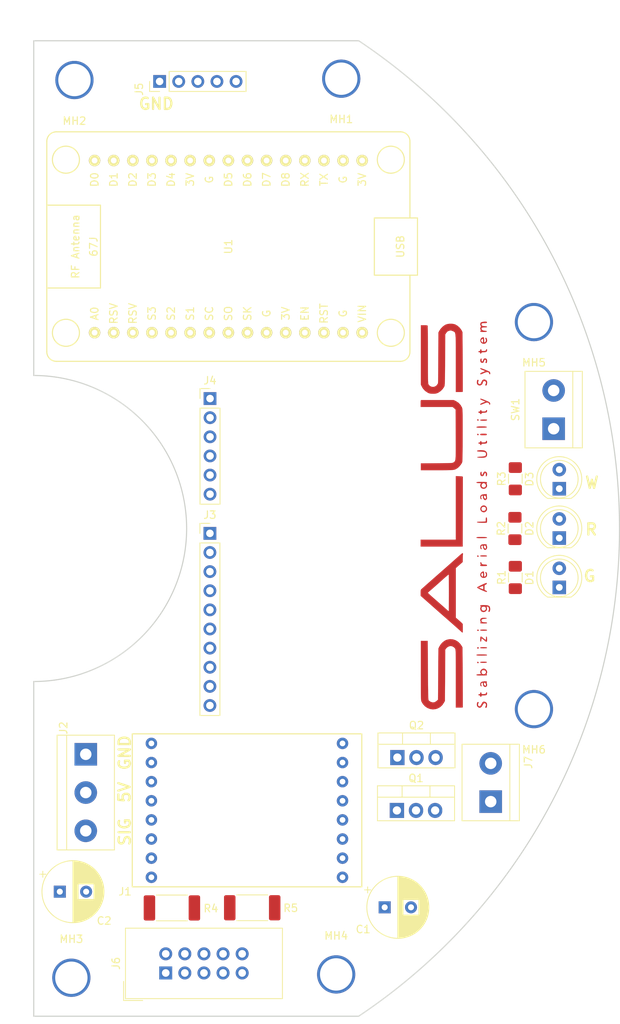
<source format=kicad_pcb>
(kicad_pcb (version 20171130) (host pcbnew "(5.0.2)-1")

  (general
    (thickness 1.6)
    (drawings 13)
    (tracks 0)
    (zones 0)
    (modules 29)
    (nets 56)
  )

  (page A4)
  (layers
    (0 F.Cu signal)
    (31 B.Cu signal)
    (32 B.Adhes user)
    (33 F.Adhes user)
    (34 B.Paste user)
    (35 F.Paste user)
    (36 B.SilkS user)
    (37 F.SilkS user)
    (38 B.Mask user)
    (39 F.Mask user)
    (40 Dwgs.User user)
    (41 Cmts.User user)
    (42 Eco1.User user)
    (43 Eco2.User user)
    (44 Edge.Cuts user)
    (45 Margin user)
    (46 B.CrtYd user)
    (47 F.CrtYd user)
    (48 B.Fab user)
    (49 F.Fab user)
  )

  (setup
    (last_trace_width 0.25)
    (trace_clearance 0.2)
    (zone_clearance 0.508)
    (zone_45_only no)
    (trace_min 0.2)
    (segment_width 0.2)
    (edge_width 0.15)
    (via_size 0.8)
    (via_drill 0.4)
    (via_min_size 0.4)
    (via_min_drill 0.3)
    (uvia_size 0.3)
    (uvia_drill 0.1)
    (uvias_allowed no)
    (uvia_min_size 0.2)
    (uvia_min_drill 0.1)
    (pcb_text_width 0.3)
    (pcb_text_size 1.5 1.5)
    (mod_edge_width 0.15)
    (mod_text_size 1 1)
    (mod_text_width 0.15)
    (pad_size 5.08 5.08)
    (pad_drill 4.3)
    (pad_to_mask_clearance 0.051)
    (solder_mask_min_width 0.25)
    (aux_axis_origin 0 0)
    (visible_elements 7FFFFFFF)
    (pcbplotparams
      (layerselection 0x010fc_ffffffff)
      (usegerberextensions false)
      (usegerberattributes false)
      (usegerberadvancedattributes false)
      (creategerberjobfile false)
      (excludeedgelayer true)
      (linewidth 0.100000)
      (plotframeref false)
      (viasonmask false)
      (mode 1)
      (useauxorigin false)
      (hpglpennumber 1)
      (hpglpenspeed 20)
      (hpglpendiameter 15.000000)
      (psnegative false)
      (psa4output false)
      (plotreference true)
      (plotvalue true)
      (plotinvisibletext false)
      (padsonsilk false)
      (subtractmaskfromsilk false)
      (outputformat 1)
      (mirror false)
      (drillshape 0)
      (scaleselection 1)
      (outputdirectory "../V2.2_manufacturing/"))
  )

  (net 0 "")
  (net 1 "Net-(D1-Pad2)")
  (net 2 /GND)
  (net 3 "Net-(D2-Pad2)")
  (net 4 "Net-(D3-Pad2)")
  (net 5 "Net-(J1-Pad5)")
  (net 6 /RFM_SCK)
  (net 7 /RFM_InterruptD)
  (net 8 /RFM_MOSI)
  (net 9 /RFM_SS)
  (net 10 /3.3V)
  (net 11 /RFM_MISO)
  (net 12 "Net-(J1-Pad9)")
  (net 13 "Net-(J1-Pad10)")
  (net 14 "Net-(J1-Pad11)")
  (net 15 "Net-(J1-Pad12)")
  (net 16 "Net-(J1-Pad13)")
  (net 17 "Net-(J1-Pad16)")
  (net 18 "Net-(J1-Pad14)")
  (net 19 "Net-(J1-Pad15)")
  (net 20 /5V)
  (net 21 /MD_SIG)
  (net 22 /IMU_SCL)
  (net 23 /IMU_SDA)
  (net 24 "Net-(J3-Pad5)")
  (net 25 "Net-(J3-Pad6)")
  (net 26 "Net-(J3-Pad7)")
  (net 27 "Net-(J3-Pad8)")
  (net 28 "Net-(J3-Pad9)")
  (net 29 "Net-(J3-Pad10)")
  (net 30 /SD_RX)
  (net 31 /SD_TX)
  (net 32 /RST)
  (net 33 /A_Channel)
  (net 34 /Vin)
  (net 35 "Net-(U1-Pad1)")
  (net 36 "Net-(U1-Pad2)")
  (net 37 "Net-(U1-Pad3)")
  (net 38 "Net-(U1-Pad10)")
  (net 39 "Net-(U1-Pad11)")
  (net 40 "Net-(U1-Pad12)")
  (net 41 "Net-(U1-Pad17)")
  (net 42 "Net-(U1-Pad24)")
  (net 43 "Net-(U1-Pad25)")
  (net 44 /B_Channel)
  (net 45 "Net-(J6-Pad1)")
  (net 46 "Net-(J6-Pad3)")
  (net 47 "Net-(J6-Pad7)")
  (net 48 "Net-(J6-Pad9)")
  (net 49 /IR)
  (net 50 /Visual)
  (net 51 "Net-(R1-Pad1)")
  (net 52 "Net-(R2-Pad1)")
  (net 53 "Net-(R3-Pad1)")
  (net 54 "Net-(J7-Pad1)")
  (net 55 "Net-(J7-Pad2)")

  (net_class Default "This is the default net class."
    (clearance 0.2)
    (trace_width 0.25)
    (via_dia 0.8)
    (via_drill 0.4)
    (uvia_dia 0.3)
    (uvia_drill 0.1)
    (add_net /3.3V)
    (add_net /5V)
    (add_net /A_Channel)
    (add_net /B_Channel)
    (add_net /GND)
    (add_net /IMU_SCL)
    (add_net /IMU_SDA)
    (add_net /IR)
    (add_net /MD_SIG)
    (add_net /RFM_InterruptD)
    (add_net /RFM_MISO)
    (add_net /RFM_MOSI)
    (add_net /RFM_SCK)
    (add_net /RFM_SS)
    (add_net /RST)
    (add_net /SD_RX)
    (add_net /SD_TX)
    (add_net /Vin)
    (add_net /Visual)
    (add_net "Net-(D1-Pad2)")
    (add_net "Net-(D2-Pad2)")
    (add_net "Net-(D3-Pad2)")
    (add_net "Net-(J1-Pad10)")
    (add_net "Net-(J1-Pad11)")
    (add_net "Net-(J1-Pad12)")
    (add_net "Net-(J1-Pad13)")
    (add_net "Net-(J1-Pad14)")
    (add_net "Net-(J1-Pad15)")
    (add_net "Net-(J1-Pad16)")
    (add_net "Net-(J1-Pad5)")
    (add_net "Net-(J1-Pad9)")
    (add_net "Net-(J3-Pad10)")
    (add_net "Net-(J3-Pad5)")
    (add_net "Net-(J3-Pad6)")
    (add_net "Net-(J3-Pad7)")
    (add_net "Net-(J3-Pad8)")
    (add_net "Net-(J3-Pad9)")
    (add_net "Net-(J6-Pad1)")
    (add_net "Net-(J6-Pad3)")
    (add_net "Net-(J6-Pad7)")
    (add_net "Net-(J6-Pad9)")
    (add_net "Net-(J7-Pad1)")
    (add_net "Net-(J7-Pad2)")
    (add_net "Net-(R1-Pad1)")
    (add_net "Net-(R2-Pad1)")
    (add_net "Net-(R3-Pad1)")
    (add_net "Net-(U1-Pad1)")
    (add_net "Net-(U1-Pad10)")
    (add_net "Net-(U1-Pad11)")
    (add_net "Net-(U1-Pad12)")
    (add_net "Net-(U1-Pad17)")
    (add_net "Net-(U1-Pad2)")
    (add_net "Net-(U1-Pad24)")
    (add_net "Net-(U1-Pad25)")
    (add_net "Net-(U1-Pad3)")
  )

  (module MountingHole:MountingHole_4.3mm_M4 locked (layer F.Cu) (tedit 5D6C7132) (tstamp 5D794947)
    (at 95.1281 131.425)
    (descr "Mounting Hole 4.3mm, no annular, M4")
    (tags "mounting hole 4.3mm no annular m4")
    (attr virtual)
    (fp_text reference MH6 (at 0 5.3848) (layer F.SilkS)
      (effects (font (size 1 1) (thickness 0.15)))
    )
    (fp_text value MountingHole_4.3mm_M4 (at 0 5.3) (layer F.Fab)
      (effects (font (size 1 1) (thickness 0.15)))
    )
    (fp_text user %R (at 0.3 0) (layer F.Fab)
      (effects (font (size 1 1) (thickness 0.15)))
    )
    (fp_circle (center 0 0) (end 4.3 0) (layer Cmts.User) (width 0.15))
    (fp_circle (center 0 0) (end 4.55 0) (layer F.CrtYd) (width 0.05))
    (pad "" np_thru_hole circle (at 0 0) (size 5.08 5.08) (drill 4.3) (layers *.Cu *.Mask))
  )

  (module MountingHole:MountingHole_4.3mm_M4 locked (layer F.Cu) (tedit 5D6C7107) (tstamp 5D79491D)
    (at 95.1281 80.0303)
    (descr "Mounting Hole 4.3mm, no annular, M4")
    (tags "mounting hole 4.3mm no annular m4")
    (attr virtual)
    (fp_text reference MH5 (at 0 5.3848) (layer F.SilkS)
      (effects (font (size 1 1) (thickness 0.15)))
    )
    (fp_text value MountingHole_4.3mm_M4 (at 0 5.3) (layer F.Fab)
      (effects (font (size 1 1) (thickness 0.15)))
    )
    (fp_circle (center 0 0) (end 4.55 0) (layer F.CrtYd) (width 0.05))
    (fp_circle (center 0 0) (end 4.3 0) (layer Cmts.User) (width 0.15))
    (fp_text user %R (at 0.3 0) (layer F.Fab)
      (effects (font (size 1 1) (thickness 0.15)))
    )
    (pad "" np_thru_hole circle (at 0 0) (size 5.08 5.08) (drill 4.3) (layers *.Cu *.Mask))
  )

  (module MountingHole:MountingHole_4.3mm_M4 locked (layer F.Cu) (tedit 5D632299) (tstamp 5DBA9092)
    (at 68.8442 166.66)
    (descr "Mounting Hole 4.3mm, no annular, M4")
    (tags "mounting hole 4.3mm no annular m4")
    (attr virtual)
    (fp_text reference MH4 (at 0 -5.1308) (layer F.SilkS)
      (effects (font (size 1 1) (thickness 0.15)))
    )
    (fp_text value MountingHole_4.3mm_M4 (at 0 5.3) (layer F.Fab)
      (effects (font (size 1 1) (thickness 0.15)))
    )
    (fp_text user %R (at 0.3 0) (layer F.Fab)
      (effects (font (size 1 1) (thickness 0.15)))
    )
    (fp_circle (center 0 0) (end 4.3 0) (layer Cmts.User) (width 0.15))
    (fp_circle (center 0 0) (end 4.55 0) (layer F.CrtYd) (width 0.05))
    (pad "" np_thru_hole circle (at 0 0) (size 5.08 5.08) (drill 4.3) (layers *.Cu *.Mask))
  )

  (module MountingHole:MountingHole_4.3mm_M4 locked (layer F.Cu) (tedit 5D632294) (tstamp 5DBA9092)
    (at 33.6499 167.102)
    (descr "Mounting Hole 4.3mm, no annular, M4")
    (tags "mounting hole 4.3mm no annular m4")
    (attr virtual)
    (fp_text reference MH3 (at 0 -5.1308) (layer F.SilkS)
      (effects (font (size 1 1) (thickness 0.15)))
    )
    (fp_text value MountingHole_4.3mm_M4 (at 0 5.3) (layer F.Fab)
      (effects (font (size 1 1) (thickness 0.15)))
    )
    (fp_text user %R (at 0.3 0) (layer F.Fab)
      (effects (font (size 1 1) (thickness 0.15)))
    )
    (fp_circle (center 0 0) (end 4.3 0) (layer Cmts.User) (width 0.15))
    (fp_circle (center 0 0) (end 4.55 0) (layer F.CrtYd) (width 0.05))
    (pad "" np_thru_hole circle (at 0 0) (size 5.08 5.08) (drill 4.3) (layers *.Cu *.Mask))
  )

  (module MountingHole:MountingHole_4.3mm_M4 locked (layer F.Cu) (tedit 5D63220D) (tstamp 5DBA8F9E)
    (at 69.5198 47.7063)
    (descr "Mounting Hole 4.3mm, no annular, M4")
    (tags "mounting hole 4.3mm no annular m4")
    (attr virtual)
    (fp_text reference MH1 (at 0 5.3848) (layer F.SilkS)
      (effects (font (size 1 1) (thickness 0.15)))
    )
    (fp_text value MountingHole_4.3mm_M4 (at 0 5.3) (layer F.Fab)
      (effects (font (size 1 1) (thickness 0.15)))
    )
    (fp_text user %R (at 0.3 0) (layer F.Fab)
      (effects (font (size 1 1) (thickness 0.15)))
    )
    (fp_circle (center 0 0) (end 4.3 0) (layer Cmts.User) (width 0.15))
    (fp_circle (center 0 0) (end 4.55 0) (layer F.CrtYd) (width 0.05))
    (pad "" np_thru_hole circle (at 0 0) (size 5.08 5.08) (drill 4.3) (layers *.Cu *.Mask))
  )

  (module LED_THT:LED_D5.0mm (layer F.Cu) (tedit 5995936A) (tstamp 5D7C5716)
    (at 98.4961 115.266 90)
    (descr "LED, diameter 5.0mm, 2 pins, http://cdn-reichelt.de/documents/datenblatt/A500/LL-504BC2E-009.pdf")
    (tags "LED diameter 5.0mm 2 pins")
    (path /5D630C93)
    (fp_text reference D1 (at 1.27 -3.96 90) (layer F.SilkS)
      (effects (font (size 1 1) (thickness 0.15)))
    )
    (fp_text value LED_GREEN (at 1.27 3.96 90) (layer F.Fab)
      (effects (font (size 1 1) (thickness 0.15)))
    )
    (fp_text user %R (at 1.25 0 90) (layer F.Fab)
      (effects (font (size 0.8 0.8) (thickness 0.2)))
    )
    (fp_line (start 4.5 -3.25) (end -1.95 -3.25) (layer F.CrtYd) (width 0.05))
    (fp_line (start 4.5 3.25) (end 4.5 -3.25) (layer F.CrtYd) (width 0.05))
    (fp_line (start -1.95 3.25) (end 4.5 3.25) (layer F.CrtYd) (width 0.05))
    (fp_line (start -1.95 -3.25) (end -1.95 3.25) (layer F.CrtYd) (width 0.05))
    (fp_line (start -1.29 -1.545) (end -1.29 1.545) (layer F.SilkS) (width 0.12))
    (fp_line (start -1.23 -1.469694) (end -1.23 1.469694) (layer F.Fab) (width 0.1))
    (fp_circle (center 1.27 0) (end 3.77 0) (layer F.SilkS) (width 0.12))
    (fp_circle (center 1.27 0) (end 3.77 0) (layer F.Fab) (width 0.1))
    (fp_arc (start 1.27 0) (end -1.29 1.54483) (angle -148.9) (layer F.SilkS) (width 0.12))
    (fp_arc (start 1.27 0) (end -1.29 -1.54483) (angle 148.9) (layer F.SilkS) (width 0.12))
    (fp_arc (start 1.27 0) (end -1.23 -1.469694) (angle 299.1) (layer F.Fab) (width 0.1))
    (pad 2 thru_hole circle (at 2.54 0 90) (size 1.8 1.8) (drill 0.9) (layers *.Cu *.Mask)
      (net 1 "Net-(D1-Pad2)"))
    (pad 1 thru_hole rect (at 0 0 90) (size 1.8 1.8) (drill 0.9) (layers *.Cu *.Mask)
      (net 2 /GND))
    (model ${KISYS3DMOD}/LED_THT.3dshapes/LED_D5.0mm.wrl
      (at (xyz 0 0 0))
      (scale (xyz 1 1 1))
      (rotate (xyz 0 0 0))
    )
  )

  (module LED_THT:LED_D5.0mm (layer F.Cu) (tedit 5995936A) (tstamp 5D7C5728)
    (at 98.4961 108.712 90)
    (descr "LED, diameter 5.0mm, 2 pins, http://cdn-reichelt.de/documents/datenblatt/A500/LL-504BC2E-009.pdf")
    (tags "LED diameter 5.0mm 2 pins")
    (path /5D630B47)
    (fp_text reference D2 (at 1.27 -3.96 90) (layer F.SilkS)
      (effects (font (size 1 1) (thickness 0.15)))
    )
    (fp_text value LED_RED (at 1.27 3.96 90) (layer F.Fab)
      (effects (font (size 1 1) (thickness 0.15)))
    )
    (fp_arc (start 1.27 0) (end -1.23 -1.469694) (angle 299.1) (layer F.Fab) (width 0.1))
    (fp_arc (start 1.27 0) (end -1.29 -1.54483) (angle 148.9) (layer F.SilkS) (width 0.12))
    (fp_arc (start 1.27 0) (end -1.29 1.54483) (angle -148.9) (layer F.SilkS) (width 0.12))
    (fp_circle (center 1.27 0) (end 3.77 0) (layer F.Fab) (width 0.1))
    (fp_circle (center 1.27 0) (end 3.77 0) (layer F.SilkS) (width 0.12))
    (fp_line (start -1.23 -1.469694) (end -1.23 1.469694) (layer F.Fab) (width 0.1))
    (fp_line (start -1.29 -1.545) (end -1.29 1.545) (layer F.SilkS) (width 0.12))
    (fp_line (start -1.95 -3.25) (end -1.95 3.25) (layer F.CrtYd) (width 0.05))
    (fp_line (start -1.95 3.25) (end 4.5 3.25) (layer F.CrtYd) (width 0.05))
    (fp_line (start 4.5 3.25) (end 4.5 -3.25) (layer F.CrtYd) (width 0.05))
    (fp_line (start 4.5 -3.25) (end -1.95 -3.25) (layer F.CrtYd) (width 0.05))
    (fp_text user %R (at 1.25 0 90) (layer F.Fab)
      (effects (font (size 0.8 0.8) (thickness 0.2)))
    )
    (pad 1 thru_hole rect (at 0 0 90) (size 1.8 1.8) (drill 0.9) (layers *.Cu *.Mask)
      (net 2 /GND))
    (pad 2 thru_hole circle (at 2.54 0 90) (size 1.8 1.8) (drill 0.9) (layers *.Cu *.Mask)
      (net 3 "Net-(D2-Pad2)"))
    (model ${KISYS3DMOD}/LED_THT.3dshapes/LED_D5.0mm.wrl
      (at (xyz 0 0 0))
      (scale (xyz 1 1 1))
      (rotate (xyz 0 0 0))
    )
  )

  (module LED_THT:LED_D5.0mm (layer F.Cu) (tedit 5995936A) (tstamp 5D7C573A)
    (at 98.4961 102.159 90)
    (descr "LED, diameter 5.0mm, 2 pins, http://cdn-reichelt.de/documents/datenblatt/A500/LL-504BC2E-009.pdf")
    (tags "LED diameter 5.0mm 2 pins")
    (path /5D630D01)
    (fp_text reference D3 (at 1.27 -3.96 90) (layer F.SilkS)
      (effects (font (size 1 1) (thickness 0.15)))
    )
    (fp_text value LED_WHITE (at 1.27 3.96 90) (layer F.Fab)
      (effects (font (size 1 1) (thickness 0.15)))
    )
    (fp_arc (start 1.27 0) (end -1.23 -1.469694) (angle 299.1) (layer F.Fab) (width 0.1))
    (fp_arc (start 1.27 0) (end -1.29 -1.54483) (angle 148.9) (layer F.SilkS) (width 0.12))
    (fp_arc (start 1.27 0) (end -1.29 1.54483) (angle -148.9) (layer F.SilkS) (width 0.12))
    (fp_circle (center 1.27 0) (end 3.77 0) (layer F.Fab) (width 0.1))
    (fp_circle (center 1.27 0) (end 3.77 0) (layer F.SilkS) (width 0.12))
    (fp_line (start -1.23 -1.469694) (end -1.23 1.469694) (layer F.Fab) (width 0.1))
    (fp_line (start -1.29 -1.545) (end -1.29 1.545) (layer F.SilkS) (width 0.12))
    (fp_line (start -1.95 -3.25) (end -1.95 3.25) (layer F.CrtYd) (width 0.05))
    (fp_line (start -1.95 3.25) (end 4.5 3.25) (layer F.CrtYd) (width 0.05))
    (fp_line (start 4.5 3.25) (end 4.5 -3.25) (layer F.CrtYd) (width 0.05))
    (fp_line (start 4.5 -3.25) (end -1.95 -3.25) (layer F.CrtYd) (width 0.05))
    (fp_text user %R (at 1.25 0 90) (layer F.Fab)
      (effects (font (size 0.8 0.8) (thickness 0.2)))
    )
    (pad 1 thru_hole rect (at 0 0 90) (size 1.8 1.8) (drill 0.9) (layers *.Cu *.Mask)
      (net 2 /GND))
    (pad 2 thru_hole circle (at 2.54 0 90) (size 1.8 1.8) (drill 0.9) (layers *.Cu *.Mask)
      (net 4 "Net-(D3-Pad2)"))
    (model ${KISYS3DMOD}/LED_THT.3dshapes/LED_D5.0mm.wrl
      (at (xyz 0 0 0))
      (scale (xyz 1 1 1))
      (rotate (xyz 0 0 0))
    )
  )

  (module v1:RFM_Module_Connect (layer F.Cu) (tedit 5D6319A9) (tstamp 5D7C5752)
    (at 56.9874 144.871 180)
    (path /5D62C9CB)
    (fp_text reference J1 (at 16.19504 -10.795 180) (layer F.SilkS)
      (effects (font (size 1 1) (thickness 0.15)))
    )
    (fp_text value RFM_Module_Connect (at 0 -0.5 180) (layer F.Fab)
      (effects (font (size 1 1) (thickness 0.15)))
    )
    (fp_line (start -15.24 10.16) (end 15.24 10.16) (layer F.SilkS) (width 0.15))
    (fp_line (start -15.24 -10.16) (end 15.24 -10.16) (layer F.SilkS) (width 0.15))
    (fp_line (start -15.2654 -10.16) (end -15.2654 10.16) (layer F.SilkS) (width 0.15))
    (fp_line (start 15.24 10.16) (end 15.24 -10.1092) (layer F.SilkS) (width 0.15))
    (pad 5 thru_hole circle (at -12.7 1.27 180) (size 1.524 1.524) (drill 0.762) (layers *.Cu *.Mask)
      (net 5 "Net-(J1-Pad5)"))
    (pad 3 thru_hole circle (at -12.7 -3.81 180) (size 1.524 1.524) (drill 0.762) (layers *.Cu *.Mask)
      (net 6 /RFM_SCK))
    (pad 6 thru_hole circle (at -12.7 3.81 180) (size 1.524 1.524) (drill 0.762) (layers *.Cu *.Mask)
      (net 7 /RFM_InterruptD))
    (pad 2 thru_hole circle (at -12.7 -6.35 180) (size 1.524 1.524) (drill 0.762) (layers *.Cu *.Mask)
      (net 8 /RFM_MOSI))
    (pad 4 thru_hole circle (at -12.7 -1.27 180) (size 1.524 1.524) (drill 0.762) (layers *.Cu *.Mask)
      (net 9 /RFM_SS))
    (pad 7 thru_hole circle (at -12.7 6.35 180) (size 1.524 1.524) (drill 0.762) (layers *.Cu *.Mask)
      (net 2 /GND))
    (pad 8 thru_hole circle (at -12.7 8.89 180) (size 1.524 1.524) (drill 0.762) (layers *.Cu *.Mask)
      (net 10 /3.3V))
    (pad 1 thru_hole circle (at -12.7 -8.89 180) (size 1.524 1.524) (drill 0.762) (layers *.Cu *.Mask)
      (net 11 /RFM_MISO))
    (pad 9 thru_hole circle (at 12.7 -8.89 180) (size 1.524 1.524) (drill 0.762) (layers *.Cu *.Mask)
      (net 12 "Net-(J1-Pad9)"))
    (pad 10 thru_hole circle (at 12.7 -6.35 180) (size 1.524 1.524) (drill 0.762) (layers *.Cu *.Mask)
      (net 13 "Net-(J1-Pad10)"))
    (pad 11 thru_hole circle (at 12.7 -3.81 180) (size 1.524 1.524) (drill 0.762) (layers *.Cu *.Mask)
      (net 14 "Net-(J1-Pad11)"))
    (pad 12 thru_hole circle (at 12.7 -1.27 180) (size 1.524 1.524) (drill 0.762) (layers *.Cu *.Mask)
      (net 15 "Net-(J1-Pad12)"))
    (pad 13 thru_hole circle (at 12.7 1.27 180) (size 1.524 1.524) (drill 0.762) (layers *.Cu *.Mask)
      (net 16 "Net-(J1-Pad13)"))
    (pad 16 thru_hole circle (at 12.7 8.89 180) (size 1.524 1.524) (drill 0.762) (layers *.Cu *.Mask)
      (net 17 "Net-(J1-Pad16)"))
    (pad 14 thru_hole circle (at 12.7 3.81 180) (size 1.524 1.524) (drill 0.762) (layers *.Cu *.Mask)
      (net 18 "Net-(J1-Pad14)"))
    (pad 15 thru_hole circle (at 12.7 6.35 180) (size 1.524 1.524) (drill 0.762) (layers *.Cu *.Mask)
      (net 19 "Net-(J1-Pad15)"))
  )

  (module TerminalBlock:TerminalBlock_bornier-3_P5.08mm (layer F.Cu) (tedit 59FF03B9) (tstamp 5D7C5768)
    (at 35.5651 137.429 270)
    (descr "simple 3-pin terminal block, pitch 5.08mm, revamped version of bornier3")
    (tags "terminal block bornier3")
    (path /5D61A95B)
    (fp_text reference J2 (at -3.49504 2.96164 270) (layer F.SilkS)
      (effects (font (size 1 1) (thickness 0.15)))
    )
    (fp_text value Screw_Terminal_IO (at 5.08 5.08 270) (layer F.Fab)
      (effects (font (size 1 1) (thickness 0.15)))
    )
    (fp_text user %R (at 5.08 0 270) (layer F.Fab)
      (effects (font (size 1 1) (thickness 0.15)))
    )
    (fp_line (start -2.47 2.55) (end 12.63 2.55) (layer F.Fab) (width 0.1))
    (fp_line (start -2.47 -3.75) (end 12.63 -3.75) (layer F.Fab) (width 0.1))
    (fp_line (start 12.63 -3.75) (end 12.63 3.75) (layer F.Fab) (width 0.1))
    (fp_line (start 12.63 3.75) (end -2.47 3.75) (layer F.Fab) (width 0.1))
    (fp_line (start -2.47 3.75) (end -2.47 -3.75) (layer F.Fab) (width 0.1))
    (fp_line (start -2.54 3.81) (end -2.54 -3.81) (layer F.SilkS) (width 0.12))
    (fp_line (start 12.7 3.81) (end 12.7 -3.81) (layer F.SilkS) (width 0.12))
    (fp_line (start -2.54 2.54) (end 12.7 2.54) (layer F.SilkS) (width 0.12))
    (fp_line (start -2.54 -3.81) (end 12.7 -3.81) (layer F.SilkS) (width 0.12))
    (fp_line (start -2.54 3.81) (end 12.7 3.81) (layer F.SilkS) (width 0.12))
    (fp_line (start -2.72 -4) (end 12.88 -4) (layer F.CrtYd) (width 0.05))
    (fp_line (start -2.72 -4) (end -2.72 4) (layer F.CrtYd) (width 0.05))
    (fp_line (start 12.88 4) (end 12.88 -4) (layer F.CrtYd) (width 0.05))
    (fp_line (start 12.88 4) (end -2.72 4) (layer F.CrtYd) (width 0.05))
    (pad 1 thru_hole rect (at 0 0 270) (size 3 3) (drill 1.52) (layers *.Cu *.Mask)
      (net 2 /GND))
    (pad 2 thru_hole circle (at 5.08 0 270) (size 3 3) (drill 1.52) (layers *.Cu *.Mask)
      (net 20 /5V))
    (pad 3 thru_hole circle (at 10.16 0 270) (size 3 3) (drill 1.52) (layers *.Cu *.Mask)
      (net 21 /MD_SIG))
    (model ${KISYS3DMOD}/TerminalBlock.3dshapes/TerminalBlock_bornier-3_P5.08mm.wrl
      (offset (xyz 5.079999923706055 0 0))
      (scale (xyz 1 1 1))
      (rotate (xyz 0 0 0))
    )
  )

  (module Connector_PinHeader_2.54mm:PinHeader_1x10_P2.54mm_Vertical (layer F.Cu) (tedit 59FED5CC) (tstamp 5D7C5786)
    (at 52.0649 108.087)
    (descr "Through hole straight pin header, 1x10, 2.54mm pitch, single row")
    (tags "Through hole pin header THT 1x10 2.54mm single row")
    (path /5D62BE15)
    (fp_text reference J3 (at 0 -2.4384) (layer F.SilkS)
      (effects (font (size 1 1) (thickness 0.15)))
    )
    (fp_text value IMU_Connect (at 0 25.19) (layer F.Fab)
      (effects (font (size 1 1) (thickness 0.15)))
    )
    (fp_line (start -0.635 -1.27) (end 1.27 -1.27) (layer F.Fab) (width 0.1))
    (fp_line (start 1.27 -1.27) (end 1.27 24.13) (layer F.Fab) (width 0.1))
    (fp_line (start 1.27 24.13) (end -1.27 24.13) (layer F.Fab) (width 0.1))
    (fp_line (start -1.27 24.13) (end -1.27 -0.635) (layer F.Fab) (width 0.1))
    (fp_line (start -1.27 -0.635) (end -0.635 -1.27) (layer F.Fab) (width 0.1))
    (fp_line (start -1.33 24.19) (end 1.33 24.19) (layer F.SilkS) (width 0.12))
    (fp_line (start -1.33 1.27) (end -1.33 24.19) (layer F.SilkS) (width 0.12))
    (fp_line (start 1.33 1.27) (end 1.33 24.19) (layer F.SilkS) (width 0.12))
    (fp_line (start -1.33 1.27) (end 1.33 1.27) (layer F.SilkS) (width 0.12))
    (fp_line (start -1.33 0) (end -1.33 -1.33) (layer F.SilkS) (width 0.12))
    (fp_line (start -1.33 -1.33) (end 0 -1.33) (layer F.SilkS) (width 0.12))
    (fp_line (start -1.8 -1.8) (end -1.8 24.65) (layer F.CrtYd) (width 0.05))
    (fp_line (start -1.8 24.65) (end 1.8 24.65) (layer F.CrtYd) (width 0.05))
    (fp_line (start 1.8 24.65) (end 1.8 -1.8) (layer F.CrtYd) (width 0.05))
    (fp_line (start 1.8 -1.8) (end -1.8 -1.8) (layer F.CrtYd) (width 0.05))
    (fp_text user %R (at 0 11.43 90) (layer F.Fab)
      (effects (font (size 1 1) (thickness 0.15)))
    )
    (pad 1 thru_hole rect (at 0 0) (size 1.7 1.7) (drill 1) (layers *.Cu *.Mask)
      (net 20 /5V))
    (pad 2 thru_hole oval (at 0 2.54) (size 1.7 1.7) (drill 1) (layers *.Cu *.Mask)
      (net 2 /GND))
    (pad 3 thru_hole oval (at 0 5.08) (size 1.7 1.7) (drill 1) (layers *.Cu *.Mask)
      (net 22 /IMU_SCL))
    (pad 4 thru_hole oval (at 0 7.62) (size 1.7 1.7) (drill 1) (layers *.Cu *.Mask)
      (net 23 /IMU_SDA))
    (pad 5 thru_hole oval (at 0 10.16) (size 1.7 1.7) (drill 1) (layers *.Cu *.Mask)
      (net 24 "Net-(J3-Pad5)"))
    (pad 6 thru_hole oval (at 0 12.7) (size 1.7 1.7) (drill 1) (layers *.Cu *.Mask)
      (net 25 "Net-(J3-Pad6)"))
    (pad 7 thru_hole oval (at 0 15.24) (size 1.7 1.7) (drill 1) (layers *.Cu *.Mask)
      (net 26 "Net-(J3-Pad7)"))
    (pad 8 thru_hole oval (at 0 17.78) (size 1.7 1.7) (drill 1) (layers *.Cu *.Mask)
      (net 27 "Net-(J3-Pad8)"))
    (pad 9 thru_hole oval (at 0 20.32) (size 1.7 1.7) (drill 1) (layers *.Cu *.Mask)
      (net 28 "Net-(J3-Pad9)"))
    (pad 10 thru_hole oval (at 0 22.86) (size 1.7 1.7) (drill 1) (layers *.Cu *.Mask)
      (net 29 "Net-(J3-Pad10)"))
    (model ${KISYS3DMOD}/Connector_PinHeader_2.54mm.3dshapes/PinHeader_1x10_P2.54mm_Vertical.wrl
      (at (xyz 0 0 0))
      (scale (xyz 1 1 1))
      (rotate (xyz 0 0 0))
    )
  )

  (module Connector_PinHeader_2.54mm:PinHeader_1x06_P2.54mm_Vertical (layer F.Cu) (tedit 59FED5CC) (tstamp 5D7C57A0)
    (at 52.0802 90.1852)
    (descr "Through hole straight pin header, 1x06, 2.54mm pitch, single row")
    (tags "Through hole pin header THT 1x06 2.54mm single row")
    (path /5D62C018)
    (fp_text reference J4 (at 0 -2.3876) (layer F.SilkS)
      (effects (font (size 1 1) (thickness 0.15)))
    )
    (fp_text value SD_OPENLOG_Connect (at 0 15.03) (layer F.Fab)
      (effects (font (size 1 1) (thickness 0.15)))
    )
    (fp_line (start -0.635 -1.27) (end 1.27 -1.27) (layer F.Fab) (width 0.1))
    (fp_line (start 1.27 -1.27) (end 1.27 13.97) (layer F.Fab) (width 0.1))
    (fp_line (start 1.27 13.97) (end -1.27 13.97) (layer F.Fab) (width 0.1))
    (fp_line (start -1.27 13.97) (end -1.27 -0.635) (layer F.Fab) (width 0.1))
    (fp_line (start -1.27 -0.635) (end -0.635 -1.27) (layer F.Fab) (width 0.1))
    (fp_line (start -1.33 14.03) (end 1.33 14.03) (layer F.SilkS) (width 0.12))
    (fp_line (start -1.33 1.27) (end -1.33 14.03) (layer F.SilkS) (width 0.12))
    (fp_line (start 1.33 1.27) (end 1.33 14.03) (layer F.SilkS) (width 0.12))
    (fp_line (start -1.33 1.27) (end 1.33 1.27) (layer F.SilkS) (width 0.12))
    (fp_line (start -1.33 0) (end -1.33 -1.33) (layer F.SilkS) (width 0.12))
    (fp_line (start -1.33 -1.33) (end 0 -1.33) (layer F.SilkS) (width 0.12))
    (fp_line (start -1.8 -1.8) (end -1.8 14.5) (layer F.CrtYd) (width 0.05))
    (fp_line (start -1.8 14.5) (end 1.8 14.5) (layer F.CrtYd) (width 0.05))
    (fp_line (start 1.8 14.5) (end 1.8 -1.8) (layer F.CrtYd) (width 0.05))
    (fp_line (start 1.8 -1.8) (end -1.8 -1.8) (layer F.CrtYd) (width 0.05))
    (fp_text user %R (at 0 6.35 90) (layer F.Fab)
      (effects (font (size 1 1) (thickness 0.15)))
    )
    (pad 1 thru_hole rect (at 0 0) (size 1.7 1.7) (drill 1) (layers *.Cu *.Mask)
      (net 2 /GND))
    (pad 2 thru_hole oval (at 0 2.54) (size 1.7 1.7) (drill 1) (layers *.Cu *.Mask)
      (net 2 /GND))
    (pad 3 thru_hole oval (at 0 5.08) (size 1.7 1.7) (drill 1) (layers *.Cu *.Mask)
      (net 10 /3.3V))
    (pad 4 thru_hole oval (at 0 7.62) (size 1.7 1.7) (drill 1) (layers *.Cu *.Mask)
      (net 30 /SD_RX))
    (pad 5 thru_hole oval (at 0 10.16) (size 1.7 1.7) (drill 1) (layers *.Cu *.Mask)
      (net 31 /SD_TX))
    (pad 6 thru_hole oval (at 0 12.7) (size 1.7 1.7) (drill 1) (layers *.Cu *.Mask)
      (net 32 /RST))
    (model ${KISYS3DMOD}/Connector_PinHeader_2.54mm.3dshapes/PinHeader_1x06_P2.54mm_Vertical.wrl
      (at (xyz 0 0 0))
      (scale (xyz 1 1 1))
      (rotate (xyz 0 0 0))
    )
  )

  (module Resistor_SMD:R_1206_3216Metric_Pad1.42x1.75mm_HandSolder (layer F.Cu) (tedit 5B301BBD) (tstamp 5D7C5808)
    (at 92.6541 113.945 90)
    (descr "Resistor SMD 1206 (3216 Metric), square (rectangular) end terminal, IPC_7351 nominal with elongated pad for handsoldering. (Body size source: http://www.tortai-tech.com/upload/download/2011102023233369053.pdf), generated with kicad-footprint-generator")
    (tags "resistor handsolder")
    (path /5D630E85)
    (attr smd)
    (fp_text reference R1 (at 0 -1.82 90) (layer F.SilkS)
      (effects (font (size 1 1) (thickness 0.15)))
    )
    (fp_text value 80R (at 0 1.82 90) (layer F.Fab)
      (effects (font (size 1 1) (thickness 0.15)))
    )
    (fp_text user %R (at 0 0 90) (layer F.Fab)
      (effects (font (size 0.8 0.8) (thickness 0.12)))
    )
    (fp_line (start 2.45 1.12) (end -2.45 1.12) (layer F.CrtYd) (width 0.05))
    (fp_line (start 2.45 -1.12) (end 2.45 1.12) (layer F.CrtYd) (width 0.05))
    (fp_line (start -2.45 -1.12) (end 2.45 -1.12) (layer F.CrtYd) (width 0.05))
    (fp_line (start -2.45 1.12) (end -2.45 -1.12) (layer F.CrtYd) (width 0.05))
    (fp_line (start -0.602064 0.91) (end 0.602064 0.91) (layer F.SilkS) (width 0.12))
    (fp_line (start -0.602064 -0.91) (end 0.602064 -0.91) (layer F.SilkS) (width 0.12))
    (fp_line (start 1.6 0.8) (end -1.6 0.8) (layer F.Fab) (width 0.1))
    (fp_line (start 1.6 -0.8) (end 1.6 0.8) (layer F.Fab) (width 0.1))
    (fp_line (start -1.6 -0.8) (end 1.6 -0.8) (layer F.Fab) (width 0.1))
    (fp_line (start -1.6 0.8) (end -1.6 -0.8) (layer F.Fab) (width 0.1))
    (pad 2 smd roundrect (at 1.4875 0 90) (size 1.425 1.75) (layers F.Cu F.Paste F.Mask) (roundrect_rratio 0.175439)
      (net 1 "Net-(D1-Pad2)"))
    (pad 1 smd roundrect (at -1.4875 0 90) (size 1.425 1.75) (layers F.Cu F.Paste F.Mask) (roundrect_rratio 0.175439)
      (net 51 "Net-(R1-Pad1)"))
    (model ${KISYS3DMOD}/Resistor_SMD.3dshapes/R_1206_3216Metric.wrl
      (at (xyz 0 0 0))
      (scale (xyz 1 1 1))
      (rotate (xyz 0 0 0))
    )
  )

  (module Resistor_SMD:R_1206_3216Metric_Pad1.42x1.75mm_HandSolder (layer F.Cu) (tedit 5B301BBD) (tstamp 5D7C5819)
    (at 92.6033 107.442 90)
    (descr "Resistor SMD 1206 (3216 Metric), square (rectangular) end terminal, IPC_7351 nominal with elongated pad for handsoldering. (Body size source: http://www.tortai-tech.com/upload/download/2011102023233369053.pdf), generated with kicad-footprint-generator")
    (tags "resistor handsolder")
    (path /5D630D8E)
    (attr smd)
    (fp_text reference R2 (at 0 -1.82 90) (layer F.SilkS)
      (effects (font (size 1 1) (thickness 0.15)))
    )
    (fp_text value 130R (at 0 1.82 90) (layer F.Fab)
      (effects (font (size 1 1) (thickness 0.15)))
    )
    (fp_line (start -1.6 0.8) (end -1.6 -0.8) (layer F.Fab) (width 0.1))
    (fp_line (start -1.6 -0.8) (end 1.6 -0.8) (layer F.Fab) (width 0.1))
    (fp_line (start 1.6 -0.8) (end 1.6 0.8) (layer F.Fab) (width 0.1))
    (fp_line (start 1.6 0.8) (end -1.6 0.8) (layer F.Fab) (width 0.1))
    (fp_line (start -0.602064 -0.91) (end 0.602064 -0.91) (layer F.SilkS) (width 0.12))
    (fp_line (start -0.602064 0.91) (end 0.602064 0.91) (layer F.SilkS) (width 0.12))
    (fp_line (start -2.45 1.12) (end -2.45 -1.12) (layer F.CrtYd) (width 0.05))
    (fp_line (start -2.45 -1.12) (end 2.45 -1.12) (layer F.CrtYd) (width 0.05))
    (fp_line (start 2.45 -1.12) (end 2.45 1.12) (layer F.CrtYd) (width 0.05))
    (fp_line (start 2.45 1.12) (end -2.45 1.12) (layer F.CrtYd) (width 0.05))
    (fp_text user %R (at 0 0 90) (layer F.Fab)
      (effects (font (size 0.8 0.8) (thickness 0.12)))
    )
    (pad 1 smd roundrect (at -1.4875 0 90) (size 1.425 1.75) (layers F.Cu F.Paste F.Mask) (roundrect_rratio 0.175439)
      (net 52 "Net-(R2-Pad1)"))
    (pad 2 smd roundrect (at 1.4875 0 90) (size 1.425 1.75) (layers F.Cu F.Paste F.Mask) (roundrect_rratio 0.175439)
      (net 3 "Net-(D2-Pad2)"))
    (model ${KISYS3DMOD}/Resistor_SMD.3dshapes/R_1206_3216Metric.wrl
      (at (xyz 0 0 0))
      (scale (xyz 1 1 1))
      (rotate (xyz 0 0 0))
    )
  )

  (module Resistor_SMD:R_1206_3216Metric_Pad1.42x1.75mm_HandSolder (layer F.Cu) (tedit 5B301BBD) (tstamp 5D7C582A)
    (at 92.6541 100.838 90)
    (descr "Resistor SMD 1206 (3216 Metric), square (rectangular) end terminal, IPC_7351 nominal with elongated pad for handsoldering. (Body size source: http://www.tortai-tech.com/upload/download/2011102023233369053.pdf), generated with kicad-footprint-generator")
    (tags "resistor handsolder")
    (path /5D630EDD)
    (attr smd)
    (fp_text reference R3 (at 0 -1.82 90) (layer F.SilkS)
      (effects (font (size 1 1) (thickness 0.15)))
    )
    (fp_text value 85R (at 0 1.82 90) (layer F.Fab)
      (effects (font (size 1 1) (thickness 0.15)))
    )
    (fp_line (start -1.6 0.8) (end -1.6 -0.8) (layer F.Fab) (width 0.1))
    (fp_line (start -1.6 -0.8) (end 1.6 -0.8) (layer F.Fab) (width 0.1))
    (fp_line (start 1.6 -0.8) (end 1.6 0.8) (layer F.Fab) (width 0.1))
    (fp_line (start 1.6 0.8) (end -1.6 0.8) (layer F.Fab) (width 0.1))
    (fp_line (start -0.602064 -0.91) (end 0.602064 -0.91) (layer F.SilkS) (width 0.12))
    (fp_line (start -0.602064 0.91) (end 0.602064 0.91) (layer F.SilkS) (width 0.12))
    (fp_line (start -2.45 1.12) (end -2.45 -1.12) (layer F.CrtYd) (width 0.05))
    (fp_line (start -2.45 -1.12) (end 2.45 -1.12) (layer F.CrtYd) (width 0.05))
    (fp_line (start 2.45 -1.12) (end 2.45 1.12) (layer F.CrtYd) (width 0.05))
    (fp_line (start 2.45 1.12) (end -2.45 1.12) (layer F.CrtYd) (width 0.05))
    (fp_text user %R (at 0 0 90) (layer F.Fab)
      (effects (font (size 0.8 0.8) (thickness 0.12)))
    )
    (pad 1 smd roundrect (at -1.4875 0 90) (size 1.425 1.75) (layers F.Cu F.Paste F.Mask) (roundrect_rratio 0.175439)
      (net 53 "Net-(R3-Pad1)"))
    (pad 2 smd roundrect (at 1.4875 0 90) (size 1.425 1.75) (layers F.Cu F.Paste F.Mask) (roundrect_rratio 0.175439)
      (net 4 "Net-(D3-Pad2)"))
    (model ${KISYS3DMOD}/Resistor_SMD.3dshapes/R_1206_3216Metric.wrl
      (at (xyz 0 0 0))
      (scale (xyz 1 1 1))
      (rotate (xyz 0 0 0))
    )
  )

  (module TerminalBlock:TerminalBlock_bornier-2_P5.08mm (layer F.Cu) (tedit 59FF03AB) (tstamp 5D7C583F)
    (at 97.7494 94.1934 90)
    (descr "simple 2-pin terminal block, pitch 5.08mm, revamped version of bornier2")
    (tags "terminal block bornier2")
    (path /5D631652)
    (fp_text reference SW1 (at 2.54 -5.08 90) (layer F.SilkS)
      (effects (font (size 1 1) (thickness 0.15)))
    )
    (fp_text value SW_SPST (at 2.54 5.08 90) (layer F.Fab)
      (effects (font (size 1 1) (thickness 0.15)))
    )
    (fp_text user %R (at 2.54 0 90) (layer F.Fab)
      (effects (font (size 1 1) (thickness 0.15)))
    )
    (fp_line (start -2.41 2.55) (end 7.49 2.55) (layer F.Fab) (width 0.1))
    (fp_line (start -2.46 -3.75) (end -2.46 3.75) (layer F.Fab) (width 0.1))
    (fp_line (start -2.46 3.75) (end 7.54 3.75) (layer F.Fab) (width 0.1))
    (fp_line (start 7.54 3.75) (end 7.54 -3.75) (layer F.Fab) (width 0.1))
    (fp_line (start 7.54 -3.75) (end -2.46 -3.75) (layer F.Fab) (width 0.1))
    (fp_line (start 7.62 2.54) (end -2.54 2.54) (layer F.SilkS) (width 0.12))
    (fp_line (start 7.62 3.81) (end 7.62 -3.81) (layer F.SilkS) (width 0.12))
    (fp_line (start 7.62 -3.81) (end -2.54 -3.81) (layer F.SilkS) (width 0.12))
    (fp_line (start -2.54 -3.81) (end -2.54 3.81) (layer F.SilkS) (width 0.12))
    (fp_line (start -2.54 3.81) (end 7.62 3.81) (layer F.SilkS) (width 0.12))
    (fp_line (start -2.71 -4) (end 7.79 -4) (layer F.CrtYd) (width 0.05))
    (fp_line (start -2.71 -4) (end -2.71 4) (layer F.CrtYd) (width 0.05))
    (fp_line (start 7.79 4) (end 7.79 -4) (layer F.CrtYd) (width 0.05))
    (fp_line (start 7.79 4) (end -2.71 4) (layer F.CrtYd) (width 0.05))
    (pad 1 thru_hole rect (at 0 0 90) (size 3 3) (drill 1.52) (layers *.Cu *.Mask)
      (net 34 /Vin))
    (pad 2 thru_hole circle (at 5.08 0 90) (size 3 3) (drill 1.52) (layers *.Cu *.Mask)
      (net 20 /5V))
    (model ${KISYS3DMOD}/TerminalBlock.3dshapes/TerminalBlock_bornier-2_P5.08mm.wrl
      (offset (xyz 2.539999961853027 0 0))
      (scale (xyz 1 1 1))
      (rotate (xyz 0 0 0))
    )
  )

  (module "ESP8266:NodeMCU1.0(LUA)" (layer F.Cu) (tedit 5D117F9A) (tstamp 5D7C5896)
    (at 54.5186 70.0024 90)
    (path /5D62AB3D)
    (fp_text reference U1 (at 0 0 90) (layer F.SilkS)
      (effects (font (size 1 1) (thickness 0.15)))
    )
    (fp_text value "NodeMCU1.0(ESP-12E)-ESP8266" (at 0 -5.08 90) (layer F.Fab)
      (effects (font (size 1 1) (thickness 0.15)))
    )
    (fp_line (start 13.98 24.13) (end 3.81 24.13) (layer F.SilkS) (width 0.15))
    (fp_text user USB (at 0 22.86 90) (layer F.SilkS)
      (effects (font (size 1 1) (thickness 0.15)))
    )
    (fp_text user "RF Antenna" (at 0 -20.32 90) (layer F.SilkS)
      (effects (font (size 1 1) (thickness 0.15)))
    )
    (fp_line (start 5.5 -17) (end -5.5 -17) (layer F.SilkS) (width 0.15))
    (fp_line (start 5.5 -24.13) (end 5.5 -17) (layer F.SilkS) (width 0.15))
    (fp_line (start -5.5 -17) (end -5.5 -24.13) (layer F.SilkS) (width 0.15))
    (fp_line (start -3.8 25.13) (end -3.8 19.4) (layer F.SilkS) (width 0.15))
    (fp_line (start -3.8 19.4) (end 3.8 19.4) (layer F.SilkS) (width 0.15))
    (fp_line (start 3.8 19.4) (end 3.8 25.13) (layer F.SilkS) (width 0.15))
    (fp_line (start 3.8 25.13) (end -3.8 25.13) (layer F.SilkS) (width 0.15))
    (fp_arc (start -13.97 -22.86) (end -15.24 -22.86) (angle 90) (layer F.SilkS) (width 0.15))
    (fp_arc (start 13.97 -22.86) (end 13.97 -24.13) (angle 90) (layer F.SilkS) (width 0.15))
    (fp_arc (start 13.97 22.86) (end 15.24 22.86) (angle 90) (layer F.SilkS) (width 0.15))
    (fp_arc (start -13.97 22.86) (end -13.97 24.13) (angle 90) (layer F.SilkS) (width 0.15))
    (fp_line (start 15.24 -22.86) (end 15.24 22.86) (layer F.SilkS) (width 0.15))
    (fp_line (start -15.24 -22.86) (end -15.24 22.86) (layer F.SilkS) (width 0.15))
    (fp_line (start -3.8 24.13) (end -13.97 24.13) (layer F.SilkS) (width 0.15))
    (fp_text user VIN (at -8.89 17.78 90) (layer F.SilkS)
      (effects (font (size 1 1) (thickness 0.15)))
    )
    (fp_text user G (at -8.89 15.24 90) (layer F.SilkS)
      (effects (font (size 1 1) (thickness 0.15)))
    )
    (fp_text user RST (at -8.89 12.7 90) (layer F.SilkS)
      (effects (font (size 1 1) (thickness 0.15)))
    )
    (fp_text user EN (at -8.89 10.16 90) (layer F.SilkS)
      (effects (font (size 1 1) (thickness 0.15)))
    )
    (fp_text user 3V (at -8.89 7.62 90) (layer F.SilkS)
      (effects (font (size 1 1) (thickness 0.15)))
    )
    (fp_text user G (at -8.89 5.08 90) (layer F.SilkS)
      (effects (font (size 1 1) (thickness 0.15)))
    )
    (fp_text user SK (at -8.89 2.54 90) (layer F.SilkS)
      (effects (font (size 1 1) (thickness 0.15)))
    )
    (fp_text user SO (at -8.89 0 90) (layer F.SilkS)
      (effects (font (size 1 1) (thickness 0.15)))
    )
    (fp_text user SC (at -8.89 -2.54 90) (layer F.SilkS)
      (effects (font (size 1 1) (thickness 0.15)))
    )
    (fp_text user S1 (at -8.89 -5.08 90) (layer F.SilkS)
      (effects (font (size 1 1) (thickness 0.15)))
    )
    (fp_text user S2 (at -8.89 -7.62 90) (layer F.SilkS)
      (effects (font (size 1 1) (thickness 0.15)))
    )
    (fp_text user S3 (at -8.89 -10.16 90) (layer F.SilkS)
      (effects (font (size 1 1) (thickness 0.15)))
    )
    (fp_text user RSV (at -8.89 -12.7 90) (layer F.SilkS)
      (effects (font (size 1 1) (thickness 0.15)))
    )
    (fp_text user RSV (at -8.89 -15.24 90) (layer F.SilkS)
      (effects (font (size 1 1) (thickness 0.15)))
    )
    (fp_text user A0 (at -8.89 -17.78 90) (layer F.SilkS)
      (effects (font (size 1 1) (thickness 0.15)))
    )
    (fp_text user 3V (at 8.89 17.78 90) (layer F.SilkS)
      (effects (font (size 1 1) (thickness 0.15)))
    )
    (fp_text user G (at 8.89 15.24 90) (layer F.SilkS)
      (effects (font (size 1 1) (thickness 0.15)))
    )
    (fp_text user TX (at 8.89 12.7 90) (layer F.SilkS)
      (effects (font (size 1 1) (thickness 0.15)))
    )
    (fp_text user RX (at 8.89 10.16 90) (layer F.SilkS)
      (effects (font (size 1 1) (thickness 0.15)))
    )
    (fp_text user D8 (at 8.89 7.62 90) (layer F.SilkS)
      (effects (font (size 1 1) (thickness 0.15)))
    )
    (fp_text user D7 (at 8.89 5.08 90) (layer F.SilkS)
      (effects (font (size 1 1) (thickness 0.15)))
    )
    (fp_text user D6 (at 8.89 2.54 90) (layer F.SilkS)
      (effects (font (size 1 1) (thickness 0.15)))
    )
    (fp_text user D5 (at 8.89 0 90) (layer F.SilkS)
      (effects (font (size 1 1) (thickness 0.15)))
    )
    (fp_text user G (at 8.89 -2.54 90) (layer F.SilkS)
      (effects (font (size 1 1) (thickness 0.15)))
    )
    (fp_text user 3V (at 8.89 -5.08 90) (layer F.SilkS)
      (effects (font (size 1 1) (thickness 0.15)))
    )
    (fp_text user D4 (at 8.89 -7.62 90) (layer F.SilkS)
      (effects (font (size 1 1) (thickness 0.15)))
    )
    (fp_text user D3 (at 8.89 -10.16 90) (layer F.SilkS)
      (effects (font (size 1 1) (thickness 0.15)))
    )
    (fp_text user D2 (at 8.89 -12.7 90) (layer F.SilkS)
      (effects (font (size 1 1) (thickness 0.15)))
    )
    (fp_text user D1 (at 8.89 -15.24 90) (layer F.SilkS)
      (effects (font (size 1 1) (thickness 0.15)))
    )
    (fp_text user D0 (at 8.89 -17.78 90) (layer F.SilkS)
      (effects (font (size 1 1) (thickness 0.15)))
    )
    (fp_circle (center 11.538949 21.59) (end 12.808949 20.32) (layer F.SilkS) (width 0.15))
    (fp_circle (center -11.448051 21.59) (end -10.178051 20.32) (layer F.SilkS) (width 0.15))
    (fp_circle (center -11.448051 -21.59) (end -10.178051 -22.86) (layer F.SilkS) (width 0.15))
    (fp_circle (center 11.538949 -21.59) (end 12.808949 -22.86) (layer F.SilkS) (width 0.15))
    (fp_line (start 13.97 -24.13) (end -13.97 -24.13) (layer F.SilkS) (width 0.15))
    (fp_text user 67J (at 0 -17.907 90) (layer F.SilkS)
      (effects (font (size 1 1) (thickness 0.15)))
    )
    (pad 1 thru_hole circle (at -11.43 -17.78 90) (size 1.524 1.524) (drill 0.762) (layers *.Cu *.Mask F.SilkS)
      (net 35 "Net-(U1-Pad1)"))
    (pad 2 thru_hole circle (at -11.43 -15.24 90) (size 1.524 1.524) (drill 0.762) (layers *.Cu *.Mask F.SilkS)
      (net 36 "Net-(U1-Pad2)"))
    (pad 3 thru_hole circle (at -11.43 -12.7 90) (size 1.524 1.524) (drill 0.762) (layers *.Cu *.Mask F.SilkS)
      (net 37 "Net-(U1-Pad3)"))
    (pad 4 thru_hole circle (at -11.43 -10.16 90) (size 1.524 1.524) (drill 0.762) (layers *.Cu *.Mask F.SilkS)
      (net 55 "Net-(J7-Pad2)"))
    (pad 5 thru_hole circle (at -11.43 -7.62 90) (size 1.524 1.524) (drill 0.762) (layers *.Cu *.Mask F.SilkS)
      (net 54 "Net-(J7-Pad1)"))
    (pad 6 thru_hole circle (at -11.43 -5.08 90) (size 1.524 1.524) (drill 0.762) (layers *.Cu *.Mask F.SilkS)
      (net 8 /RFM_MOSI))
    (pad 7 thru_hole circle (at -11.43 -2.54 90) (size 1.524 1.524) (drill 0.762) (layers *.Cu *.Mask F.SilkS)
      (net 9 /RFM_SS))
    (pad 8 thru_hole circle (at -11.43 0 90) (size 1.524 1.524) (drill 0.762) (layers *.Cu *.Mask F.SilkS)
      (net 11 /RFM_MISO))
    (pad 9 thru_hole circle (at -11.43 2.54 90) (size 1.524 1.524) (drill 0.762) (layers *.Cu *.Mask F.SilkS)
      (net 6 /RFM_SCK))
    (pad 10 thru_hole circle (at -11.43 5.08 90) (size 1.524 1.524) (drill 0.762) (layers *.Cu *.Mask F.SilkS)
      (net 38 "Net-(U1-Pad10)"))
    (pad 11 thru_hole circle (at -11.43 7.62 90) (size 1.524 1.524) (drill 0.762) (layers *.Cu *.Mask F.SilkS)
      (net 39 "Net-(U1-Pad11)"))
    (pad 12 thru_hole circle (at -11.43 10.16 90) (size 1.524 1.524) (drill 0.762) (layers *.Cu *.Mask F.SilkS)
      (net 40 "Net-(U1-Pad12)"))
    (pad 13 thru_hole circle (at -11.43 12.7 90) (size 1.524 1.524) (drill 0.762) (layers *.Cu *.Mask F.SilkS)
      (net 32 /RST))
    (pad 14 thru_hole circle (at -11.43 15.24 90) (size 1.524 1.524) (drill 0.762) (layers *.Cu *.Mask F.SilkS)
      (net 2 /GND))
    (pad 15 thru_hole circle (at -11.43 17.78 90) (size 1.524 1.524) (drill 0.762) (layers *.Cu *.Mask F.SilkS)
      (net 20 /5V))
    (pad 16 thru_hole circle (at 11.43 17.78 90) (size 1.524 1.524) (drill 0.762) (layers *.Cu *.Mask F.SilkS)
      (net 10 /3.3V))
    (pad 17 thru_hole circle (at 11.43 15.24 90) (size 1.524 1.524) (drill 0.762) (layers *.Cu *.Mask F.SilkS)
      (net 41 "Net-(U1-Pad17)"))
    (pad 18 thru_hole circle (at 11.43 12.7 90) (size 1.524 1.524) (drill 0.762) (layers *.Cu *.Mask F.SilkS)
      (net 31 /SD_TX))
    (pad 19 thru_hole circle (at 11.43 10.16 90) (size 1.524 1.524) (drill 0.762) (layers *.Cu *.Mask F.SilkS)
      (net 30 /SD_RX))
    (pad 20 thru_hole circle (at 11.43 7.62 90) (size 1.524 1.524) (drill 0.762) (layers *.Cu *.Mask F.SilkS)
      (net 52 "Net-(R2-Pad1)"))
    (pad 21 thru_hole circle (at 11.43 5.08 90) (size 1.524 1.524) (drill 0.762) (layers *.Cu *.Mask F.SilkS)
      (net 51 "Net-(R1-Pad1)"))
    (pad 22 thru_hole circle (at 11.43 2.54 90) (size 1.524 1.524) (drill 0.762) (layers *.Cu *.Mask F.SilkS)
      (net 53 "Net-(R3-Pad1)"))
    (pad 23 thru_hole circle (at 11.43 0 90) (size 1.524 1.524) (drill 0.762) (layers *.Cu *.Mask F.SilkS)
      (net 50 /Visual))
    (pad 24 thru_hole circle (at 11.43 -2.54 90) (size 1.524 1.524) (drill 0.762) (layers *.Cu *.Mask F.SilkS)
      (net 42 "Net-(U1-Pad24)"))
    (pad 25 thru_hole circle (at 11.43 -5.08 90) (size 1.524 1.524) (drill 0.762) (layers *.Cu *.Mask F.SilkS)
      (net 43 "Net-(U1-Pad25)"))
    (pad 26 thru_hole circle (at 11.43 -7.62 90) (size 1.524 1.524) (drill 0.762) (layers *.Cu *.Mask F.SilkS)
      (net 49 /IR))
    (pad 27 thru_hole circle (at 11.43 -10.16 90) (size 1.524 1.524) (drill 0.762) (layers *.Cu *.Mask F.SilkS)
      (net 44 /B_Channel))
    (pad 28 thru_hole circle (at 11.43 -12.7 90) (size 1.524 1.524) (drill 0.762) (layers *.Cu *.Mask F.SilkS)
      (net 33 /A_Channel))
    (pad 29 thru_hole circle (at 11.43 -15.24 90) (size 1.524 1.524) (drill 0.762) (layers *.Cu *.Mask F.SilkS)
      (net 7 /RFM_InterruptD))
    (pad 30 thru_hole circle (at 11.43 -17.78 90) (size 1.524 1.524) (drill 0.762) (layers *.Cu *.Mask F.SilkS)
      (net 21 /MD_SIG))
  )

  (module Connector_PinHeader_2.54mm:PinHeader_1x05_P2.54mm_Vertical (layer F.Cu) (tedit 59FED5CC) (tstamp 5DA1AC07)
    (at 45.3796 48.072 90)
    (descr "Through hole straight pin header, 1x05, 2.54mm pitch, single row")
    (tags "Through hole pin header THT 1x05 2.54mm single row")
    (path /5D630759)
    (fp_text reference J5 (at -1.03124 -2.72288 90) (layer F.SilkS)
      (effects (font (size 1 1) (thickness 0.15)))
    )
    (fp_text value E6_Optical_Encoder_Connect (at 0 12.49 90) (layer F.Fab)
      (effects (font (size 1 1) (thickness 0.15)))
    )
    (fp_line (start -0.635 -1.27) (end 1.27 -1.27) (layer F.Fab) (width 0.1))
    (fp_line (start 1.27 -1.27) (end 1.27 11.43) (layer F.Fab) (width 0.1))
    (fp_line (start 1.27 11.43) (end -1.27 11.43) (layer F.Fab) (width 0.1))
    (fp_line (start -1.27 11.43) (end -1.27 -0.635) (layer F.Fab) (width 0.1))
    (fp_line (start -1.27 -0.635) (end -0.635 -1.27) (layer F.Fab) (width 0.1))
    (fp_line (start -1.33 11.49) (end 1.33 11.49) (layer F.SilkS) (width 0.12))
    (fp_line (start -1.33 1.27) (end -1.33 11.49) (layer F.SilkS) (width 0.12))
    (fp_line (start 1.33 1.27) (end 1.33 11.49) (layer F.SilkS) (width 0.12))
    (fp_line (start -1.33 1.27) (end 1.33 1.27) (layer F.SilkS) (width 0.12))
    (fp_line (start -1.33 0) (end -1.33 -1.33) (layer F.SilkS) (width 0.12))
    (fp_line (start -1.33 -1.33) (end 0 -1.33) (layer F.SilkS) (width 0.12))
    (fp_line (start -1.8 -1.8) (end -1.8 11.95) (layer F.CrtYd) (width 0.05))
    (fp_line (start -1.8 11.95) (end 1.8 11.95) (layer F.CrtYd) (width 0.05))
    (fp_line (start 1.8 11.95) (end 1.8 -1.8) (layer F.CrtYd) (width 0.05))
    (fp_line (start 1.8 -1.8) (end -1.8 -1.8) (layer F.CrtYd) (width 0.05))
    (fp_text user %R (at 0 5.08 180) (layer F.Fab)
      (effects (font (size 1 1) (thickness 0.15)))
    )
    (pad 1 thru_hole rect (at 0 0 90) (size 1.7 1.7) (drill 1) (layers *.Cu *.Mask)
      (net 2 /GND))
    (pad 2 thru_hole oval (at 0 2.54 90) (size 1.7 1.7) (drill 1) (layers *.Cu *.Mask)
      (net 2 /GND))
    (pad 3 thru_hole oval (at 0 5.08 90) (size 1.7 1.7) (drill 1) (layers *.Cu *.Mask)
      (net 33 /A_Channel))
    (pad 4 thru_hole oval (at 0 7.62 90) (size 1.7 1.7) (drill 1) (layers *.Cu *.Mask)
      (net 20 /5V))
    (pad 5 thru_hole oval (at 0 10.16 90) (size 1.7 1.7) (drill 1) (layers *.Cu *.Mask)
      (net 44 /B_Channel))
    (model ${KISYS3DMOD}/Connector_PinHeader_2.54mm.3dshapes/PinHeader_1x05_P2.54mm_Vertical.wrl
      (at (xyz 0 0 0))
      (scale (xyz 1 1 1))
      (rotate (xyz 0 0 0))
    )
  )

  (module MountingHole:MountingHole_4.3mm_M4 locked (layer F.Cu) (tedit 5D632207) (tstamp 5DBA8F9B)
    (at 34.0614 47.8841)
    (descr "Mounting Hole 4.3mm, no annular, M4")
    (tags "mounting hole 4.3mm no annular m4")
    (attr virtual)
    (fp_text reference MH2 (at 0 5.4356) (layer F.SilkS)
      (effects (font (size 1 1) (thickness 0.15)))
    )
    (fp_text value MountingHole_4.3mm_M4 (at 0 5.3) (layer F.Fab)
      (effects (font (size 1 1) (thickness 0.15)))
    )
    (fp_circle (center 0 0) (end 4.55 0) (layer F.CrtYd) (width 0.05))
    (fp_circle (center 0 0) (end 4.3 0) (layer Cmts.User) (width 0.15))
    (fp_text user %R (at 0.3 0) (layer F.Fab)
      (effects (font (size 1 1) (thickness 0.15)))
    )
    (pad "" np_thru_hole circle (at 0 0) (size 5.08 5.08) (drill 4.3) (layers *.Cu *.Mask))
  )

  (module v1:SALUS_TITLE locked (layer F.Cu) (tedit 5D632691) (tstamp 5DEC54E7)
    (at 75.80376 105.72496 90)
    (fp_text reference LOGO1 (at 0 0 90) (layer F.SilkS) hide
      (effects (font (size 1.524 1.524) (thickness 0.3)))
    )
    (fp_text value LOGO (at 0.75 0 90) (layer F.SilkS) hide
      (effects (font (size 1.524 1.524) (thickness 0.3)))
    )
    (fp_poly (pts (xy -12.252505 12.198976) (xy -12.157094 12.247226) (xy -12.095775 12.274979) (xy -12.067736 12.247226)
      (xy -11.991418 12.19633) (xy -11.960402 12.192) (xy -11.924138 12.212357) (xy -11.901666 12.284582)
      (xy -11.890263 12.425401) (xy -11.8872 12.641619) (xy -11.897061 12.95428) (xy -11.929277 13.180791)
      (xy -11.987803 13.334925) (xy -12.076593 13.430452) (xy -12.120719 13.454997) (xy -12.295693 13.502086)
      (xy -12.491632 13.508022) (xy -12.663052 13.473924) (xy -12.728391 13.440019) (xy -12.793102 13.372275)
      (xy -12.771958 13.311654) (xy -12.765653 13.305012) (xy -12.696211 13.268474) (xy -12.629499 13.30487)
      (xy -12.531824 13.341851) (xy -12.388265 13.352557) (xy -12.361814 13.350977) (xy -12.210687 13.31803)
      (xy -12.12278 13.238659) (xy -12.107367 13.210836) (xy -12.065806 13.090433) (xy -12.098145 13.038704)
      (xy -12.20788 13.051939) (xy -12.245488 13.064149) (xy -12.433346 13.085523) (xy -12.59647 13.026536)
      (xy -12.72263 12.90765) (xy -12.799595 12.749331) (xy -12.809519 12.636128) (xy -12.6492 12.636128)
      (xy -12.6081 12.804934) (xy -12.500167 12.9131) (xy -12.348458 12.947346) (xy -12.188661 12.901412)
      (xy -12.115057 12.821414) (xy -12.090536 12.673747) (xy -12.0904 12.657572) (xy -12.115129 12.477966)
      (xy -12.195638 12.377399) (xy -12.341409 12.344475) (xy -12.350932 12.3444) (xy -12.514989 12.38724)
      (xy -12.620357 12.502956) (xy -12.6492 12.636128) (xy -12.809519 12.636128) (xy -12.815137 12.572044)
      (xy -12.757024 12.396254) (xy -12.694373 12.313009) (xy -12.567929 12.231069) (xy -12.406774 12.19136)
      (xy -12.252505 12.198976)) (layer F.Mask) (width 0.01))
    (fp_poly (pts (xy 14.772597 12.192) (xy 14.838885 12.227418) (xy 14.910352 12.341168) (xy 14.986 12.5222)
      (xy 15.051328 12.686075) (xy 15.106146 12.804241) (xy 15.139069 12.852277) (xy 15.139948 12.8524)
      (xy 15.170676 12.808304) (xy 15.222483 12.692458) (xy 15.284389 12.52952) (xy 15.286981 12.5222)
      (xy 15.363403 12.33562) (xy 15.43317 12.221307) (xy 15.477599 12.192) (xy 15.527359 12.220906)
      (xy 15.516647 12.3063) (xy 15.465161 12.455487) (xy 15.389346 12.652876) (xy 15.300646 12.871112)
      (xy 15.210504 13.082839) (xy 15.130361 13.260699) (xy 15.07166 13.377338) (xy 15.06203 13.393188)
      (xy 14.975842 13.473107) (xy 14.869693 13.511644) (xy 14.777348 13.504359) (xy 14.732573 13.44681)
      (xy 14.732 13.4366) (xy 14.774461 13.374566) (xy 14.834689 13.3604) (xy 14.945731 13.318039)
      (xy 15.007208 13.206267) (xy 15.011853 13.048049) (xy 14.975184 12.916428) (xy 14.863246 12.640441)
      (xy 14.785018 12.445012) (xy 14.736631 12.316301) (xy 14.714214 12.240472) (xy 14.713897 12.203686)
      (xy 14.731812 12.192106) (xy 14.764089 12.191895) (xy 14.772597 12.192)) (layer F.Mask) (width 0.01))
    (fp_poly (pts (xy 19.585548 12.202615) (xy 19.577297 12.25613) (xy 19.537248 12.381266) (xy 19.473946 12.556394)
      (xy 19.395936 12.759888) (xy 19.311762 12.970121) (xy 19.229971 13.165465) (xy 19.159107 13.324295)
      (xy 19.107715 13.424982) (xy 19.095431 13.443068) (xy 19.018474 13.490448) (xy 18.912067 13.511729)
      (xy 18.813016 13.506233) (xy 18.758127 13.473279) (xy 18.757645 13.4493) (xy 18.819173 13.392147)
      (xy 18.891616 13.369208) (xy 19.012366 13.31022) (xy 19.062631 13.180953) (xy 19.042443 12.984267)
      (xy 18.951837 12.723021) (xy 18.882087 12.573) (xy 18.794885 12.379784) (xy 18.764058 12.259472)
      (xy 18.788182 12.20141) (xy 18.83113 12.192) (xy 18.895229 12.222196) (xy 18.960713 12.322277)
      (xy 19.036638 12.50648) (xy 19.043804 12.526309) (xy 19.10734 12.684504) (xy 19.162853 12.789326)
      (xy 19.199223 12.820161) (xy 19.201354 12.818409) (xy 19.237856 12.750047) (xy 19.292316 12.618248)
      (xy 19.33461 12.503183) (xy 19.414283 12.318315) (xy 19.493782 12.210182) (xy 19.56489 12.188623)
      (xy 19.585548 12.202615)) (layer F.Mask) (width 0.01))
    (fp_poly (pts (xy -24.900088 11.76242) (xy -24.81281 11.80758) (xy -24.747899 11.874288) (xy -24.767731 11.934088)
      (xy -24.7777 11.94474) (xy -24.847579 11.982661) (xy -24.90216 11.94816) (xy -25.012927 11.896424)
      (xy -25.155035 11.894423) (xy -25.274755 11.940415) (xy -25.296375 11.960959) (xy -25.345358 12.070465)
      (xy -25.302742 12.177058) (xy -25.164928 12.286134) (xy -25.032938 12.356023) (xy -24.842267 12.461869)
      (xy -24.73781 12.559622) (xy -24.711119 12.617992) (xy -24.716778 12.77937) (xy -24.794644 12.943715)
      (xy -24.887598 13.041284) (xy -25.01139 13.087858) (xy -25.184047 13.098521) (xy -25.359293 13.073011)
      (xy -25.4381 13.044398) (xy -25.525176 12.986603) (xy -25.5524 12.944642) (xy -25.51177 12.886387)
      (xy -25.424074 12.864991) (xy -25.340606 12.891857) (xy -25.335626 12.896454) (xy -25.226728 12.945825)
      (xy -25.085433 12.946454) (xy -24.966348 12.900607) (xy -24.944826 12.88024) (xy -24.89702 12.762649)
      (xy -24.95059 12.647625) (xy -25.105339 12.535514) (xy -25.157939 12.508875) (xy -25.381714 12.372944)
      (xy -25.504453 12.22709) (xy -25.526263 12.07102) (xy -25.44725 11.904437) (xy -25.397441 11.845355)
      (xy -25.259698 11.762669) (xy -25.078982 11.734059) (xy -24.900088 11.76242)) (layer F.Mask) (width 0.01))
    (fp_poly (pts (xy -23.738515 11.98216) (xy -23.7236 12.065) (xy -23.702619 12.161673) (xy -23.620005 12.191463)
      (xy -23.5966 12.192) (xy -23.494457 12.218496) (xy -23.4696 12.2682) (xy -23.513896 12.329402)
      (xy -23.599136 12.3444) (xy -23.671667 12.350099) (xy -23.708598 12.383425) (xy -23.719452 12.468724)
      (xy -23.713756 12.630338) (xy -23.713436 12.6365) (xy -23.700224 12.803566) (xy -23.675774 12.894393)
      (xy -23.629432 12.934337) (xy -23.5839 12.944833) (xy -23.494535 12.985017) (xy -23.4696 13.033733)
      (xy -23.510896 13.088208) (xy -23.61116 13.103134) (xy -23.73496 13.076524) (xy -23.7871 13.05153)
      (xy -23.838145 12.998714) (xy -23.865768 12.899432) (xy -23.875641 12.729475) (xy -23.876 12.672075)
      (xy -23.879215 12.494204) (xy -23.893515 12.395325) (xy -23.925884 12.352912) (xy -23.9776 12.3444)
      (xy -24.060343 12.312636) (xy -24.0792 12.2682) (xy -24.036849 12.206143) (xy -23.9776 12.192)
      (xy -23.89793 12.162234) (xy -23.876 12.065) (xy -23.849504 11.962856) (xy -23.7998 11.938)
      (xy -23.738515 11.98216)) (layer F.Mask) (width 0.01))
    (fp_poly (pts (xy -22.245164 12.219094) (xy -22.132279 12.283811) (xy -22.130858 12.285359) (xy -22.07908 12.39084)
      (xy -22.038322 12.558665) (xy -22.014094 12.749729) (xy -22.011905 12.924925) (xy -22.02734 13.020174)
      (xy -22.066117 13.080918) (xy -22.124425 13.054749) (xy -22.217521 13.024384) (xy -22.294614 13.052074)
      (xy -22.47278 13.103551) (xy -22.631505 13.066186) (xy -22.665392 13.0429) (xy -22.755956 12.920845)
      (xy -22.756008 12.919556) (xy -22.59781 12.919556) (xy -22.552079 12.94819) (xy -22.433679 12.945331)
      (xy -22.424966 12.944602) (xy -22.281688 12.913999) (xy -22.206407 12.84222) (xy -22.193317 12.812353)
      (xy -22.178181 12.713364) (xy -22.231862 12.664937) (xy -22.364931 12.656064) (xy -22.496012 12.708236)
      (xy -22.583744 12.801181) (xy -22.597267 12.844025) (xy -22.59781 12.919556) (xy -22.756008 12.919556)
      (xy -22.761357 12.789484) (xy -22.693469 12.669621) (xy -22.564166 12.582061) (xy -22.38532 12.547606)
      (xy -22.382708 12.5476) (xy -22.231677 12.529679) (xy -22.173038 12.477694) (xy -22.209159 12.394306)
      (xy -22.228162 12.373895) (xy -22.364861 12.300349) (xy -22.517086 12.322281) (xy -22.552775 12.341825)
      (xy -22.641457 12.369546) (xy -22.682292 12.335044) (xy -22.653047 12.263677) (xy -22.549726 12.207192)
      (xy -22.399039 12.192943) (xy -22.245164 12.219094)) (layer F.Mask) (width 0.01))
    (fp_poly (pts (xy -21.113955 11.707408) (xy -21.090199 11.790388) (xy -21.082151 11.952075) (xy -21.082 11.9888)
      (xy -21.071334 12.177507) (xy -21.041077 12.27928) (xy -20.993843 12.288892) (xy -20.955 12.2428)
      (xy -20.887264 12.208075) (xy -20.764847 12.192114) (xy -20.753318 12.192) (xy -20.585283 12.238089)
      (xy -20.440143 12.357622) (xy -20.344085 12.522495) (xy -20.32 12.657005) (xy -20.359246 12.813443)
      (xy -20.46072 12.950119) (xy -20.600031 13.052331) (xy -20.752787 13.105381) (xy -20.894594 13.094565)
      (xy -20.968088 13.047592) (xy -21.040203 13.015263) (xy -21.097222 13.047152) (xy -21.172112 13.080858)
      (xy -21.200975 13.072092) (xy -21.213327 13.011536) (xy -21.223618 12.869254) (xy -21.229361 12.70856)
      (xy -21.077411 12.70856) (xy -21.014883 12.84406) (xy -20.900995 12.934224) (xy -20.8026 12.954)
      (xy -20.672681 12.920953) (xy -20.603029 12.874171) (xy -20.544332 12.760629) (xy -20.525189 12.608491)
      (xy -20.547585 12.467043) (xy -20.584161 12.40536) (xy -20.697925 12.352898) (xy -20.846061 12.35307)
      (xy -20.977477 12.403571) (xy -21.002172 12.424228) (xy -21.077025 12.558392) (xy -21.077411 12.70856)
      (xy -21.229361 12.70856) (xy -21.230914 12.665117) (xy -21.23428 12.418994) (xy -21.2344 12.361333)
      (xy -21.232764 12.082314) (xy -21.226739 11.889992) (xy -21.214652 11.7695) (xy -21.194833 11.705973)
      (xy -21.165607 11.684543) (xy -21.1582 11.684) (xy -21.113955 11.707408)) (layer F.Mask) (width 0.01))
    (fp_poly (pts (xy -18.48532 11.698496) (xy -18.463721 11.751861) (xy -18.450149 11.858911) (xy -18.442952 12.03446)
      (xy -18.440476 12.293325) (xy -18.4404 12.366801) (xy -18.44395 12.679377) (xy -18.455522 12.898711)
      (xy -18.476503 13.032943) (xy -18.508278 13.090214) (xy -18.552235 13.078666) (xy -18.560315 13.071152)
      (xy -18.572318 13.010959) (xy -18.582319 12.869005) (xy -18.589409 12.665125) (xy -18.592683 12.419151)
      (xy -18.5928 12.361333) (xy -18.591164 12.082314) (xy -18.585139 11.889992) (xy -18.573052 11.7695)
      (xy -18.553233 11.705973) (xy -18.524007 11.684543) (xy -18.5166 11.684) (xy -18.48532 11.698496)) (layer F.Mask) (width 0.01))
    (fp_poly (pts (xy -17.513191 12.210513) (xy -17.489856 12.27788) (xy -17.478245 12.411842) (xy -17.4752 12.620801)
      (xy -17.482618 12.874084) (xy -17.505479 13.030231) (xy -17.544694 13.09266) (xy -17.595115 13.071152)
      (xy -17.610042 13.008579) (xy -17.621352 12.870447) (xy -17.627191 12.68278) (xy -17.6276 12.615333)
      (xy -17.624242 12.401887) (xy -17.612028 12.27207) (xy -17.587752 12.208069) (xy -17.5514 12.192)
      (xy -17.513191 12.210513)) (layer F.Mask) (width 0.01))
    (fp_poly (pts (xy -16.206716 12.198702) (xy -16.090264 12.226503) (xy -16.059552 12.286943) (xy -16.110852 12.39156)
      (xy -16.24044 12.551895) (xy -16.2814 12.5984) (xy -16.396924 12.735249) (xy -16.479115 12.845548)
      (xy -16.51 12.904895) (xy -16.464593 12.934181) (xy -16.349707 12.951747) (xy -16.2814 12.954)
      (xy -16.120792 12.967656) (xy -16.054463 13.007983) (xy -16.0528 13.018238) (xy -16.098207 13.051452)
      (xy -16.213023 13.07773) (xy -16.365143 13.094303) (xy -16.522464 13.098404) (xy -16.652879 13.087265)
      (xy -16.7005 13.074073) (xy -16.751789 13.034589) (xy -16.749544 12.970797) (xy -16.687543 12.867981)
      (xy -16.559563 12.711428) (xy -16.5354 12.683669) (xy -16.420634 12.547568) (xy -16.338575 12.440894)
      (xy -16.306805 12.38652) (xy -16.3068 12.386293) (xy -16.352024 12.360766) (xy -16.465518 12.339703)
      (xy -16.518752 12.33462) (xy -16.65502 12.311072) (xy -16.740629 12.270953) (xy -16.751586 12.2555)
      (xy -16.733694 12.2203) (xy -16.642979 12.200013) (xy -16.466743 12.19226) (xy -16.412634 12.192)
      (xy -16.206716 12.198702)) (layer F.Mask) (width 0.01))
    (fp_poly (pts (xy -15.176391 12.210513) (xy -15.153056 12.27788) (xy -15.141445 12.411842) (xy -15.1384 12.620801)
      (xy -15.145818 12.874084) (xy -15.168679 13.030231) (xy -15.207894 13.09266) (xy -15.258315 13.071152)
      (xy -15.273242 13.008579) (xy -15.284552 12.870447) (xy -15.290391 12.68278) (xy -15.2908 12.615333)
      (xy -15.287442 12.401887) (xy -15.275228 12.27207) (xy -15.250952 12.208069) (xy -15.2146 12.192)
      (xy -15.176391 12.210513)) (layer F.Mask) (width 0.01))
    (fp_poly (pts (xy -13.730774 12.223453) (xy -13.63065 12.323352) (xy -13.579879 12.500001) (xy -13.573746 12.758481)
      (xy -13.593185 12.953452) (xy -13.623549 13.049952) (xy -13.657539 13.047577) (xy -13.68786 12.94592)
      (xy -13.706162 12.765841) (xy -13.729794 12.549516) (xy -13.778248 12.4179) (xy -13.860205 12.355392)
      (xy -13.940661 12.3444) (xy -14.061 12.370193) (xy -14.134182 12.457082) (xy -14.168225 12.619326)
      (xy -14.1732 12.757961) (xy -14.184479 12.957872) (xy -14.21696 13.070166) (xy -14.26861 13.089536)
      (xy -14.293115 13.071152) (xy -14.308042 13.008579) (xy -14.319352 12.870447) (xy -14.325191 12.68278)
      (xy -14.3256 12.615333) (xy -14.322242 12.401887) (xy -14.310028 12.27207) (xy -14.285752 12.208069)
      (xy -14.2494 12.192) (xy -14.181887 12.224779) (xy -14.1732 12.25296) (xy -14.158206 12.288302)
      (xy -14.11224 12.25296) (xy -14.0215 12.210233) (xy -13.887514 12.192007) (xy -13.884812 12.192)
      (xy -13.730774 12.223453)) (layer F.Mask) (width 0.01))
    (fp_poly (pts (xy -9.509014 11.803442) (xy -9.43964 11.919393) (xy -9.350126 12.087388) (xy -9.250426 12.286761)
      (xy -9.150494 12.496847) (xy -9.060285 12.696981) (xy -8.989752 12.866498) (xy -8.948852 12.984733)
      (xy -8.942652 13.0175) (xy -8.983061 13.049623) (xy -9.031263 13.0556) (xy -9.116154 13.009693)
      (xy -9.179251 12.9032) (xy -9.215499 12.821459) (xy -9.264256 12.775845) (xy -9.35253 12.755836)
      (xy -9.507328 12.750909) (xy -9.57042 12.7508) (xy -9.750608 12.753655) (xy -9.854324 12.767946)
      (xy -9.90666 12.802259) (xy -9.932702 12.86518) (xy -9.935417 12.875716) (xy -9.99695 13.012208)
      (xy -10.085117 13.07575) (xy -10.141094 13.072014) (xy -10.14517 13.020874) (xy -10.110926 12.899705)
      (xy -10.04735 12.728394) (xy -9.966789 12.5349) (xy -9.79001 12.5349) (xy -9.77305 12.576443)
      (xy -9.672334 12.595914) (xy -9.581236 12.5984) (xy -9.442939 12.590992) (xy -9.358802 12.572207)
      (xy -9.346949 12.5603) (xy -9.363766 12.479515) (xy -9.405896 12.353692) (xy -9.459923 12.216416)
      (xy -9.512432 12.101276) (xy -9.550009 12.041858) (xy -9.55492 12.0396) (xy -9.580544 12.059417)
      (xy -9.619484 12.128361) (xy -9.678497 12.260669) (xy -9.76434 12.470577) (xy -9.79001 12.5349)
      (xy -9.966789 12.5349) (xy -9.963428 12.526828) (xy -9.868147 12.314892) (xy -9.770493 12.112473)
      (xy -9.679453 11.939458) (xy -9.604013 11.815734) (xy -9.553161 11.761186) (xy -9.548293 11.7602)
      (xy -9.509014 11.803442)) (layer F.Mask) (width 0.01))
    (fp_poly (pts (xy -7.646337 12.24804) (xy -7.506919 12.378952) (xy -7.475898 12.42996) (xy -7.418903 12.558274)
      (xy -7.421729 12.638661) (xy -7.496094 12.681795) (xy -7.653719 12.698351) (xy -7.7724 12.7)
      (xy -7.947681 12.703758) (xy -8.074688 12.71365) (xy -8.127722 12.727598) (xy -8.128 12.728739)
      (xy -8.106666 12.79168) (xy -8.075413 12.855739) (xy -7.98794 12.925839) (xy -7.851593 12.954911)
      (xy -7.71204 12.939129) (xy -7.63016 12.89304) (xy -7.556869 12.860037) (xy -7.51412 12.88716)
      (xy -7.498333 12.947509) (xy -7.572589 13.021758) (xy -7.576223 13.02432) (xy -7.762121 13.095586)
      (xy -7.978173 13.082395) (xy -8.06118 13.055245) (xy -8.198019 12.948119) (xy -8.26938 12.764362)
      (xy -8.2804 12.62483) (xy -8.254191 12.500361) (xy -8.117448 12.500361) (xy -8.073783 12.549623)
      (xy -7.93961 12.572552) (xy -7.853388 12.575409) (xy -7.706804 12.569651) (xy -7.637026 12.542414)
      (xy -7.62 12.488296) (xy -7.660981 12.383993) (xy -7.762726 12.326314) (xy -7.893439 12.319986)
      (xy -8.021324 12.369738) (xy -8.076986 12.420341) (xy -8.117448 12.500361) (xy -8.254191 12.500361)
      (xy -8.23953 12.430741) (xy -8.132427 12.290383) (xy -7.982352 12.20939) (xy -7.812568 12.193398)
      (xy -7.646337 12.24804)) (layer F.Mask) (width 0.01))
    (fp_poly (pts (xy -6.521526 12.217466) (xy -6.5024 12.25296) (xy -6.487406 12.288302) (xy -6.44144 12.25296)
      (xy -6.348114 12.200436) (xy -6.254121 12.200067) (xy -6.200102 12.24931) (xy -6.1976 12.2682)
      (xy -6.239313 12.332063) (xy -6.28904 12.3444) (xy -6.401545 12.374765) (xy -6.469725 12.473745)
      (xy -6.499716 12.65316) (xy -6.5024 12.755524) (xy -6.51306 12.94748) (xy -6.546605 13.050377)
      (xy -6.573634 13.072064) (xy -6.655003 13.079473) (xy -6.675234 13.069033) (xy -6.689181 13.007492)
      (xy -6.699751 12.870225) (xy -6.705214 12.683093) (xy -6.7056 12.615333) (xy -6.703638 12.407845)
      (xy -6.694541 12.281879) (xy -6.673497 12.217384) (xy -6.635695 12.194307) (xy -6.604 12.192)
      (xy -6.521526 12.217466)) (layer F.Mask) (width 0.01))
    (fp_poly (pts (xy -5.321097 12.210578) (xy -5.297748 12.278161) (xy -5.286177 12.412522) (xy -5.2832 12.618364)
      (xy -5.287394 12.839888) (xy -5.301998 12.978237) (xy -5.33005 13.051568) (xy -5.3594 13.07397)
      (xy -5.396043 13.073619) (xy -5.418932 13.027282) (xy -5.431049 12.918279) (xy -5.435375 12.729928)
      (xy -5.4356 12.647605) (xy -5.432614 12.425) (xy -5.421718 12.286488) (xy -5.400004 12.214685)
      (xy -5.364565 12.192208) (xy -5.3594 12.192) (xy -5.321097 12.210578)) (layer F.Mask) (width 0.01))
    (fp_poly (pts (xy -3.988306 12.21634) (xy -3.886264 12.297977) (xy -3.829624 12.44983) (xy -3.810216 12.684821)
      (xy -3.81 12.720123) (xy -3.812449 12.90095) (xy -3.823962 13.000214) (xy -3.850789 13.037915)
      (xy -3.89918 13.034051) (xy -3.907325 13.031556) (xy -4.00108 13.028902) (xy -4.037323 13.053533)
      (xy -4.118253 13.099759) (xy -4.247096 13.101275) (xy -4.382939 13.062685) (xy -4.4704 13.0048)
      (xy -4.545641 12.905645) (xy -4.550207 12.89266) (xy -4.400628 12.89266) (xy -4.399285 12.894972)
      (xy -4.319503 12.941361) (xy -4.187243 12.952388) (xy -4.046496 12.924577) (xy -4.042755 12.923164)
      (xy -3.980275 12.853846) (xy -3.9624 12.770764) (xy -3.98601 12.676467) (xy -4.074821 12.649287)
      (xy -4.083773 12.6492) (xy -4.20286 12.675901) (xy -4.315023 12.740691) (xy -4.390775 12.820601)
      (xy -4.400628 12.89266) (xy -4.550207 12.89266) (xy -4.572 12.830687) (xy -4.527424 12.733914)
      (xy -4.415467 12.640473) (xy -4.268786 12.571441) (xy -4.13335 12.5476) (xy -4.003558 12.523308)
      (xy -3.961043 12.459218) (xy -4.011974 12.368511) (xy -4.03833 12.344624) (xy -4.121032 12.305794)
      (xy -4.23566 12.317514) (xy -4.3815 12.369471) (xy -4.45527 12.375122) (xy -4.4704 12.32987)
      (xy -4.4257 12.245857) (xy -4.29017 12.200822) (xy -4.143919 12.192) (xy -3.988306 12.21634)) (layer F.Mask) (width 0.01))
    (fp_poly (pts (xy -2.88972 11.698496) (xy -2.868121 11.751861) (xy -2.854549 11.858911) (xy -2.847352 12.03446)
      (xy -2.844876 12.293325) (xy -2.8448 12.366801) (xy -2.84835 12.679377) (xy -2.859922 12.898711)
      (xy -2.880903 13.032943) (xy -2.912678 13.090214) (xy -2.956635 13.078666) (xy -2.964715 13.071152)
      (xy -2.976718 13.010959) (xy -2.986719 12.869005) (xy -2.993809 12.665125) (xy -2.997083 12.419151)
      (xy -2.9972 12.361333) (xy -2.995564 12.082314) (xy -2.989539 11.889992) (xy -2.977452 11.7695)
      (xy -2.957633 11.705973) (xy -2.928407 11.684543) (xy -2.921 11.684) (xy -2.88972 11.698496)) (layer F.Mask) (width 0.01))
    (fp_poly (pts (xy -0.847728 11.76279) (xy -0.828568 11.839443) (xy -0.817456 11.989552) (xy -0.813029 12.225296)
      (xy -0.8128 12.314766) (xy -0.809721 12.546359) (xy -0.801347 12.736082) (xy -0.788977 12.863693)
      (xy -0.7747 12.908958) (xy -0.705455 12.914074) (xy -0.571438 12.920696) (xy -0.4826 12.924311)
      (xy -0.318387 12.940323) (xy -0.240229 12.975501) (xy -0.2286 13.007453) (xy -0.27397 13.04786)
      (xy -0.389435 13.076585) (xy -0.544033 13.092411) (xy -0.706801 13.094123) (xy -0.846776 13.080505)
      (xy -0.932993 13.05034) (xy -0.944764 13.035582) (xy -0.952951 12.962669) (xy -0.95742 12.810748)
      (xy -0.957854 12.602356) (xy -0.954197 12.370987) (xy -0.943352 12.08355) (xy -0.926217 11.88922)
      (xy -0.901746 11.779637) (xy -0.8763 11.747411) (xy -0.847728 11.76279)) (layer F.Mask) (width 0.01))
    (fp_poly (pts (xy 1.068606 12.233977) (xy 1.224134 12.344708) (xy 1.321825 12.499276) (xy 1.35265 12.683489)
      (xy 1.302137 12.849226) (xy 1.190442 12.982612) (xy 1.037722 13.069767) (xy 0.864135 13.096815)
      (xy 0.689838 13.049878) (xy 0.606084 12.992037) (xy 0.471925 12.839426) (xy 0.428306 12.68256)
      (xy 0.440286 12.617259) (xy 0.6096 12.617259) (xy 0.64909 12.79613) (xy 0.753935 12.910812)
      (xy 0.90369 12.948692) (xy 1.070139 12.901412) (xy 1.143743 12.821414) (xy 1.168264 12.673747)
      (xy 1.1684 12.657572) (xy 1.144597 12.479768) (xy 1.065074 12.380111) (xy 0.917652 12.344954)
      (xy 0.889 12.3444) (xy 0.723733 12.374604) (xy 0.633586 12.470789) (xy 0.6096 12.617259)
      (xy 0.440286 12.617259) (xy 0.458385 12.518607) (xy 0.561603 12.339381) (xy 0.713564 12.231846)
      (xy 0.890491 12.196533) (xy 1.068606 12.233977)) (layer F.Mask) (width 0.01))
    (fp_poly (pts (xy 2.609185 12.218398) (xy 2.726948 12.305689) (xy 2.799094 12.466011) (xy 2.834681 12.711504)
      (xy 2.835692 12.726686) (xy 2.856433 13.052422) (xy 2.710916 13.050899) (xy 2.549445 13.060916)
      (xy 2.406766 13.082705) (xy 2.270663 13.089241) (xy 2.165261 13.025726) (xy 2.140066 13.000037)
      (xy 2.05534 12.894695) (xy 2.048303 12.841395) (xy 2.244366 12.841395) (xy 2.246716 12.916526)
      (xy 2.300933 12.948117) (xy 2.411103 12.954) (xy 2.547323 12.937938) (xy 2.619713 12.878233)
      (xy 2.637929 12.8397) (xy 2.656532 12.719584) (xy 2.596809 12.663501) (xy 2.460163 12.672511)
      (xy 2.427884 12.68102) (xy 2.291991 12.749127) (xy 2.244366 12.841395) (xy 2.048303 12.841395)
      (xy 2.044673 12.813903) (xy 2.109953 12.720471) (xy 2.15669 12.67229) (xy 2.325964 12.566691)
      (xy 2.458492 12.5476) (xy 2.609523 12.529679) (xy 2.668162 12.477694) (xy 2.632041 12.394306)
      (xy 2.613038 12.373895) (xy 2.476339 12.300349) (xy 2.324114 12.322281) (xy 2.288425 12.341825)
      (xy 2.199743 12.369546) (xy 2.158908 12.335044) (xy 2.188153 12.263677) (xy 2.275496 12.216134)
      (xy 2.41268 12.192559) (xy 2.436746 12.192) (xy 2.609185 12.218398)) (layer F.Mask) (width 0.01))
    (fp_poly (pts (xy 4.425589 11.698548) (xy 4.447225 11.752106) (xy 4.460781 11.859539) (xy 4.467928 12.035714)
      (xy 4.470338 12.295497) (xy 4.4704 12.361333) (xy 4.468021 12.614012) (xy 4.461507 12.829064)
      (xy 4.451793 12.986621) (xy 4.439813 13.066813) (xy 4.436974 13.072092) (xy 4.375632 13.074084)
      (xy 4.338621 13.051634) (xy 4.245415 13.024887) (xy 4.172186 13.052074) (xy 3.98344 13.102259)
      (xy 3.795011 13.050857) (xy 3.7846 13.045042) (xy 3.634574 12.907566) (xy 3.558759 12.727491)
      (xy 3.559894 12.640373) (xy 3.7084 12.640373) (xy 3.748492 12.799136) (xy 3.850211 12.90381)
      (xy 3.985724 12.946976) (xy 4.127194 12.921214) (xy 4.246787 12.819106) (xy 4.265615 12.7889)
      (xy 4.314801 12.678097) (xy 4.30459 12.587661) (xy 4.265597 12.5095) (xy 4.155691 12.394598)
      (xy 4.016636 12.353585) (xy 3.876987 12.379755) (xy 3.765302 12.4664) (xy 3.710137 12.606813)
      (xy 3.7084 12.640373) (xy 3.559894 12.640373) (xy 3.561284 12.53376) (xy 3.646278 12.355316)
      (xy 3.68069 12.31669) (xy 3.800115 12.238899) (xy 3.947888 12.195132) (xy 4.08736 12.190696)
      (xy 4.181883 12.230897) (xy 4.191 12.2428) (xy 4.247927 12.296318) (xy 4.289588 12.254256)
      (xy 4.313368 12.121839) (xy 4.318 11.9888) (xy 4.323852 11.811816) (xy 4.344597 11.716794)
      (xy 4.385018 11.684601) (xy 4.3942 11.684) (xy 4.425589 11.698548)) (layer F.Mask) (width 0.01))
    (fp_poly (pts (xy 5.639743 12.19995) (xy 5.765248 12.244668) (xy 5.7912 12.2682) (xy 5.825938 12.317665)
      (xy 5.812217 12.344438) (xy 5.731686 12.357134) (xy 5.588 12.363607) (xy 5.453781 12.391179)
      (xy 5.410974 12.448608) (xy 5.462028 12.516673) (xy 5.5626 12.562887) (xy 5.732368 12.634032)
      (xy 5.819249 12.718887) (xy 5.842 12.825346) (xy 5.798236 12.961679) (xy 5.685982 13.057895)
      (xy 5.533795 13.103952) (xy 5.37023 13.089811) (xy 5.254809 13.031815) (xy 5.199719 12.983036)
      (xy 5.205141 12.954699) (xy 5.284574 12.940358) (xy 5.451517 12.933566) (xy 5.461 12.933341)
      (xy 5.609198 12.914103) (xy 5.66375 12.864614) (xy 5.6642 12.857936) (xy 5.648635 12.802615)
      (xy 5.588017 12.752092) (xy 5.461461 12.691909) (xy 5.3721 12.655715) (xy 5.266338 12.58734)
      (xy 5.232918 12.473827) (xy 5.2324 12.448876) (xy 5.268013 12.303969) (xy 5.33066 12.244587)
      (xy 5.480069 12.199164) (xy 5.639743 12.19995)) (layer F.Mask) (width 0.01))
    (fp_poly (pts (xy 8.628596 11.80654) (xy 8.659727 11.929071) (xy 8.678012 12.103058) (xy 8.682869 12.303764)
      (xy 8.673716 12.506455) (xy 8.649971 12.686395) (xy 8.611053 12.81885) (xy 8.610141 12.82079)
      (xy 8.479361 12.988634) (xy 8.294431 13.084846) (xy 8.080236 13.10164) (xy 7.890315 13.046012)
      (xy 7.7907 12.968855) (xy 7.724732 12.841556) (xy 7.688672 12.649676) (xy 7.678779 12.378779)
      (xy 7.681461 12.240058) (xy 7.695598 11.983777) (xy 7.717166 11.827605) (xy 7.74316 11.770589)
      (xy 7.770573 11.811775) (xy 7.7964 11.950212) (xy 7.817634 12.184945) (xy 7.8232 12.285001)
      (xy 7.842672 12.560413) (xy 7.87521 12.749626) (xy 7.928977 12.867921) (xy 8.012139 12.930581)
      (xy 8.132861 12.952888) (xy 8.180636 12.954) (xy 8.302292 12.936597) (xy 8.388029 12.875029)
      (xy 8.444252 12.755258) (xy 8.477364 12.563244) (xy 8.49377 12.284949) (xy 8.494329 12.266377)
      (xy 8.50399 12.028656) (xy 8.518361 11.876188) (xy 8.540374 11.792638) (xy 8.572961 11.761676)
      (xy 8.5852 11.7602) (xy 8.628596 11.80654)) (layer F.Mask) (width 0.01))
    (fp_poly (pts (xy 9.687885 11.98216) (xy 9.7028 12.065) (xy 9.726612 12.164588) (xy 9.8044 12.192)
      (xy 9.887142 12.223763) (xy 9.906 12.2682) (xy 9.863399 12.3302) (xy 9.801864 12.3444)
      (xy 9.743542 12.353999) (xy 9.714604 12.398722) (xy 9.70778 12.502458) (xy 9.712964 12.6365)
      (xy 9.726016 12.803264) (xy 9.750211 12.893926) (xy 9.79649 12.93398) (xy 9.845427 12.945216)
      (xy 9.92809 12.979223) (xy 9.94311 13.021416) (xy 9.879445 13.076365) (xy 9.767538 13.095511)
      (xy 9.655585 13.075022) (xy 9.613543 13.047623) (xy 9.577567 12.960589) (xy 9.555293 12.80121)
      (xy 9.5504 12.66444) (xy 9.547033 12.48909) (xy 9.532116 12.392491) (xy 9.498425 12.351887)
      (xy 9.4488 12.3444) (xy 9.366057 12.312636) (xy 9.3472 12.2682) (xy 9.389551 12.206143)
      (xy 9.4488 12.192) (xy 9.52847 12.162234) (xy 9.5504 12.065) (xy 9.576896 11.962856)
      (xy 9.6266 11.938) (xy 9.687885 11.98216)) (layer F.Mask) (width 0.01))
    (fp_poly (pts (xy 11.792108 11.7399) (xy 11.817994 11.861964) (xy 11.832073 12.065616) (xy 11.836398 12.360634)
      (xy 11.8364 12.366577) (xy 11.833545 12.648023) (xy 11.823884 12.843392) (xy 11.805771 12.96808)
      (xy 11.777562 13.03748) (xy 11.762998 13.053277) (xy 11.73321 13.065808) (xy 11.711672 13.037115)
      (xy 11.696502 12.953769) (xy 11.685814 12.802339) (xy 11.677726 12.569398) (xy 11.674098 12.419529)
      (xy 11.671084 12.164678) (xy 11.673584 11.948322) (xy 11.680992 11.789671) (xy 11.692705 11.707936)
      (xy 11.6967 11.701433) (xy 11.752361 11.689649) (xy 11.792108 11.7399)) (layer F.Mask) (width 0.01))
    (fp_poly (pts (xy 12.711774 12.209817) (xy 12.73493 12.274843) (xy 12.746961 12.404441) (xy 12.750759 12.615975)
      (xy 12.7508 12.6492) (xy 12.749496 12.849963) (xy 12.746003 13.004899) (xy 12.74095 13.091601)
      (xy 12.7381 13.102389) (xy 12.686784 13.082714) (xy 12.6619 13.072756) (xy 12.626213 13.013658)
      (xy 12.605354 12.867029) (xy 12.598403 12.626328) (xy 12.5984 12.619566) (xy 12.601705 12.404902)
      (xy 12.61373 12.273929) (xy 12.637641 12.20889) (xy 12.6746 12.192) (xy 12.711774 12.209817)) (layer F.Mask) (width 0.01))
    (fp_poly (pts (xy 13.796727 11.961793) (xy 13.817545 12.053233) (xy 13.8176 12.061275) (xy 13.839982 12.162715)
      (xy 13.918313 12.191998) (xy 13.9192 12.192) (xy 14.001942 12.223763) (xy 14.0208 12.2682)
      (xy 13.978448 12.330256) (xy 13.9192 12.3444) (xy 13.860872 12.356322) (xy 13.830263 12.408035)
      (xy 13.818822 12.523454) (xy 13.8176 12.628555) (xy 13.822996 12.795532) (xy 13.844882 12.887346)
      (xy 13.891799 12.930123) (xy 13.9192 12.93928) (xy 14.001758 12.990309) (xy 14.0208 13.036124)
      (xy 13.981243 13.092555) (xy 13.883745 13.099439) (xy 13.760066 13.054942) (xy 13.7541 13.05153)
      (xy 13.701315 12.995658) (xy 13.67373 12.890146) (xy 13.665237 12.710351) (xy 13.6652 12.692719)
      (xy 13.660632 12.5184) (xy 13.641817 12.420284) (xy 13.601083 12.373188) (xy 13.5636 12.359119)
      (xy 13.485193 12.30993) (xy 13.464223 12.242913) (xy 13.506509 12.196368) (xy 13.5382 12.192)
      (xy 13.609635 12.16412) (xy 13.62075 12.1412) (xy 13.631776 12.04381) (xy 13.63345 12.027595)
      (xy 13.681691 11.965703) (xy 13.7287 11.94767) (xy 13.796727 11.961793)) (layer F.Mask) (width 0.01))
    (fp_poly (pts (xy 17.846339 11.751833) (xy 17.982068 11.795444) (xy 18.03389 11.861189) (xy 18.034 11.864726)
      (xy 17.99897 11.950529) (xy 17.909528 11.962891) (xy 17.840533 11.932289) (xy 17.708315 11.896176)
      (xy 17.57013 11.923468) (xy 17.468711 12.002176) (xy 17.448988 12.042155) (xy 17.450758 12.168949)
      (xy 17.546767 12.271729) (xy 17.738708 12.35325) (xy 17.938331 12.450139) (xy 18.05349 12.587864)
      (xy 18.078891 12.75281) (xy 18.00924 12.931362) (xy 17.979512 12.972549) (xy 17.882419 13.064496)
      (xy 17.75862 13.101103) (xy 17.662012 13.104599) (xy 17.497849 13.08853) (xy 17.359676 13.051039)
      (xy 17.337722 13.040501) (xy 17.260958 12.973775) (xy 17.272672 12.902602) (xy 17.325313 12.854265)
      (xy 17.403654 12.879383) (xy 17.42216 12.8905) (xy 17.585925 12.951881) (xy 17.733324 12.938865)
      (xy 17.84 12.86031) (xy 17.881595 12.725075) (xy 17.8816 12.723394) (xy 17.837035 12.624959)
      (xy 17.727284 12.541585) (xy 17.588257 12.498408) (xy 17.557864 12.4968) (xy 17.479948 12.462532)
      (xy 17.383227 12.380046) (xy 17.382455 12.379225) (xy 17.290043 12.220185) (xy 17.278861 12.050686)
      (xy 17.33857 11.89635) (xy 17.458827 11.782797) (xy 17.629292 11.735647) (xy 17.642278 11.735493)
      (xy 17.846339 11.751833)) (layer F.Mask) (width 0.01))
    (fp_poly (pts (xy 20.758042 12.221031) (xy 20.828 12.2682) (xy 20.862738 12.317665) (xy 20.849017 12.344438)
      (xy 20.768486 12.357134) (xy 20.6248 12.363607) (xy 20.490581 12.391179) (xy 20.447774 12.448608)
      (xy 20.498828 12.516673) (xy 20.5994 12.562887) (xy 20.728546 12.61367) (xy 20.8153 12.662241)
      (xy 20.870835 12.762724) (xy 20.867365 12.89709) (xy 20.80701 13.018066) (xy 20.798971 13.026571)
      (xy 20.679947 13.086179) (xy 20.515811 13.102433) (xy 20.35437 13.07307) (xy 20.304483 13.049954)
      (xy 20.243579 12.992959) (xy 20.272429 12.924711) (xy 20.273123 12.923872) (xy 20.344735 12.879423)
      (xy 20.400143 12.906473) (xy 20.504382 12.94624) (xy 20.620431 12.933371) (xy 20.702793 12.876677)
      (xy 20.715818 12.845346) (xy 20.691152 12.777453) (xy 20.581119 12.716524) (xy 20.513137 12.692946)
      (xy 20.369673 12.635529) (xy 20.299937 12.56749) (xy 20.279142 12.490486) (xy 20.297393 12.357109)
      (xy 20.34627 12.274586) (xy 20.463173 12.212782) (xy 20.615933 12.194724) (xy 20.758042 12.221031)) (layer F.Mask) (width 0.01))
    (fp_poly (pts (xy 21.829085 11.98216) (xy 21.844 12.065) (xy 21.864981 12.161673) (xy 21.947595 12.191463)
      (xy 21.971 12.192) (xy 22.073143 12.218496) (xy 22.098 12.2682) (xy 22.053839 12.329485)
      (xy 21.971 12.3444) (xy 21.8921 12.354109) (xy 21.855071 12.401528) (xy 21.844389 12.514093)
      (xy 21.844 12.568845) (xy 21.855011 12.77553) (xy 21.892102 12.897447) (xy 21.961356 12.949441)
      (xy 22.001835 12.954) (xy 22.081166 12.987263) (xy 22.098 13.0302) (xy 22.057908 13.088332)
      (xy 21.96124 13.102715) (xy 21.843407 13.072738) (xy 21.7805 13.035684) (xy 21.726245 12.964747)
      (xy 21.698613 12.840894) (xy 21.6916 12.662224) (xy 21.686998 12.48824) (xy 21.668057 12.390415)
      (xy 21.627068 12.343522) (xy 21.59 12.32968) (xy 21.50755 12.284929) (xy 21.4884 12.247555)
      (xy 21.530901 12.202435) (xy 21.59 12.192) (xy 21.66967 12.162234) (xy 21.6916 12.065)
      (xy 21.718096 11.962856) (xy 21.7678 11.938) (xy 21.829085 11.98216)) (layer F.Mask) (width 0.01))
    (fp_poly (pts (xy 23.445895 12.241089) (xy 23.582912 12.338996) (xy 23.662461 12.485846) (xy 23.6728 12.57069)
      (xy 23.667079 12.64088) (xy 23.634413 12.679588) (xy 23.55154 12.696163) (xy 23.3952 12.699953)
      (xy 23.351066 12.7) (xy 23.143187 12.705761) (xy 23.026176 12.726651) (xy 22.989771 12.76808)
      (xy 23.023705 12.835454) (xy 23.045562 12.860977) (xy 23.16272 12.932288) (xy 23.308299 12.951755)
      (xy 23.433509 12.91503) (xy 23.455013 12.897466) (xy 23.533852 12.869289) (xy 23.605168 12.903024)
      (xy 23.622 12.948843) (xy 23.5784 13.000473) (xy 23.473111 13.054209) (xy 23.344397 13.093948)
      (xy 23.251309 13.104855) (xy 23.113542 13.077779) (xy 23.0378 13.045042) (xy 22.884004 12.905623)
      (xy 22.8104 12.726134) (xy 22.820486 12.533142) (xy 22.822066 12.530219) (xy 22.976258 12.530219)
      (xy 23.041081 12.558062) (xy 23.17088 12.572383) (xy 23.251041 12.572654) (xy 23.404448 12.559558)
      (xy 23.473204 12.528763) (xy 23.479508 12.492907) (xy 23.419099 12.393985) (xy 23.312756 12.314735)
      (xy 23.236918 12.2936) (xy 23.150164 12.323321) (xy 23.056209 12.392714) (xy 22.987725 12.472119)
      (xy 22.976258 12.530219) (xy 22.822066 12.530219) (xy 22.91776 12.353212) (xy 22.943127 12.325927)
      (xy 23.100692 12.226065) (xy 23.276718 12.200615) (xy 23.445895 12.241089)) (layer F.Mask) (width 0.01))
    (fp_poly (pts (xy 24.535909 12.230157) (xy 24.551216 12.2555) (xy 24.585138 12.293525) (xy 24.64181 12.2555)
      (xy 24.766988 12.199325) (xy 24.926425 12.20607) (xy 25.043821 12.254227) (xy 25.136639 12.291051)
      (xy 25.205692 12.254227) (xy 25.318571 12.201901) (xy 25.467988 12.198677) (xy 25.60256 12.242736)
      (xy 25.637164 12.269507) (xy 25.682385 12.361223) (xy 25.720649 12.517762) (xy 25.747013 12.702369)
      (xy 25.756537 12.878286) (xy 25.744278 13.008758) (xy 25.738868 13.025927) (xy 25.674421 13.079953)
      (xy 25.629159 13.074185) (xy 25.581988 13.02933) (xy 25.56007 12.927305) (xy 25.558427 12.751949)
      (xy 25.55727 12.546429) (xy 25.532924 12.422583) (xy 25.476824 12.361543) (xy 25.380403 12.34444)
      (xy 25.373389 12.3444) (xy 25.255259 12.381183) (xy 25.181503 12.496241) (xy 25.148558 12.696631)
      (xy 25.146 12.795262) (xy 25.133519 12.976456) (xy 25.098504 13.076202) (xy 25.044593 13.086128)
      (xy 25.026085 13.071152) (xy 25.008079 13.006146) (xy 24.995947 12.8729) (xy 24.992822 12.755033)
      (xy 24.982029 12.541018) (xy 24.946153 12.412656) (xy 24.877789 12.35555) (xy 24.785926 12.352655)
      (xy 24.661751 12.418731) (xy 24.576969 12.567299) (xy 24.538643 12.784529) (xy 24.537148 12.8397)
      (xy 24.525374 12.985932) (xy 24.48738 13.049479) (xy 24.4602 13.0556) (xy 24.422104 13.037165)
      (xy 24.398787 12.970059) (xy 24.387128 12.836583) (xy 24.384 12.6238) (xy 24.387663 12.405198)
      (xy 24.400489 12.271482) (xy 24.425229 12.206141) (xy 24.455966 12.192) (xy 24.535909 12.230157)) (layer F.Mask) (width 0.01))
    (fp_poly (pts (xy -19.443705 12.210434) (xy -19.420388 12.27754) (xy -19.408729 12.411016) (xy -19.4056 12.6238)
      (xy -19.408854 12.839677) (xy -19.420696 12.971801) (xy -19.44425 13.037874) (xy -19.4818 13.0556)
      (xy -19.519896 13.037165) (xy -19.543213 12.970059) (xy -19.554872 12.836583) (xy -19.558 12.6238)
      (xy -19.554747 12.407922) (xy -19.542905 12.275798) (xy -19.519351 12.209725) (xy -19.4818 12.192)
      (xy -19.443705 12.210434)) (layer F.Mask) (width 0.01))
    (fp_poly (pts (xy 10.819 12.200035) (xy 10.849176 12.237386) (xy 10.864799 12.323917) (xy 10.870546 12.479497)
      (xy 10.8712 12.6238) (xy 10.869309 12.833753) (xy 10.86052 12.961998) (xy 10.84016 13.028399)
      (xy 10.803553 13.052823) (xy 10.7696 13.0556) (xy 10.720199 13.047564) (xy 10.690023 13.010213)
      (xy 10.6744 12.923682) (xy 10.668653 12.768102) (xy 10.668 12.6238) (xy 10.66989 12.413846)
      (xy 10.678679 12.285601) (xy 10.699039 12.2192) (xy 10.735646 12.194776) (xy 10.7696 12.192)
      (xy 10.819 12.200035)) (layer F.Mask) (width 0.01))
    (fp_poly (pts (xy -19.421942 11.813838) (xy -19.414576 11.87029) (xy -19.462707 11.95645) (xy -19.53793 11.977016)
      (xy -19.573875 11.955991) (xy -19.609863 11.868836) (xy -19.564399 11.800319) (xy -19.503476 11.7856)
      (xy -19.421942 11.813838)) (layer F.Mask) (width 0.01))
    (fp_poly (pts (xy -17.491898 11.821521) (xy -17.4752 11.8872) (xy -17.511784 11.97127) (xy -17.592466 11.986605)
      (xy -17.644534 11.954933) (xy -17.679498 11.868751) (xy -17.635127 11.800167) (xy -17.5768 11.7856)
      (xy -17.491898 11.821521)) (layer F.Mask) (width 0.01))
    (fp_poly (pts (xy -15.152257 11.827896) (xy -15.1384 11.8872) (xy -15.174551 11.968924) (xy -15.251546 11.986774)
      (xy -15.3162 11.938) (xy -15.322821 11.852793) (xy -15.256759 11.793235) (xy -15.211602 11.7856)
      (xy -15.152257 11.827896)) (layer F.Mask) (width 0.01))
    (fp_poly (pts (xy -5.299542 11.813838) (xy -5.292176 11.87029) (xy -5.340307 11.95645) (xy -5.41553 11.977016)
      (xy -5.451475 11.955991) (xy -5.487463 11.868836) (xy -5.441999 11.800319) (xy -5.381076 11.7856)
      (xy -5.299542 11.813838)) (layer F.Mask) (width 0.01))
    (fp_poly (pts (xy 10.854858 11.813838) (xy 10.862224 11.87029) (xy 10.814093 11.95645) (xy 10.73887 11.977016)
      (xy 10.702925 11.955991) (xy 10.666937 11.868836) (xy 10.712401 11.800319) (xy 10.773324 11.7856)
      (xy 10.854858 11.813838)) (layer F.Mask) (width 0.01))
    (fp_poly (pts (xy 12.785258 11.813838) (xy 12.792624 11.87029) (xy 12.744493 11.95645) (xy 12.66927 11.977016)
      (xy 12.633325 11.955991) (xy 12.597337 11.868836) (xy 12.642801 11.800319) (xy 12.703724 11.7856)
      (xy 12.785258 11.813838)) (layer F.Mask) (width 0.01))
    (fp_poly (pts (xy -16.637 5.207) (xy -20.5232 5.2324) (xy -21.290407 5.23781) (xy -21.96123 5.243437)
      (xy -22.540886 5.249395) (xy -23.034591 5.255799) (xy -23.447563 5.262764) (xy -23.785017 5.270406)
      (xy -24.05217 5.278838) (xy -24.254238 5.288176) (xy -24.396439 5.298535) (xy -24.483988 5.31003)
      (xy -24.518752 5.320438) (xy -24.605753 5.402762) (xy -24.699921 5.538895) (xy -24.737577 5.609219)
      (xy -24.815183 5.860023) (xy -24.794095 6.094701) (xy -24.673075 6.320846) (xy -24.609261 6.396795)
      (xy -24.442691 6.5786) (xy -21.047846 6.604) (xy -17.653 6.6294) (xy -17.363944 6.771347)
      (xy -17.065318 6.961956) (xy -16.801699 7.213663) (xy -16.596357 7.500583) (xy -16.486803 7.747074)
      (xy -16.411632 8.144449) (xy -16.433239 8.532881) (xy -16.546841 8.900513) (xy -16.747657 9.235489)
      (xy -17.030907 9.525952) (xy -17.272 9.694271) (xy -17.5006 9.8298) (xy -19.2532 9.842424)
      (xy -20.271408 9.849596) (xy -21.1905 9.855722) (xy -22.012953 9.860809) (xy -22.741246 9.864862)
      (xy -23.377858 9.86789) (xy -23.925265 9.869898) (xy -24.385947 9.870894) (xy -24.762382 9.870885)
      (xy -25.057047 9.869876) (xy -25.272422 9.867875) (xy -25.410983 9.864889) (xy -25.47521 9.860925)
      (xy -25.480486 9.859433) (xy -25.489909 9.802526) (xy -25.497164 9.668367) (xy -25.501158 9.481299)
      (xy -25.5016 9.389533) (xy -25.5016 8.9408) (xy -21.659497 8.9408) (xy -20.9434 8.940741)
      (xy -20.321862 8.940444) (xy -19.787843 8.93973) (xy -19.334301 8.938418) (xy -18.954196 8.936329)
      (xy -18.640487 8.933282) (xy -18.386133 8.929098) (xy -18.184093 8.923597) (xy -18.027327 8.916599)
      (xy -17.908793 8.907924) (xy -17.821451 8.897393) (xy -17.758259 8.884824) (xy -17.712178 8.870039)
      (xy -17.676166 8.852858) (xy -17.651705 8.838399) (xy -17.485592 8.684505) (xy -17.367974 8.476576)
      (xy -17.322805 8.2571) (xy -17.3228 8.255) (xy -17.365583 8.041203) (xy -17.478568 7.829619)
      (xy -17.638711 7.662804) (xy -17.646563 7.657099) (xy -17.8054 7.5438) (xy -24.6126 7.493)
      (xy -24.827088 7.378388) (xy -25.179863 7.140551) (xy -25.447401 6.848323) (xy -25.632278 6.498415)
      (xy -25.705127 6.257133) (xy -25.742262 5.880584) (xy -25.686534 5.508519) (xy -25.546057 5.156668)
      (xy -25.328944 4.84076) (xy -25.043307 4.576528) (xy -24.748525 4.402373) (xy -24.703554 4.382159)
      (xy -24.657402 4.364593) (xy -24.603003 4.349488) (xy -24.53329 4.33666) (xy -24.441196 4.325921)
      (xy -24.319654 4.317086) (xy -24.161598 4.30997) (xy -23.959962 4.304386) (xy -23.707678 4.300149)
      (xy -23.397679 4.297073) (xy -23.0229 4.294971) (xy -22.576273 4.293659) (xy -22.050732 4.292951)
      (xy -21.439211 4.292659) (xy -20.734641 4.2926) (xy -16.637 4.2926) (xy -16.637 5.207)) (layer F.Mask) (width 0.01))
    (fp_poly (pts (xy -10.054245 4.269364) (xy -9.924278 4.281574) (xy -9.838628 4.312399) (xy -9.768658 4.370412)
      (xy -9.715892 4.429223) (xy -9.609459 4.550909) (xy -9.466474 4.712586) (xy -9.3218 4.874879)
      (xy -9.232873 4.97492) (xy -9.085633 5.141447) (xy -8.888782 5.364582) (xy -8.651022 5.634446)
      (xy -8.381054 5.94116) (xy -8.087581 6.274846) (xy -7.779303 6.625625) (xy -7.663417 6.757555)
      (xy -7.358361 7.104788) (xy -7.070406 7.43235) (xy -6.807292 7.731454) (xy -6.576757 7.993309)
      (xy -6.386541 8.209127) (xy -6.244382 8.370121) (xy -6.158021 8.4675) (xy -6.139417 8.488233)
      (xy -6.026975 8.613476) (xy -5.897522 8.75967) (xy -5.8674 8.794001) (xy -5.768366 8.906343)
      (xy -5.624041 9.069054) (xy -5.456912 9.256814) (xy -5.3467 9.380297) (xy -5.196798 9.552943)
      (xy -5.076285 9.701047) (xy -4.999252 9.806694) (xy -4.9784 9.848613) (xy -5.023094 9.883692)
      (xy -5.140022 9.886055) (xy -5.1435 9.885662) (xy -5.272228 9.875949) (xy -5.465714 9.867305)
      (xy -5.687117 9.86129) (xy -5.7404 9.860409) (xy -6.1722 9.854262) (xy -6.574334 9.397531)
      (xy -6.976467 8.9408) (xy -13.555033 8.9408) (xy -13.950171 9.398) (xy -14.108579 9.57656)
      (xy -14.246215 9.722953) (xy -14.348133 9.821858) (xy -14.398955 9.857948) (xy -14.635051 9.866835)
      (xy -14.880669 9.870736) (xy -15.114894 9.869999) (xy -15.316807 9.864972) (xy -15.465492 9.856005)
      (xy -15.540032 9.843444) (xy -15.544814 9.838871) (xy -15.513151 9.770579) (xy -15.4813 9.732484)
      (xy -15.424093 9.67035) (xy -15.310599 9.543958) (xy -15.151523 9.365435) (xy -14.95757 9.146909)
      (xy -14.739443 8.900507) (xy -14.507847 8.638359) (xy -14.273486 8.37259) (xy -14.047064 8.115329)
      (xy -13.94473 7.998787) (xy -12.7 7.998787) (xy -12.650837 8.0043) (xy -12.50989 8.009447)
      (xy -12.286977 8.014115) (xy -11.991913 8.018195) (xy -11.634516 8.021574) (xy -11.224603 8.024142)
      (xy -10.771989 8.025787) (xy -10.286491 8.026398) (xy -10.2616 8.0264) (xy -9.77472 8.0258)
      (xy -9.320235 8.024082) (xy -8.90796 8.021365) (xy -8.547712 8.017768) (xy -8.249308 8.013412)
      (xy -8.022565 8.008415) (xy -7.877299 8.002898) (xy -7.823327 7.996979) (xy -7.8232 7.996676)
      (xy -7.85381 7.951842) (xy -7.934265 7.850782) (xy -8.047501 7.713728) (xy -8.176455 7.560913)
      (xy -8.304065 7.412569) (xy -8.413268 7.28893) (xy -8.4836 7.2136) (xy -8.538678 7.154264)
      (xy -8.646534 7.034788) (xy -8.792799 6.871281) (xy -8.963103 6.679847) (xy -9.143074 6.476594)
      (xy -9.2964 6.302603) (xy -9.443134 6.13588) (xy -9.567749 5.994701) (xy -9.65287 5.898727)
      (xy -9.6774 5.871412) (xy -9.733508 5.807064) (xy -9.834211 5.689012) (xy -9.95888 5.541453)
      (xy -9.973429 5.524153) (xy -10.096201 5.383798) (xy -10.195791 5.280403) (xy -10.253298 5.233391)
      (xy -10.257322 5.2324) (xy -10.301452 5.268912) (xy -10.400562 5.370372) (xy -10.543424 5.524663)
      (xy -10.718808 5.719669) (xy -10.904705 5.9309) (xy -11.347064 6.438108) (xy -11.723085 6.868404)
      (xy -12.03279 7.221812) (xy -12.2762 7.498355) (xy -12.453336 7.698058) (xy -12.529517 7.782887)
      (xy -12.627554 7.896218) (xy -12.689192 7.977197) (xy -12.7 7.998787) (xy -13.94473 7.998787)
      (xy -13.839285 7.878704) (xy -13.660854 7.674842) (xy -13.522474 7.515872) (xy -13.434851 7.41392)
      (xy -13.434089 7.413019) (xy -13.367767 7.336286) (xy -13.246881 7.198106) (xy -13.084252 7.01307)
      (xy -12.892703 6.795769) (xy -12.697489 6.574845) (xy -12.448685 6.293527) (xy -12.158754 5.965587)
      (xy -11.853809 5.620571) (xy -11.559965 5.288023) (xy -11.361674 5.063545) (xy -10.658347 4.2672)
      (xy -10.257166 4.2672) (xy -10.054245 4.269364)) (layer F.Mask) (width 0.01))
    (fp_poly (pts (xy -3.2004 8.9408) (xy 5.236212 8.9408) (xy 5.221606 9.406601) (xy 5.212848 9.626775)
      (xy 5.20019 9.764619) (xy 5.178868 9.839398) (xy 5.144118 9.870378) (xy 5.1054 9.876501)
      (xy 5.040564 9.876964) (xy 4.881524 9.87713) (xy 4.635671 9.877013) (xy 4.3104 9.876628)
      (xy 3.913105 9.875988) (xy 3.451179 9.875107) (xy 2.932017 9.874) (xy 2.363012 9.872681)
      (xy 1.751557 9.871163) (xy 1.105047 9.869461) (xy 0.4445 9.867628) (xy -4.1148 9.854656)
      (xy -4.1148 4.2672) (xy -3.2004 4.2672) (xy -3.2004 8.9408)) (layer F.Mask) (width 0.01))
    (fp_poly (pts (xy 25.278672 4.7244) (xy 25.274973 4.956319) (xy 25.258039 5.117202) (xy 25.229462 5.192354)
      (xy 25.227872 5.193522) (xy 25.169132 5.199541) (xy 25.0168 5.205284) (xy 24.778888 5.210673)
      (xy 24.463403 5.215628) (xy 24.078355 5.22007) (xy 23.631754 5.223919) (xy 23.131608 5.227096)
      (xy 22.585926 5.229522) (xy 22.002719 5.231118) (xy 21.389994 5.231803) (xy 21.3614 5.231812)
      (xy 20.647383 5.232085) (xy 20.027918 5.23263) (xy 19.495958 5.23362) (xy 19.044455 5.235224)
      (xy 18.666361 5.237614) (xy 18.354629 5.240963) (xy 18.102211 5.245439) (xy 17.902059 5.251216)
      (xy 17.747126 5.258464) (xy 17.630363 5.267354) (xy 17.544724 5.278059) (xy 17.483161 5.290748)
      (xy 17.438626 5.305593) (xy 17.404071 5.322766) (xy 17.394934 5.328192) (xy 17.216442 5.490843)
      (xy 17.111721 5.700348) (xy 17.082967 5.93171) (xy 17.132376 6.159927) (xy 17.262146 6.360001)
      (xy 17.301007 6.397152) (xy 17.433649 6.497944) (xy 17.556402 6.566403) (xy 17.590431 6.577901)
      (xy 17.659805 6.582618) (xy 17.821953 6.587447) (xy 18.068048 6.592287) (xy 18.389265 6.597039)
      (xy 18.776776 6.601601) (xy 19.221756 6.605874) (xy 19.715379 6.609758) (xy 20.248818 6.613151)
      (xy 20.813247 6.615953) (xy 21.0058 6.616735) (xy 24.3078 6.6294) (xy 24.5364 6.749012)
      (xy 24.830575 6.945883) (xy 25.099764 7.204749) (xy 25.309255 7.491206) (xy 25.338341 7.5438)
      (xy 25.433607 7.810967) (xy 25.478994 8.128738) (xy 25.47371 8.458761) (xy 25.416966 8.762684)
      (xy 25.366285 8.898924) (xy 25.190403 9.188197) (xy 24.951841 9.453235) (xy 24.68239 9.660458)
      (xy 24.603291 9.704801) (xy 24.3586 9.8298) (xy 20.404642 9.8552) (xy 19.780146 9.858944)
      (xy 19.185473 9.861991) (xy 18.628388 9.864331) (xy 18.116655 9.865957) (xy 17.658036 9.86686)
      (xy 17.260296 9.867032) (xy 16.931199 9.866465) (xy 16.678507 9.86515) (xy 16.509986 9.863079)
      (xy 16.433398 9.860244) (xy 16.429542 9.859433) (xy 16.420107 9.802526) (xy 16.412842 9.668367)
      (xy 16.408843 9.481299) (xy 16.4084 9.389533) (xy 16.4084 8.9408) (xy 20.248661 8.9408)
      (xy 20.985307 8.940974) (xy 21.62716 8.941085) (xy 22.181025 8.94052) (xy 22.653707 8.938661)
      (xy 23.052012 8.934895) (xy 23.382745 8.928604) (xy 23.652711 8.919175) (xy 23.868716 8.905991)
      (xy 24.037565 8.888437) (xy 24.166063 8.865898) (xy 24.261016 8.837759) (xy 24.329228 8.803403)
      (xy 24.377505 8.762216) (xy 24.412653 8.713583) (xy 24.441477 8.656887) (xy 24.470781 8.591514)
      (xy 24.486679 8.55757) (xy 24.556782 8.397814) (xy 24.581708 8.274466) (xy 24.565684 8.13823)
      (xy 24.533438 8.012648) (xy 24.452503 7.843852) (xy 24.299838 7.702263) (xy 24.270789 7.682448)
      (xy 24.061336 7.5438) (xy 20.679368 7.5184) (xy 20.007697 7.513217) (xy 19.430048 7.508333)
      (xy 18.938842 7.503495) (xy 18.526502 7.498448) (xy 18.18545 7.49294) (xy 17.908109 7.486716)
      (xy 17.686901 7.479524) (xy 17.514249 7.471109) (xy 17.382574 7.461218) (xy 17.2843 7.449597)
      (xy 17.211849 7.435994) (xy 17.157644 7.420154) (xy 17.114106 7.401823) (xy 17.10815 7.398905)
      (xy 16.814314 7.207573) (xy 16.549712 6.951409) (xy 16.347628 6.663621) (xy 16.322352 6.614893)
      (xy 16.248718 6.450107) (xy 16.205861 6.302581) (xy 16.186206 6.133285) (xy 16.182181 5.903188)
      (xy 16.182235 5.8928) (xy 16.188756 5.657527) (xy 16.210012 5.486827) (xy 16.25328 5.34395)
      (xy 16.317981 5.207) (xy 16.551893 4.861936) (xy 16.850988 4.584281) (xy 17.1196 4.424235)
      (xy 17.399 4.2926) (xy 25.273 4.2926) (xy 25.278672 4.7244)) (layer F.Mask) (width 0.01))
    (fp_poly (pts (xy 15.103337 4.269414) (xy 15.239615 4.278502) (xy 15.312128 4.298126) (xy 15.339764 4.331953)
      (xy 15.342668 4.3561) (xy 15.342867 4.424729) (xy 15.34299 4.5838) (xy 15.343039 4.822152)
      (xy 15.343016 5.128628) (xy 15.342922 5.492066) (xy 15.342757 5.901309) (xy 15.342525 6.345198)
      (xy 15.342398 6.5532) (xy 15.341059 8.6614) (xy 15.1864 8.977571) (xy 14.967913 9.312123)
      (xy 14.672568 9.580519) (xy 14.373481 9.750588) (xy 14.326567 9.770647) (xy 14.275702 9.78789)
      (xy 14.213295 9.802525) (xy 14.131756 9.814756) (xy 14.023495 9.824788) (xy 13.88092 9.832826)
      (xy 13.696442 9.839077) (xy 13.46247 9.843743) (xy 13.171415 9.847032) (xy 12.815685 9.849149)
      (xy 12.38769 9.850297) (xy 11.87984 9.850683) (xy 11.284544 9.850512) (xy 10.6934 9.850073)
      (xy 9.901153 9.848592) (xy 9.205201 9.845565) (xy 8.606284 9.841002) (xy 8.105143 9.834917)
      (xy 7.702519 9.82732) (xy 7.399152 9.818222) (xy 7.195784 9.807637) (xy 7.093156 9.795574)
      (xy 7.0866 9.793674) (xy 6.9034 9.702111) (xy 6.694763 9.557466) (xy 6.496405 9.387789)
      (xy 6.344044 9.221133) (xy 6.32626 9.196535) (xy 6.254805 9.092628) (xy 6.195535 8.999776)
      (xy 6.147307 8.907677) (xy 6.108974 8.806029) (xy 6.079392 8.684529) (xy 6.057415 8.532874)
      (xy 6.041899 8.340763) (xy 6.031699 8.097892) (xy 6.025669 7.793959) (xy 6.022665 7.418661)
      (xy 6.021542 6.961697) (xy 6.021179 6.4516) (xy 6.0198 4.2926) (xy 6.9342 4.2926)
      (xy 6.947468 6.393755) (xy 6.950902 6.911499) (xy 6.954388 7.337422) (xy 6.958441 7.681306)
      (xy 6.963575 7.95293) (xy 6.970305 8.162072) (xy 6.979145 8.318514) (xy 6.990609 8.432033)
      (xy 7.005212 8.512411) (xy 7.023469 8.569426) (xy 7.045894 8.612858) (xy 7.065773 8.642422)
      (xy 7.106906 8.701052) (xy 7.145712 8.751533) (xy 7.189658 8.794443) (xy 7.246212 8.830358)
      (xy 7.322842 8.859856) (xy 7.427016 8.883515) (xy 7.566203 8.901912) (xy 7.747869 8.915623)
      (xy 7.979484 8.925228) (xy 8.268514 8.931302) (xy 8.622428 8.934423) (xy 9.048694 8.935168)
      (xy 9.554781 8.934116) (xy 10.148154 8.931842) (xy 10.774993 8.92918) (xy 14.083255 8.9154)
      (xy 14.255227 8.716436) (xy 14.4272 8.517472) (xy 14.4272 4.2672) (xy 14.8844 4.2672)
      (xy 15.103337 4.269414)) (layer F.Mask) (width 0.01))
  )

  (module v1:SALUS_TITLE_CU locked (layer F.Cu) (tedit 5D63269B) (tstamp 5DEC5680)
    (at 75.80376 105.72496 90)
    (fp_text reference LOGO2 (at 0 0 90) (layer F.SilkS) hide
      (effects (font (size 1.524 1.524) (thickness 0.3)))
    )
    (fp_text value LOGO (at 0.75 0 90) (layer F.SilkS) hide
      (effects (font (size 1.524 1.524) (thickness 0.3)))
    )
    (fp_poly (pts (xy -12.252505 12.198976) (xy -12.157094 12.247226) (xy -12.095775 12.274979) (xy -12.067736 12.247226)
      (xy -11.991418 12.19633) (xy -11.960402 12.192) (xy -11.924138 12.212357) (xy -11.901666 12.284582)
      (xy -11.890263 12.425401) (xy -11.8872 12.641619) (xy -11.897061 12.95428) (xy -11.929277 13.180791)
      (xy -11.987803 13.334925) (xy -12.076593 13.430452) (xy -12.120719 13.454997) (xy -12.295693 13.502086)
      (xy -12.491632 13.508022) (xy -12.663052 13.473924) (xy -12.728391 13.440019) (xy -12.793102 13.372275)
      (xy -12.771958 13.311654) (xy -12.765653 13.305012) (xy -12.696211 13.268474) (xy -12.629499 13.30487)
      (xy -12.531824 13.341851) (xy -12.388265 13.352557) (xy -12.361814 13.350977) (xy -12.210687 13.31803)
      (xy -12.12278 13.238659) (xy -12.107367 13.210836) (xy -12.065806 13.090433) (xy -12.098145 13.038704)
      (xy -12.20788 13.051939) (xy -12.245488 13.064149) (xy -12.433346 13.085523) (xy -12.59647 13.026536)
      (xy -12.72263 12.90765) (xy -12.799595 12.749331) (xy -12.809519 12.636128) (xy -12.6492 12.636128)
      (xy -12.6081 12.804934) (xy -12.500167 12.9131) (xy -12.348458 12.947346) (xy -12.188661 12.901412)
      (xy -12.115057 12.821414) (xy -12.090536 12.673747) (xy -12.0904 12.657572) (xy -12.115129 12.477966)
      (xy -12.195638 12.377399) (xy -12.341409 12.344475) (xy -12.350932 12.3444) (xy -12.514989 12.38724)
      (xy -12.620357 12.502956) (xy -12.6492 12.636128) (xy -12.809519 12.636128) (xy -12.815137 12.572044)
      (xy -12.757024 12.396254) (xy -12.694373 12.313009) (xy -12.567929 12.231069) (xy -12.406774 12.19136)
      (xy -12.252505 12.198976)) (layer F.Cu) (width 0.01))
    (fp_poly (pts (xy 14.772597 12.192) (xy 14.838885 12.227418) (xy 14.910352 12.341168) (xy 14.986 12.5222)
      (xy 15.051328 12.686075) (xy 15.106146 12.804241) (xy 15.139069 12.852277) (xy 15.139948 12.8524)
      (xy 15.170676 12.808304) (xy 15.222483 12.692458) (xy 15.284389 12.52952) (xy 15.286981 12.5222)
      (xy 15.363403 12.33562) (xy 15.43317 12.221307) (xy 15.477599 12.192) (xy 15.527359 12.220906)
      (xy 15.516647 12.3063) (xy 15.465161 12.455487) (xy 15.389346 12.652876) (xy 15.300646 12.871112)
      (xy 15.210504 13.082839) (xy 15.130361 13.260699) (xy 15.07166 13.377338) (xy 15.06203 13.393188)
      (xy 14.975842 13.473107) (xy 14.869693 13.511644) (xy 14.777348 13.504359) (xy 14.732573 13.44681)
      (xy 14.732 13.4366) (xy 14.774461 13.374566) (xy 14.834689 13.3604) (xy 14.945731 13.318039)
      (xy 15.007208 13.206267) (xy 15.011853 13.048049) (xy 14.975184 12.916428) (xy 14.863246 12.640441)
      (xy 14.785018 12.445012) (xy 14.736631 12.316301) (xy 14.714214 12.240472) (xy 14.713897 12.203686)
      (xy 14.731812 12.192106) (xy 14.764089 12.191895) (xy 14.772597 12.192)) (layer F.Cu) (width 0.01))
    (fp_poly (pts (xy 19.585548 12.202615) (xy 19.577297 12.25613) (xy 19.537248 12.381266) (xy 19.473946 12.556394)
      (xy 19.395936 12.759888) (xy 19.311762 12.970121) (xy 19.229971 13.165465) (xy 19.159107 13.324295)
      (xy 19.107715 13.424982) (xy 19.095431 13.443068) (xy 19.018474 13.490448) (xy 18.912067 13.511729)
      (xy 18.813016 13.506233) (xy 18.758127 13.473279) (xy 18.757645 13.4493) (xy 18.819173 13.392147)
      (xy 18.891616 13.369208) (xy 19.012366 13.31022) (xy 19.062631 13.180953) (xy 19.042443 12.984267)
      (xy 18.951837 12.723021) (xy 18.882087 12.573) (xy 18.794885 12.379784) (xy 18.764058 12.259472)
      (xy 18.788182 12.20141) (xy 18.83113 12.192) (xy 18.895229 12.222196) (xy 18.960713 12.322277)
      (xy 19.036638 12.50648) (xy 19.043804 12.526309) (xy 19.10734 12.684504) (xy 19.162853 12.789326)
      (xy 19.199223 12.820161) (xy 19.201354 12.818409) (xy 19.237856 12.750047) (xy 19.292316 12.618248)
      (xy 19.33461 12.503183) (xy 19.414283 12.318315) (xy 19.493782 12.210182) (xy 19.56489 12.188623)
      (xy 19.585548 12.202615)) (layer F.Cu) (width 0.01))
    (fp_poly (pts (xy -24.900088 11.76242) (xy -24.81281 11.80758) (xy -24.747899 11.874288) (xy -24.767731 11.934088)
      (xy -24.7777 11.94474) (xy -24.847579 11.982661) (xy -24.90216 11.94816) (xy -25.012927 11.896424)
      (xy -25.155035 11.894423) (xy -25.274755 11.940415) (xy -25.296375 11.960959) (xy -25.345358 12.070465)
      (xy -25.302742 12.177058) (xy -25.164928 12.286134) (xy -25.032938 12.356023) (xy -24.842267 12.461869)
      (xy -24.73781 12.559622) (xy -24.711119 12.617992) (xy -24.716778 12.77937) (xy -24.794644 12.943715)
      (xy -24.887598 13.041284) (xy -25.01139 13.087858) (xy -25.184047 13.098521) (xy -25.359293 13.073011)
      (xy -25.4381 13.044398) (xy -25.525176 12.986603) (xy -25.5524 12.944642) (xy -25.51177 12.886387)
      (xy -25.424074 12.864991) (xy -25.340606 12.891857) (xy -25.335626 12.896454) (xy -25.226728 12.945825)
      (xy -25.085433 12.946454) (xy -24.966348 12.900607) (xy -24.944826 12.88024) (xy -24.89702 12.762649)
      (xy -24.95059 12.647625) (xy -25.105339 12.535514) (xy -25.157939 12.508875) (xy -25.381714 12.372944)
      (xy -25.504453 12.22709) (xy -25.526263 12.07102) (xy -25.44725 11.904437) (xy -25.397441 11.845355)
      (xy -25.259698 11.762669) (xy -25.078982 11.734059) (xy -24.900088 11.76242)) (layer F.Cu) (width 0.01))
    (fp_poly (pts (xy -23.738515 11.98216) (xy -23.7236 12.065) (xy -23.702619 12.161673) (xy -23.620005 12.191463)
      (xy -23.5966 12.192) (xy -23.494457 12.218496) (xy -23.4696 12.2682) (xy -23.513896 12.329402)
      (xy -23.599136 12.3444) (xy -23.671667 12.350099) (xy -23.708598 12.383425) (xy -23.719452 12.468724)
      (xy -23.713756 12.630338) (xy -23.713436 12.6365) (xy -23.700224 12.803566) (xy -23.675774 12.894393)
      (xy -23.629432 12.934337) (xy -23.5839 12.944833) (xy -23.494535 12.985017) (xy -23.4696 13.033733)
      (xy -23.510896 13.088208) (xy -23.61116 13.103134) (xy -23.73496 13.076524) (xy -23.7871 13.05153)
      (xy -23.838145 12.998714) (xy -23.865768 12.899432) (xy -23.875641 12.729475) (xy -23.876 12.672075)
      (xy -23.879215 12.494204) (xy -23.893515 12.395325) (xy -23.925884 12.352912) (xy -23.9776 12.3444)
      (xy -24.060343 12.312636) (xy -24.0792 12.2682) (xy -24.036849 12.206143) (xy -23.9776 12.192)
      (xy -23.89793 12.162234) (xy -23.876 12.065) (xy -23.849504 11.962856) (xy -23.7998 11.938)
      (xy -23.738515 11.98216)) (layer F.Cu) (width 0.01))
    (fp_poly (pts (xy -22.245164 12.219094) (xy -22.132279 12.283811) (xy -22.130858 12.285359) (xy -22.07908 12.39084)
      (xy -22.038322 12.558665) (xy -22.014094 12.749729) (xy -22.011905 12.924925) (xy -22.02734 13.020174)
      (xy -22.066117 13.080918) (xy -22.124425 13.054749) (xy -22.217521 13.024384) (xy -22.294614 13.052074)
      (xy -22.47278 13.103551) (xy -22.631505 13.066186) (xy -22.665392 13.0429) (xy -22.755956 12.920845)
      (xy -22.756008 12.919556) (xy -22.59781 12.919556) (xy -22.552079 12.94819) (xy -22.433679 12.945331)
      (xy -22.424966 12.944602) (xy -22.281688 12.913999) (xy -22.206407 12.84222) (xy -22.193317 12.812353)
      (xy -22.178181 12.713364) (xy -22.231862 12.664937) (xy -22.364931 12.656064) (xy -22.496012 12.708236)
      (xy -22.583744 12.801181) (xy -22.597267 12.844025) (xy -22.59781 12.919556) (xy -22.756008 12.919556)
      (xy -22.761357 12.789484) (xy -22.693469 12.669621) (xy -22.564166 12.582061) (xy -22.38532 12.547606)
      (xy -22.382708 12.5476) (xy -22.231677 12.529679) (xy -22.173038 12.477694) (xy -22.209159 12.394306)
      (xy -22.228162 12.373895) (xy -22.364861 12.300349) (xy -22.517086 12.322281) (xy -22.552775 12.341825)
      (xy -22.641457 12.369546) (xy -22.682292 12.335044) (xy -22.653047 12.263677) (xy -22.549726 12.207192)
      (xy -22.399039 12.192943) (xy -22.245164 12.219094)) (layer F.Cu) (width 0.01))
    (fp_poly (pts (xy -21.113955 11.707408) (xy -21.090199 11.790388) (xy -21.082151 11.952075) (xy -21.082 11.9888)
      (xy -21.071334 12.177507) (xy -21.041077 12.27928) (xy -20.993843 12.288892) (xy -20.955 12.2428)
      (xy -20.887264 12.208075) (xy -20.764847 12.192114) (xy -20.753318 12.192) (xy -20.585283 12.238089)
      (xy -20.440143 12.357622) (xy -20.344085 12.522495) (xy -20.32 12.657005) (xy -20.359246 12.813443)
      (xy -20.46072 12.950119) (xy -20.600031 13.052331) (xy -20.752787 13.105381) (xy -20.894594 13.094565)
      (xy -20.968088 13.047592) (xy -21.040203 13.015263) (xy -21.097222 13.047152) (xy -21.172112 13.080858)
      (xy -21.200975 13.072092) (xy -21.213327 13.011536) (xy -21.223618 12.869254) (xy -21.229361 12.70856)
      (xy -21.077411 12.70856) (xy -21.014883 12.84406) (xy -20.900995 12.934224) (xy -20.8026 12.954)
      (xy -20.672681 12.920953) (xy -20.603029 12.874171) (xy -20.544332 12.760629) (xy -20.525189 12.608491)
      (xy -20.547585 12.467043) (xy -20.584161 12.40536) (xy -20.697925 12.352898) (xy -20.846061 12.35307)
      (xy -20.977477 12.403571) (xy -21.002172 12.424228) (xy -21.077025 12.558392) (xy -21.077411 12.70856)
      (xy -21.229361 12.70856) (xy -21.230914 12.665117) (xy -21.23428 12.418994) (xy -21.2344 12.361333)
      (xy -21.232764 12.082314) (xy -21.226739 11.889992) (xy -21.214652 11.7695) (xy -21.194833 11.705973)
      (xy -21.165607 11.684543) (xy -21.1582 11.684) (xy -21.113955 11.707408)) (layer F.Cu) (width 0.01))
    (fp_poly (pts (xy -18.48532 11.698496) (xy -18.463721 11.751861) (xy -18.450149 11.858911) (xy -18.442952 12.03446)
      (xy -18.440476 12.293325) (xy -18.4404 12.366801) (xy -18.44395 12.679377) (xy -18.455522 12.898711)
      (xy -18.476503 13.032943) (xy -18.508278 13.090214) (xy -18.552235 13.078666) (xy -18.560315 13.071152)
      (xy -18.572318 13.010959) (xy -18.582319 12.869005) (xy -18.589409 12.665125) (xy -18.592683 12.419151)
      (xy -18.5928 12.361333) (xy -18.591164 12.082314) (xy -18.585139 11.889992) (xy -18.573052 11.7695)
      (xy -18.553233 11.705973) (xy -18.524007 11.684543) (xy -18.5166 11.684) (xy -18.48532 11.698496)) (layer F.Cu) (width 0.01))
    (fp_poly (pts (xy -17.513191 12.210513) (xy -17.489856 12.27788) (xy -17.478245 12.411842) (xy -17.4752 12.620801)
      (xy -17.482618 12.874084) (xy -17.505479 13.030231) (xy -17.544694 13.09266) (xy -17.595115 13.071152)
      (xy -17.610042 13.008579) (xy -17.621352 12.870447) (xy -17.627191 12.68278) (xy -17.6276 12.615333)
      (xy -17.624242 12.401887) (xy -17.612028 12.27207) (xy -17.587752 12.208069) (xy -17.5514 12.192)
      (xy -17.513191 12.210513)) (layer F.Cu) (width 0.01))
    (fp_poly (pts (xy -16.206716 12.198702) (xy -16.090264 12.226503) (xy -16.059552 12.286943) (xy -16.110852 12.39156)
      (xy -16.24044 12.551895) (xy -16.2814 12.5984) (xy -16.396924 12.735249) (xy -16.479115 12.845548)
      (xy -16.51 12.904895) (xy -16.464593 12.934181) (xy -16.349707 12.951747) (xy -16.2814 12.954)
      (xy -16.120792 12.967656) (xy -16.054463 13.007983) (xy -16.0528 13.018238) (xy -16.098207 13.051452)
      (xy -16.213023 13.07773) (xy -16.365143 13.094303) (xy -16.522464 13.098404) (xy -16.652879 13.087265)
      (xy -16.7005 13.074073) (xy -16.751789 13.034589) (xy -16.749544 12.970797) (xy -16.687543 12.867981)
      (xy -16.559563 12.711428) (xy -16.5354 12.683669) (xy -16.420634 12.547568) (xy -16.338575 12.440894)
      (xy -16.306805 12.38652) (xy -16.3068 12.386293) (xy -16.352024 12.360766) (xy -16.465518 12.339703)
      (xy -16.518752 12.33462) (xy -16.65502 12.311072) (xy -16.740629 12.270953) (xy -16.751586 12.2555)
      (xy -16.733694 12.2203) (xy -16.642979 12.200013) (xy -16.466743 12.19226) (xy -16.412634 12.192)
      (xy -16.206716 12.198702)) (layer F.Cu) (width 0.01))
    (fp_poly (pts (xy -15.176391 12.210513) (xy -15.153056 12.27788) (xy -15.141445 12.411842) (xy -15.1384 12.620801)
      (xy -15.145818 12.874084) (xy -15.168679 13.030231) (xy -15.207894 13.09266) (xy -15.258315 13.071152)
      (xy -15.273242 13.008579) (xy -15.284552 12.870447) (xy -15.290391 12.68278) (xy -15.2908 12.615333)
      (xy -15.287442 12.401887) (xy -15.275228 12.27207) (xy -15.250952 12.208069) (xy -15.2146 12.192)
      (xy -15.176391 12.210513)) (layer F.Cu) (width 0.01))
    (fp_poly (pts (xy -13.730774 12.223453) (xy -13.63065 12.323352) (xy -13.579879 12.500001) (xy -13.573746 12.758481)
      (xy -13.593185 12.953452) (xy -13.623549 13.049952) (xy -13.657539 13.047577) (xy -13.68786 12.94592)
      (xy -13.706162 12.765841) (xy -13.729794 12.549516) (xy -13.778248 12.4179) (xy -13.860205 12.355392)
      (xy -13.940661 12.3444) (xy -14.061 12.370193) (xy -14.134182 12.457082) (xy -14.168225 12.619326)
      (xy -14.1732 12.757961) (xy -14.184479 12.957872) (xy -14.21696 13.070166) (xy -14.26861 13.089536)
      (xy -14.293115 13.071152) (xy -14.308042 13.008579) (xy -14.319352 12.870447) (xy -14.325191 12.68278)
      (xy -14.3256 12.615333) (xy -14.322242 12.401887) (xy -14.310028 12.27207) (xy -14.285752 12.208069)
      (xy -14.2494 12.192) (xy -14.181887 12.224779) (xy -14.1732 12.25296) (xy -14.158206 12.288302)
      (xy -14.11224 12.25296) (xy -14.0215 12.210233) (xy -13.887514 12.192007) (xy -13.884812 12.192)
      (xy -13.730774 12.223453)) (layer F.Cu) (width 0.01))
    (fp_poly (pts (xy -9.509014 11.803442) (xy -9.43964 11.919393) (xy -9.350126 12.087388) (xy -9.250426 12.286761)
      (xy -9.150494 12.496847) (xy -9.060285 12.696981) (xy -8.989752 12.866498) (xy -8.948852 12.984733)
      (xy -8.942652 13.0175) (xy -8.983061 13.049623) (xy -9.031263 13.0556) (xy -9.116154 13.009693)
      (xy -9.179251 12.9032) (xy -9.215499 12.821459) (xy -9.264256 12.775845) (xy -9.35253 12.755836)
      (xy -9.507328 12.750909) (xy -9.57042 12.7508) (xy -9.750608 12.753655) (xy -9.854324 12.767946)
      (xy -9.90666 12.802259) (xy -9.932702 12.86518) (xy -9.935417 12.875716) (xy -9.99695 13.012208)
      (xy -10.085117 13.07575) (xy -10.141094 13.072014) (xy -10.14517 13.020874) (xy -10.110926 12.899705)
      (xy -10.04735 12.728394) (xy -9.966789 12.5349) (xy -9.79001 12.5349) (xy -9.77305 12.576443)
      (xy -9.672334 12.595914) (xy -9.581236 12.5984) (xy -9.442939 12.590992) (xy -9.358802 12.572207)
      (xy -9.346949 12.5603) (xy -9.363766 12.479515) (xy -9.405896 12.353692) (xy -9.459923 12.216416)
      (xy -9.512432 12.101276) (xy -9.550009 12.041858) (xy -9.55492 12.0396) (xy -9.580544 12.059417)
      (xy -9.619484 12.128361) (xy -9.678497 12.260669) (xy -9.76434 12.470577) (xy -9.79001 12.5349)
      (xy -9.966789 12.5349) (xy -9.963428 12.526828) (xy -9.868147 12.314892) (xy -9.770493 12.112473)
      (xy -9.679453 11.939458) (xy -9.604013 11.815734) (xy -9.553161 11.761186) (xy -9.548293 11.7602)
      (xy -9.509014 11.803442)) (layer F.Cu) (width 0.01))
    (fp_poly (pts (xy -7.646337 12.24804) (xy -7.506919 12.378952) (xy -7.475898 12.42996) (xy -7.418903 12.558274)
      (xy -7.421729 12.638661) (xy -7.496094 12.681795) (xy -7.653719 12.698351) (xy -7.7724 12.7)
      (xy -7.947681 12.703758) (xy -8.074688 12.71365) (xy -8.127722 12.727598) (xy -8.128 12.728739)
      (xy -8.106666 12.79168) (xy -8.075413 12.855739) (xy -7.98794 12.925839) (xy -7.851593 12.954911)
      (xy -7.71204 12.939129) (xy -7.63016 12.89304) (xy -7.556869 12.860037) (xy -7.51412 12.88716)
      (xy -7.498333 12.947509) (xy -7.572589 13.021758) (xy -7.576223 13.02432) (xy -7.762121 13.095586)
      (xy -7.978173 13.082395) (xy -8.06118 13.055245) (xy -8.198019 12.948119) (xy -8.26938 12.764362)
      (xy -8.2804 12.62483) (xy -8.254191 12.500361) (xy -8.117448 12.500361) (xy -8.073783 12.549623)
      (xy -7.93961 12.572552) (xy -7.853388 12.575409) (xy -7.706804 12.569651) (xy -7.637026 12.542414)
      (xy -7.62 12.488296) (xy -7.660981 12.383993) (xy -7.762726 12.326314) (xy -7.893439 12.319986)
      (xy -8.021324 12.369738) (xy -8.076986 12.420341) (xy -8.117448 12.500361) (xy -8.254191 12.500361)
      (xy -8.23953 12.430741) (xy -8.132427 12.290383) (xy -7.982352 12.20939) (xy -7.812568 12.193398)
      (xy -7.646337 12.24804)) (layer F.Cu) (width 0.01))
    (fp_poly (pts (xy -6.521526 12.217466) (xy -6.5024 12.25296) (xy -6.487406 12.288302) (xy -6.44144 12.25296)
      (xy -6.348114 12.200436) (xy -6.254121 12.200067) (xy -6.200102 12.24931) (xy -6.1976 12.2682)
      (xy -6.239313 12.332063) (xy -6.28904 12.3444) (xy -6.401545 12.374765) (xy -6.469725 12.473745)
      (xy -6.499716 12.65316) (xy -6.5024 12.755524) (xy -6.51306 12.94748) (xy -6.546605 13.050377)
      (xy -6.573634 13.072064) (xy -6.655003 13.079473) (xy -6.675234 13.069033) (xy -6.689181 13.007492)
      (xy -6.699751 12.870225) (xy -6.705214 12.683093) (xy -6.7056 12.615333) (xy -6.703638 12.407845)
      (xy -6.694541 12.281879) (xy -6.673497 12.217384) (xy -6.635695 12.194307) (xy -6.604 12.192)
      (xy -6.521526 12.217466)) (layer F.Cu) (width 0.01))
    (fp_poly (pts (xy -5.321097 12.210578) (xy -5.297748 12.278161) (xy -5.286177 12.412522) (xy -5.2832 12.618364)
      (xy -5.287394 12.839888) (xy -5.301998 12.978237) (xy -5.33005 13.051568) (xy -5.3594 13.07397)
      (xy -5.396043 13.073619) (xy -5.418932 13.027282) (xy -5.431049 12.918279) (xy -5.435375 12.729928)
      (xy -5.4356 12.647605) (xy -5.432614 12.425) (xy -5.421718 12.286488) (xy -5.400004 12.214685)
      (xy -5.364565 12.192208) (xy -5.3594 12.192) (xy -5.321097 12.210578)) (layer F.Cu) (width 0.01))
    (fp_poly (pts (xy -3.988306 12.21634) (xy -3.886264 12.297977) (xy -3.829624 12.44983) (xy -3.810216 12.684821)
      (xy -3.81 12.720123) (xy -3.812449 12.90095) (xy -3.823962 13.000214) (xy -3.850789 13.037915)
      (xy -3.89918 13.034051) (xy -3.907325 13.031556) (xy -4.00108 13.028902) (xy -4.037323 13.053533)
      (xy -4.118253 13.099759) (xy -4.247096 13.101275) (xy -4.382939 13.062685) (xy -4.4704 13.0048)
      (xy -4.545641 12.905645) (xy -4.550207 12.89266) (xy -4.400628 12.89266) (xy -4.399285 12.894972)
      (xy -4.319503 12.941361) (xy -4.187243 12.952388) (xy -4.046496 12.924577) (xy -4.042755 12.923164)
      (xy -3.980275 12.853846) (xy -3.9624 12.770764) (xy -3.98601 12.676467) (xy -4.074821 12.649287)
      (xy -4.083773 12.6492) (xy -4.20286 12.675901) (xy -4.315023 12.740691) (xy -4.390775 12.820601)
      (xy -4.400628 12.89266) (xy -4.550207 12.89266) (xy -4.572 12.830687) (xy -4.527424 12.733914)
      (xy -4.415467 12.640473) (xy -4.268786 12.571441) (xy -4.13335 12.5476) (xy -4.003558 12.523308)
      (xy -3.961043 12.459218) (xy -4.011974 12.368511) (xy -4.03833 12.344624) (xy -4.121032 12.305794)
      (xy -4.23566 12.317514) (xy -4.3815 12.369471) (xy -4.45527 12.375122) (xy -4.4704 12.32987)
      (xy -4.4257 12.245857) (xy -4.29017 12.200822) (xy -4.143919 12.192) (xy -3.988306 12.21634)) (layer F.Cu) (width 0.01))
    (fp_poly (pts (xy -2.88972 11.698496) (xy -2.868121 11.751861) (xy -2.854549 11.858911) (xy -2.847352 12.03446)
      (xy -2.844876 12.293325) (xy -2.8448 12.366801) (xy -2.84835 12.679377) (xy -2.859922 12.898711)
      (xy -2.880903 13.032943) (xy -2.912678 13.090214) (xy -2.956635 13.078666) (xy -2.964715 13.071152)
      (xy -2.976718 13.010959) (xy -2.986719 12.869005) (xy -2.993809 12.665125) (xy -2.997083 12.419151)
      (xy -2.9972 12.361333) (xy -2.995564 12.082314) (xy -2.989539 11.889992) (xy -2.977452 11.7695)
      (xy -2.957633 11.705973) (xy -2.928407 11.684543) (xy -2.921 11.684) (xy -2.88972 11.698496)) (layer F.Cu) (width 0.01))
    (fp_poly (pts (xy -0.847728 11.76279) (xy -0.828568 11.839443) (xy -0.817456 11.989552) (xy -0.813029 12.225296)
      (xy -0.8128 12.314766) (xy -0.809721 12.546359) (xy -0.801347 12.736082) (xy -0.788977 12.863693)
      (xy -0.7747 12.908958) (xy -0.705455 12.914074) (xy -0.571438 12.920696) (xy -0.4826 12.924311)
      (xy -0.318387 12.940323) (xy -0.240229 12.975501) (xy -0.2286 13.007453) (xy -0.27397 13.04786)
      (xy -0.389435 13.076585) (xy -0.544033 13.092411) (xy -0.706801 13.094123) (xy -0.846776 13.080505)
      (xy -0.932993 13.05034) (xy -0.944764 13.035582) (xy -0.952951 12.962669) (xy -0.95742 12.810748)
      (xy -0.957854 12.602356) (xy -0.954197 12.370987) (xy -0.943352 12.08355) (xy -0.926217 11.88922)
      (xy -0.901746 11.779637) (xy -0.8763 11.747411) (xy -0.847728 11.76279)) (layer F.Cu) (width 0.01))
    (fp_poly (pts (xy 1.068606 12.233977) (xy 1.224134 12.344708) (xy 1.321825 12.499276) (xy 1.35265 12.683489)
      (xy 1.302137 12.849226) (xy 1.190442 12.982612) (xy 1.037722 13.069767) (xy 0.864135 13.096815)
      (xy 0.689838 13.049878) (xy 0.606084 12.992037) (xy 0.471925 12.839426) (xy 0.428306 12.68256)
      (xy 0.440286 12.617259) (xy 0.6096 12.617259) (xy 0.64909 12.79613) (xy 0.753935 12.910812)
      (xy 0.90369 12.948692) (xy 1.070139 12.901412) (xy 1.143743 12.821414) (xy 1.168264 12.673747)
      (xy 1.1684 12.657572) (xy 1.144597 12.479768) (xy 1.065074 12.380111) (xy 0.917652 12.344954)
      (xy 0.889 12.3444) (xy 0.723733 12.374604) (xy 0.633586 12.470789) (xy 0.6096 12.617259)
      (xy 0.440286 12.617259) (xy 0.458385 12.518607) (xy 0.561603 12.339381) (xy 0.713564 12.231846)
      (xy 0.890491 12.196533) (xy 1.068606 12.233977)) (layer F.Cu) (width 0.01))
    (fp_poly (pts (xy 2.609185 12.218398) (xy 2.726948 12.305689) (xy 2.799094 12.466011) (xy 2.834681 12.711504)
      (xy 2.835692 12.726686) (xy 2.856433 13.052422) (xy 2.710916 13.050899) (xy 2.549445 13.060916)
      (xy 2.406766 13.082705) (xy 2.270663 13.089241) (xy 2.165261 13.025726) (xy 2.140066 13.000037)
      (xy 2.05534 12.894695) (xy 2.048303 12.841395) (xy 2.244366 12.841395) (xy 2.246716 12.916526)
      (xy 2.300933 12.948117) (xy 2.411103 12.954) (xy 2.547323 12.937938) (xy 2.619713 12.878233)
      (xy 2.637929 12.8397) (xy 2.656532 12.719584) (xy 2.596809 12.663501) (xy 2.460163 12.672511)
      (xy 2.427884 12.68102) (xy 2.291991 12.749127) (xy 2.244366 12.841395) (xy 2.048303 12.841395)
      (xy 2.044673 12.813903) (xy 2.109953 12.720471) (xy 2.15669 12.67229) (xy 2.325964 12.566691)
      (xy 2.458492 12.5476) (xy 2.609523 12.529679) (xy 2.668162 12.477694) (xy 2.632041 12.394306)
      (xy 2.613038 12.373895) (xy 2.476339 12.300349) (xy 2.324114 12.322281) (xy 2.288425 12.341825)
      (xy 2.199743 12.369546) (xy 2.158908 12.335044) (xy 2.188153 12.263677) (xy 2.275496 12.216134)
      (xy 2.41268 12.192559) (xy 2.436746 12.192) (xy 2.609185 12.218398)) (layer F.Cu) (width 0.01))
    (fp_poly (pts (xy 4.425589 11.698548) (xy 4.447225 11.752106) (xy 4.460781 11.859539) (xy 4.467928 12.035714)
      (xy 4.470338 12.295497) (xy 4.4704 12.361333) (xy 4.468021 12.614012) (xy 4.461507 12.829064)
      (xy 4.451793 12.986621) (xy 4.439813 13.066813) (xy 4.436974 13.072092) (xy 4.375632 13.074084)
      (xy 4.338621 13.051634) (xy 4.245415 13.024887) (xy 4.172186 13.052074) (xy 3.98344 13.102259)
      (xy 3.795011 13.050857) (xy 3.7846 13.045042) (xy 3.634574 12.907566) (xy 3.558759 12.727491)
      (xy 3.559894 12.640373) (xy 3.7084 12.640373) (xy 3.748492 12.799136) (xy 3.850211 12.90381)
      (xy 3.985724 12.946976) (xy 4.127194 12.921214) (xy 4.246787 12.819106) (xy 4.265615 12.7889)
      (xy 4.314801 12.678097) (xy 4.30459 12.587661) (xy 4.265597 12.5095) (xy 4.155691 12.394598)
      (xy 4.016636 12.353585) (xy 3.876987 12.379755) (xy 3.765302 12.4664) (xy 3.710137 12.606813)
      (xy 3.7084 12.640373) (xy 3.559894 12.640373) (xy 3.561284 12.53376) (xy 3.646278 12.355316)
      (xy 3.68069 12.31669) (xy 3.800115 12.238899) (xy 3.947888 12.195132) (xy 4.08736 12.190696)
      (xy 4.181883 12.230897) (xy 4.191 12.2428) (xy 4.247927 12.296318) (xy 4.289588 12.254256)
      (xy 4.313368 12.121839) (xy 4.318 11.9888) (xy 4.323852 11.811816) (xy 4.344597 11.716794)
      (xy 4.385018 11.684601) (xy 4.3942 11.684) (xy 4.425589 11.698548)) (layer F.Cu) (width 0.01))
    (fp_poly (pts (xy 5.639743 12.19995) (xy 5.765248 12.244668) (xy 5.7912 12.2682) (xy 5.825938 12.317665)
      (xy 5.812217 12.344438) (xy 5.731686 12.357134) (xy 5.588 12.363607) (xy 5.453781 12.391179)
      (xy 5.410974 12.448608) (xy 5.462028 12.516673) (xy 5.5626 12.562887) (xy 5.732368 12.634032)
      (xy 5.819249 12.718887) (xy 5.842 12.825346) (xy 5.798236 12.961679) (xy 5.685982 13.057895)
      (xy 5.533795 13.103952) (xy 5.37023 13.089811) (xy 5.254809 13.031815) (xy 5.199719 12.983036)
      (xy 5.205141 12.954699) (xy 5.284574 12.940358) (xy 5.451517 12.933566) (xy 5.461 12.933341)
      (xy 5.609198 12.914103) (xy 5.66375 12.864614) (xy 5.6642 12.857936) (xy 5.648635 12.802615)
      (xy 5.588017 12.752092) (xy 5.461461 12.691909) (xy 5.3721 12.655715) (xy 5.266338 12.58734)
      (xy 5.232918 12.473827) (xy 5.2324 12.448876) (xy 5.268013 12.303969) (xy 5.33066 12.244587)
      (xy 5.480069 12.199164) (xy 5.639743 12.19995)) (layer F.Cu) (width 0.01))
    (fp_poly (pts (xy 8.628596 11.80654) (xy 8.659727 11.929071) (xy 8.678012 12.103058) (xy 8.682869 12.303764)
      (xy 8.673716 12.506455) (xy 8.649971 12.686395) (xy 8.611053 12.81885) (xy 8.610141 12.82079)
      (xy 8.479361 12.988634) (xy 8.294431 13.084846) (xy 8.080236 13.10164) (xy 7.890315 13.046012)
      (xy 7.7907 12.968855) (xy 7.724732 12.841556) (xy 7.688672 12.649676) (xy 7.678779 12.378779)
      (xy 7.681461 12.240058) (xy 7.695598 11.983777) (xy 7.717166 11.827605) (xy 7.74316 11.770589)
      (xy 7.770573 11.811775) (xy 7.7964 11.950212) (xy 7.817634 12.184945) (xy 7.8232 12.285001)
      (xy 7.842672 12.560413) (xy 7.87521 12.749626) (xy 7.928977 12.867921) (xy 8.012139 12.930581)
      (xy 8.132861 12.952888) (xy 8.180636 12.954) (xy 8.302292 12.936597) (xy 8.388029 12.875029)
      (xy 8.444252 12.755258) (xy 8.477364 12.563244) (xy 8.49377 12.284949) (xy 8.494329 12.266377)
      (xy 8.50399 12.028656) (xy 8.518361 11.876188) (xy 8.540374 11.792638) (xy 8.572961 11.761676)
      (xy 8.5852 11.7602) (xy 8.628596 11.80654)) (layer F.Cu) (width 0.01))
    (fp_poly (pts (xy 9.687885 11.98216) (xy 9.7028 12.065) (xy 9.726612 12.164588) (xy 9.8044 12.192)
      (xy 9.887142 12.223763) (xy 9.906 12.2682) (xy 9.863399 12.3302) (xy 9.801864 12.3444)
      (xy 9.743542 12.353999) (xy 9.714604 12.398722) (xy 9.70778 12.502458) (xy 9.712964 12.6365)
      (xy 9.726016 12.803264) (xy 9.750211 12.893926) (xy 9.79649 12.93398) (xy 9.845427 12.945216)
      (xy 9.92809 12.979223) (xy 9.94311 13.021416) (xy 9.879445 13.076365) (xy 9.767538 13.095511)
      (xy 9.655585 13.075022) (xy 9.613543 13.047623) (xy 9.577567 12.960589) (xy 9.555293 12.80121)
      (xy 9.5504 12.66444) (xy 9.547033 12.48909) (xy 9.532116 12.392491) (xy 9.498425 12.351887)
      (xy 9.4488 12.3444) (xy 9.366057 12.312636) (xy 9.3472 12.2682) (xy 9.389551 12.206143)
      (xy 9.4488 12.192) (xy 9.52847 12.162234) (xy 9.5504 12.065) (xy 9.576896 11.962856)
      (xy 9.6266 11.938) (xy 9.687885 11.98216)) (layer F.Cu) (width 0.01))
    (fp_poly (pts (xy 11.792108 11.7399) (xy 11.817994 11.861964) (xy 11.832073 12.065616) (xy 11.836398 12.360634)
      (xy 11.8364 12.366577) (xy 11.833545 12.648023) (xy 11.823884 12.843392) (xy 11.805771 12.96808)
      (xy 11.777562 13.03748) (xy 11.762998 13.053277) (xy 11.73321 13.065808) (xy 11.711672 13.037115)
      (xy 11.696502 12.953769) (xy 11.685814 12.802339) (xy 11.677726 12.569398) (xy 11.674098 12.419529)
      (xy 11.671084 12.164678) (xy 11.673584 11.948322) (xy 11.680992 11.789671) (xy 11.692705 11.707936)
      (xy 11.6967 11.701433) (xy 11.752361 11.689649) (xy 11.792108 11.7399)) (layer F.Cu) (width 0.01))
    (fp_poly (pts (xy 12.711774 12.209817) (xy 12.73493 12.274843) (xy 12.746961 12.404441) (xy 12.750759 12.615975)
      (xy 12.7508 12.6492) (xy 12.749496 12.849963) (xy 12.746003 13.004899) (xy 12.74095 13.091601)
      (xy 12.7381 13.102389) (xy 12.686784 13.082714) (xy 12.6619 13.072756) (xy 12.626213 13.013658)
      (xy 12.605354 12.867029) (xy 12.598403 12.626328) (xy 12.5984 12.619566) (xy 12.601705 12.404902)
      (xy 12.61373 12.273929) (xy 12.637641 12.20889) (xy 12.6746 12.192) (xy 12.711774 12.209817)) (layer F.Cu) (width 0.01))
    (fp_poly (pts (xy 13.796727 11.961793) (xy 13.817545 12.053233) (xy 13.8176 12.061275) (xy 13.839982 12.162715)
      (xy 13.918313 12.191998) (xy 13.9192 12.192) (xy 14.001942 12.223763) (xy 14.0208 12.2682)
      (xy 13.978448 12.330256) (xy 13.9192 12.3444) (xy 13.860872 12.356322) (xy 13.830263 12.408035)
      (xy 13.818822 12.523454) (xy 13.8176 12.628555) (xy 13.822996 12.795532) (xy 13.844882 12.887346)
      (xy 13.891799 12.930123) (xy 13.9192 12.93928) (xy 14.001758 12.990309) (xy 14.0208 13.036124)
      (xy 13.981243 13.092555) (xy 13.883745 13.099439) (xy 13.760066 13.054942) (xy 13.7541 13.05153)
      (xy 13.701315 12.995658) (xy 13.67373 12.890146) (xy 13.665237 12.710351) (xy 13.6652 12.692719)
      (xy 13.660632 12.5184) (xy 13.641817 12.420284) (xy 13.601083 12.373188) (xy 13.5636 12.359119)
      (xy 13.485193 12.30993) (xy 13.464223 12.242913) (xy 13.506509 12.196368) (xy 13.5382 12.192)
      (xy 13.609635 12.16412) (xy 13.62075 12.1412) (xy 13.631776 12.04381) (xy 13.63345 12.027595)
      (xy 13.681691 11.965703) (xy 13.7287 11.94767) (xy 13.796727 11.961793)) (layer F.Cu) (width 0.01))
    (fp_poly (pts (xy 17.846339 11.751833) (xy 17.982068 11.795444) (xy 18.03389 11.861189) (xy 18.034 11.864726)
      (xy 17.99897 11.950529) (xy 17.909528 11.962891) (xy 17.840533 11.932289) (xy 17.708315 11.896176)
      (xy 17.57013 11.923468) (xy 17.468711 12.002176) (xy 17.448988 12.042155) (xy 17.450758 12.168949)
      (xy 17.546767 12.271729) (xy 17.738708 12.35325) (xy 17.938331 12.450139) (xy 18.05349 12.587864)
      (xy 18.078891 12.75281) (xy 18.00924 12.931362) (xy 17.979512 12.972549) (xy 17.882419 13.064496)
      (xy 17.75862 13.101103) (xy 17.662012 13.104599) (xy 17.497849 13.08853) (xy 17.359676 13.051039)
      (xy 17.337722 13.040501) (xy 17.260958 12.973775) (xy 17.272672 12.902602) (xy 17.325313 12.854265)
      (xy 17.403654 12.879383) (xy 17.42216 12.8905) (xy 17.585925 12.951881) (xy 17.733324 12.938865)
      (xy 17.84 12.86031) (xy 17.881595 12.725075) (xy 17.8816 12.723394) (xy 17.837035 12.624959)
      (xy 17.727284 12.541585) (xy 17.588257 12.498408) (xy 17.557864 12.4968) (xy 17.479948 12.462532)
      (xy 17.383227 12.380046) (xy 17.382455 12.379225) (xy 17.290043 12.220185) (xy 17.278861 12.050686)
      (xy 17.33857 11.89635) (xy 17.458827 11.782797) (xy 17.629292 11.735647) (xy 17.642278 11.735493)
      (xy 17.846339 11.751833)) (layer F.Cu) (width 0.01))
    (fp_poly (pts (xy 20.758042 12.221031) (xy 20.828 12.2682) (xy 20.862738 12.317665) (xy 20.849017 12.344438)
      (xy 20.768486 12.357134) (xy 20.6248 12.363607) (xy 20.490581 12.391179) (xy 20.447774 12.448608)
      (xy 20.498828 12.516673) (xy 20.5994 12.562887) (xy 20.728546 12.61367) (xy 20.8153 12.662241)
      (xy 20.870835 12.762724) (xy 20.867365 12.89709) (xy 20.80701 13.018066) (xy 20.798971 13.026571)
      (xy 20.679947 13.086179) (xy 20.515811 13.102433) (xy 20.35437 13.07307) (xy 20.304483 13.049954)
      (xy 20.243579 12.992959) (xy 20.272429 12.924711) (xy 20.273123 12.923872) (xy 20.344735 12.879423)
      (xy 20.400143 12.906473) (xy 20.504382 12.94624) (xy 20.620431 12.933371) (xy 20.702793 12.876677)
      (xy 20.715818 12.845346) (xy 20.691152 12.777453) (xy 20.581119 12.716524) (xy 20.513137 12.692946)
      (xy 20.369673 12.635529) (xy 20.299937 12.56749) (xy 20.279142 12.490486) (xy 20.297393 12.357109)
      (xy 20.34627 12.274586) (xy 20.463173 12.212782) (xy 20.615933 12.194724) (xy 20.758042 12.221031)) (layer F.Cu) (width 0.01))
    (fp_poly (pts (xy 21.829085 11.98216) (xy 21.844 12.065) (xy 21.864981 12.161673) (xy 21.947595 12.191463)
      (xy 21.971 12.192) (xy 22.073143 12.218496) (xy 22.098 12.2682) (xy 22.053839 12.329485)
      (xy 21.971 12.3444) (xy 21.8921 12.354109) (xy 21.855071 12.401528) (xy 21.844389 12.514093)
      (xy 21.844 12.568845) (xy 21.855011 12.77553) (xy 21.892102 12.897447) (xy 21.961356 12.949441)
      (xy 22.001835 12.954) (xy 22.081166 12.987263) (xy 22.098 13.0302) (xy 22.057908 13.088332)
      (xy 21.96124 13.102715) (xy 21.843407 13.072738) (xy 21.7805 13.035684) (xy 21.726245 12.964747)
      (xy 21.698613 12.840894) (xy 21.6916 12.662224) (xy 21.686998 12.48824) (xy 21.668057 12.390415)
      (xy 21.627068 12.343522) (xy 21.59 12.32968) (xy 21.50755 12.284929) (xy 21.4884 12.247555)
      (xy 21.530901 12.202435) (xy 21.59 12.192) (xy 21.66967 12.162234) (xy 21.6916 12.065)
      (xy 21.718096 11.962856) (xy 21.7678 11.938) (xy 21.829085 11.98216)) (layer F.Cu) (width 0.01))
    (fp_poly (pts (xy 23.445895 12.241089) (xy 23.582912 12.338996) (xy 23.662461 12.485846) (xy 23.6728 12.57069)
      (xy 23.667079 12.64088) (xy 23.634413 12.679588) (xy 23.55154 12.696163) (xy 23.3952 12.699953)
      (xy 23.351066 12.7) (xy 23.143187 12.705761) (xy 23.026176 12.726651) (xy 22.989771 12.76808)
      (xy 23.023705 12.835454) (xy 23.045562 12.860977) (xy 23.16272 12.932288) (xy 23.308299 12.951755)
      (xy 23.433509 12.91503) (xy 23.455013 12.897466) (xy 23.533852 12.869289) (xy 23.605168 12.903024)
      (xy 23.622 12.948843) (xy 23.5784 13.000473) (xy 23.473111 13.054209) (xy 23.344397 13.093948)
      (xy 23.251309 13.104855) (xy 23.113542 13.077779) (xy 23.0378 13.045042) (xy 22.884004 12.905623)
      (xy 22.8104 12.726134) (xy 22.820486 12.533142) (xy 22.822066 12.530219) (xy 22.976258 12.530219)
      (xy 23.041081 12.558062) (xy 23.17088 12.572383) (xy 23.251041 12.572654) (xy 23.404448 12.559558)
      (xy 23.473204 12.528763) (xy 23.479508 12.492907) (xy 23.419099 12.393985) (xy 23.312756 12.314735)
      (xy 23.236918 12.2936) (xy 23.150164 12.323321) (xy 23.056209 12.392714) (xy 22.987725 12.472119)
      (xy 22.976258 12.530219) (xy 22.822066 12.530219) (xy 22.91776 12.353212) (xy 22.943127 12.325927)
      (xy 23.100692 12.226065) (xy 23.276718 12.200615) (xy 23.445895 12.241089)) (layer F.Cu) (width 0.01))
    (fp_poly (pts (xy 24.535909 12.230157) (xy 24.551216 12.2555) (xy 24.585138 12.293525) (xy 24.64181 12.2555)
      (xy 24.766988 12.199325) (xy 24.926425 12.20607) (xy 25.043821 12.254227) (xy 25.136639 12.291051)
      (xy 25.205692 12.254227) (xy 25.318571 12.201901) (xy 25.467988 12.198677) (xy 25.60256 12.242736)
      (xy 25.637164 12.269507) (xy 25.682385 12.361223) (xy 25.720649 12.517762) (xy 25.747013 12.702369)
      (xy 25.756537 12.878286) (xy 25.744278 13.008758) (xy 25.738868 13.025927) (xy 25.674421 13.079953)
      (xy 25.629159 13.074185) (xy 25.581988 13.02933) (xy 25.56007 12.927305) (xy 25.558427 12.751949)
      (xy 25.55727 12.546429) (xy 25.532924 12.422583) (xy 25.476824 12.361543) (xy 25.380403 12.34444)
      (xy 25.373389 12.3444) (xy 25.255259 12.381183) (xy 25.181503 12.496241) (xy 25.148558 12.696631)
      (xy 25.146 12.795262) (xy 25.133519 12.976456) (xy 25.098504 13.076202) (xy 25.044593 13.086128)
      (xy 25.026085 13.071152) (xy 25.008079 13.006146) (xy 24.995947 12.8729) (xy 24.992822 12.755033)
      (xy 24.982029 12.541018) (xy 24.946153 12.412656) (xy 24.877789 12.35555) (xy 24.785926 12.352655)
      (xy 24.661751 12.418731) (xy 24.576969 12.567299) (xy 24.538643 12.784529) (xy 24.537148 12.8397)
      (xy 24.525374 12.985932) (xy 24.48738 13.049479) (xy 24.4602 13.0556) (xy 24.422104 13.037165)
      (xy 24.398787 12.970059) (xy 24.387128 12.836583) (xy 24.384 12.6238) (xy 24.387663 12.405198)
      (xy 24.400489 12.271482) (xy 24.425229 12.206141) (xy 24.455966 12.192) (xy 24.535909 12.230157)) (layer F.Cu) (width 0.01))
    (fp_poly (pts (xy -19.443705 12.210434) (xy -19.420388 12.27754) (xy -19.408729 12.411016) (xy -19.4056 12.6238)
      (xy -19.408854 12.839677) (xy -19.420696 12.971801) (xy -19.44425 13.037874) (xy -19.4818 13.0556)
      (xy -19.519896 13.037165) (xy -19.543213 12.970059) (xy -19.554872 12.836583) (xy -19.558 12.6238)
      (xy -19.554747 12.407922) (xy -19.542905 12.275798) (xy -19.519351 12.209725) (xy -19.4818 12.192)
      (xy -19.443705 12.210434)) (layer F.Cu) (width 0.01))
    (fp_poly (pts (xy 10.819 12.200035) (xy 10.849176 12.237386) (xy 10.864799 12.323917) (xy 10.870546 12.479497)
      (xy 10.8712 12.6238) (xy 10.869309 12.833753) (xy 10.86052 12.961998) (xy 10.84016 13.028399)
      (xy 10.803553 13.052823) (xy 10.7696 13.0556) (xy 10.720199 13.047564) (xy 10.690023 13.010213)
      (xy 10.6744 12.923682) (xy 10.668653 12.768102) (xy 10.668 12.6238) (xy 10.66989 12.413846)
      (xy 10.678679 12.285601) (xy 10.699039 12.2192) (xy 10.735646 12.194776) (xy 10.7696 12.192)
      (xy 10.819 12.200035)) (layer F.Cu) (width 0.01))
    (fp_poly (pts (xy -19.421942 11.813838) (xy -19.414576 11.87029) (xy -19.462707 11.95645) (xy -19.53793 11.977016)
      (xy -19.573875 11.955991) (xy -19.609863 11.868836) (xy -19.564399 11.800319) (xy -19.503476 11.7856)
      (xy -19.421942 11.813838)) (layer F.Cu) (width 0.01))
    (fp_poly (pts (xy -17.491898 11.821521) (xy -17.4752 11.8872) (xy -17.511784 11.97127) (xy -17.592466 11.986605)
      (xy -17.644534 11.954933) (xy -17.679498 11.868751) (xy -17.635127 11.800167) (xy -17.5768 11.7856)
      (xy -17.491898 11.821521)) (layer F.Cu) (width 0.01))
    (fp_poly (pts (xy -15.152257 11.827896) (xy -15.1384 11.8872) (xy -15.174551 11.968924) (xy -15.251546 11.986774)
      (xy -15.3162 11.938) (xy -15.322821 11.852793) (xy -15.256759 11.793235) (xy -15.211602 11.7856)
      (xy -15.152257 11.827896)) (layer F.Cu) (width 0.01))
    (fp_poly (pts (xy -5.299542 11.813838) (xy -5.292176 11.87029) (xy -5.340307 11.95645) (xy -5.41553 11.977016)
      (xy -5.451475 11.955991) (xy -5.487463 11.868836) (xy -5.441999 11.800319) (xy -5.381076 11.7856)
      (xy -5.299542 11.813838)) (layer F.Cu) (width 0.01))
    (fp_poly (pts (xy 10.854858 11.813838) (xy 10.862224 11.87029) (xy 10.814093 11.95645) (xy 10.73887 11.977016)
      (xy 10.702925 11.955991) (xy 10.666937 11.868836) (xy 10.712401 11.800319) (xy 10.773324 11.7856)
      (xy 10.854858 11.813838)) (layer F.Cu) (width 0.01))
    (fp_poly (pts (xy 12.785258 11.813838) (xy 12.792624 11.87029) (xy 12.744493 11.95645) (xy 12.66927 11.977016)
      (xy 12.633325 11.955991) (xy 12.597337 11.868836) (xy 12.642801 11.800319) (xy 12.703724 11.7856)
      (xy 12.785258 11.813838)) (layer F.Cu) (width 0.01))
    (fp_poly (pts (xy -16.637 5.207) (xy -20.5232 5.2324) (xy -21.290407 5.23781) (xy -21.96123 5.243437)
      (xy -22.540886 5.249395) (xy -23.034591 5.255799) (xy -23.447563 5.262764) (xy -23.785017 5.270406)
      (xy -24.05217 5.278838) (xy -24.254238 5.288176) (xy -24.396439 5.298535) (xy -24.483988 5.31003)
      (xy -24.518752 5.320438) (xy -24.605753 5.402762) (xy -24.699921 5.538895) (xy -24.737577 5.609219)
      (xy -24.815183 5.860023) (xy -24.794095 6.094701) (xy -24.673075 6.320846) (xy -24.609261 6.396795)
      (xy -24.442691 6.5786) (xy -21.047846 6.604) (xy -17.653 6.6294) (xy -17.363944 6.771347)
      (xy -17.065318 6.961956) (xy -16.801699 7.213663) (xy -16.596357 7.500583) (xy -16.486803 7.747074)
      (xy -16.411632 8.144449) (xy -16.433239 8.532881) (xy -16.546841 8.900513) (xy -16.747657 9.235489)
      (xy -17.030907 9.525952) (xy -17.272 9.694271) (xy -17.5006 9.8298) (xy -19.2532 9.842424)
      (xy -20.271408 9.849596) (xy -21.1905 9.855722) (xy -22.012953 9.860809) (xy -22.741246 9.864862)
      (xy -23.377858 9.86789) (xy -23.925265 9.869898) (xy -24.385947 9.870894) (xy -24.762382 9.870885)
      (xy -25.057047 9.869876) (xy -25.272422 9.867875) (xy -25.410983 9.864889) (xy -25.47521 9.860925)
      (xy -25.480486 9.859433) (xy -25.489909 9.802526) (xy -25.497164 9.668367) (xy -25.501158 9.481299)
      (xy -25.5016 9.389533) (xy -25.5016 8.9408) (xy -21.659497 8.9408) (xy -20.9434 8.940741)
      (xy -20.321862 8.940444) (xy -19.787843 8.93973) (xy -19.334301 8.938418) (xy -18.954196 8.936329)
      (xy -18.640487 8.933282) (xy -18.386133 8.929098) (xy -18.184093 8.923597) (xy -18.027327 8.916599)
      (xy -17.908793 8.907924) (xy -17.821451 8.897393) (xy -17.758259 8.884824) (xy -17.712178 8.870039)
      (xy -17.676166 8.852858) (xy -17.651705 8.838399) (xy -17.485592 8.684505) (xy -17.367974 8.476576)
      (xy -17.322805 8.2571) (xy -17.3228 8.255) (xy -17.365583 8.041203) (xy -17.478568 7.829619)
      (xy -17.638711 7.662804) (xy -17.646563 7.657099) (xy -17.8054 7.5438) (xy -24.6126 7.493)
      (xy -24.827088 7.378388) (xy -25.179863 7.140551) (xy -25.447401 6.848323) (xy -25.632278 6.498415)
      (xy -25.705127 6.257133) (xy -25.742262 5.880584) (xy -25.686534 5.508519) (xy -25.546057 5.156668)
      (xy -25.328944 4.84076) (xy -25.043307 4.576528) (xy -24.748525 4.402373) (xy -24.703554 4.382159)
      (xy -24.657402 4.364593) (xy -24.603003 4.349488) (xy -24.53329 4.33666) (xy -24.441196 4.325921)
      (xy -24.319654 4.317086) (xy -24.161598 4.30997) (xy -23.959962 4.304386) (xy -23.707678 4.300149)
      (xy -23.397679 4.297073) (xy -23.0229 4.294971) (xy -22.576273 4.293659) (xy -22.050732 4.292951)
      (xy -21.439211 4.292659) (xy -20.734641 4.2926) (xy -16.637 4.2926) (xy -16.637 5.207)) (layer F.Cu) (width 0.01))
    (fp_poly (pts (xy -10.054245 4.269364) (xy -9.924278 4.281574) (xy -9.838628 4.312399) (xy -9.768658 4.370412)
      (xy -9.715892 4.429223) (xy -9.609459 4.550909) (xy -9.466474 4.712586) (xy -9.3218 4.874879)
      (xy -9.232873 4.97492) (xy -9.085633 5.141447) (xy -8.888782 5.364582) (xy -8.651022 5.634446)
      (xy -8.381054 5.94116) (xy -8.087581 6.274846) (xy -7.779303 6.625625) (xy -7.663417 6.757555)
      (xy -7.358361 7.104788) (xy -7.070406 7.43235) (xy -6.807292 7.731454) (xy -6.576757 7.993309)
      (xy -6.386541 8.209127) (xy -6.244382 8.370121) (xy -6.158021 8.4675) (xy -6.139417 8.488233)
      (xy -6.026975 8.613476) (xy -5.897522 8.75967) (xy -5.8674 8.794001) (xy -5.768366 8.906343)
      (xy -5.624041 9.069054) (xy -5.456912 9.256814) (xy -5.3467 9.380297) (xy -5.196798 9.552943)
      (xy -5.076285 9.701047) (xy -4.999252 9.806694) (xy -4.9784 9.848613) (xy -5.023094 9.883692)
      (xy -5.140022 9.886055) (xy -5.1435 9.885662) (xy -5.272228 9.875949) (xy -5.465714 9.867305)
      (xy -5.687117 9.86129) (xy -5.7404 9.860409) (xy -6.1722 9.854262) (xy -6.574334 9.397531)
      (xy -6.976467 8.9408) (xy -13.555033 8.9408) (xy -13.950171 9.398) (xy -14.108579 9.57656)
      (xy -14.246215 9.722953) (xy -14.348133 9.821858) (xy -14.398955 9.857948) (xy -14.635051 9.866835)
      (xy -14.880669 9.870736) (xy -15.114894 9.869999) (xy -15.316807 9.864972) (xy -15.465492 9.856005)
      (xy -15.540032 9.843444) (xy -15.544814 9.838871) (xy -15.513151 9.770579) (xy -15.4813 9.732484)
      (xy -15.424093 9.67035) (xy -15.310599 9.543958) (xy -15.151523 9.365435) (xy -14.95757 9.146909)
      (xy -14.739443 8.900507) (xy -14.507847 8.638359) (xy -14.273486 8.37259) (xy -14.047064 8.115329)
      (xy -13.94473 7.998787) (xy -12.7 7.998787) (xy -12.650837 8.0043) (xy -12.50989 8.009447)
      (xy -12.286977 8.014115) (xy -11.991913 8.018195) (xy -11.634516 8.021574) (xy -11.224603 8.024142)
      (xy -10.771989 8.025787) (xy -10.286491 8.026398) (xy -10.2616 8.0264) (xy -9.77472 8.0258)
      (xy -9.320235 8.024082) (xy -8.90796 8.021365) (xy -8.547712 8.017768) (xy -8.249308 8.013412)
      (xy -8.022565 8.008415) (xy -7.877299 8.002898) (xy -7.823327 7.996979) (xy -7.8232 7.996676)
      (xy -7.85381 7.951842) (xy -7.934265 7.850782) (xy -8.047501 7.713728) (xy -8.176455 7.560913)
      (xy -8.304065 7.412569) (xy -8.413268 7.28893) (xy -8.4836 7.2136) (xy -8.538678 7.154264)
      (xy -8.646534 7.034788) (xy -8.792799 6.871281) (xy -8.963103 6.679847) (xy -9.143074 6.476594)
      (xy -9.2964 6.302603) (xy -9.443134 6.13588) (xy -9.567749 5.994701) (xy -9.65287 5.898727)
      (xy -9.6774 5.871412) (xy -9.733508 5.807064) (xy -9.834211 5.689012) (xy -9.95888 5.541453)
      (xy -9.973429 5.524153) (xy -10.096201 5.383798) (xy -10.195791 5.280403) (xy -10.253298 5.233391)
      (xy -10.257322 5.2324) (xy -10.301452 5.268912) (xy -10.400562 5.370372) (xy -10.543424 5.524663)
      (xy -10.718808 5.719669) (xy -10.904705 5.9309) (xy -11.347064 6.438108) (xy -11.723085 6.868404)
      (xy -12.03279 7.221812) (xy -12.2762 7.498355) (xy -12.453336 7.698058) (xy -12.529517 7.782887)
      (xy -12.627554 7.896218) (xy -12.689192 7.977197) (xy -12.7 7.998787) (xy -13.94473 7.998787)
      (xy -13.839285 7.878704) (xy -13.660854 7.674842) (xy -13.522474 7.515872) (xy -13.434851 7.41392)
      (xy -13.434089 7.413019) (xy -13.367767 7.336286) (xy -13.246881 7.198106) (xy -13.084252 7.01307)
      (xy -12.892703 6.795769) (xy -12.697489 6.574845) (xy -12.448685 6.293527) (xy -12.158754 5.965587)
      (xy -11.853809 5.620571) (xy -11.559965 5.288023) (xy -11.361674 5.063545) (xy -10.658347 4.2672)
      (xy -10.257166 4.2672) (xy -10.054245 4.269364)) (layer F.Cu) (width 0.01))
    (fp_poly (pts (xy -3.2004 8.9408) (xy 5.236212 8.9408) (xy 5.221606 9.406601) (xy 5.212848 9.626775)
      (xy 5.20019 9.764619) (xy 5.178868 9.839398) (xy 5.144118 9.870378) (xy 5.1054 9.876501)
      (xy 5.040564 9.876964) (xy 4.881524 9.87713) (xy 4.635671 9.877013) (xy 4.3104 9.876628)
      (xy 3.913105 9.875988) (xy 3.451179 9.875107) (xy 2.932017 9.874) (xy 2.363012 9.872681)
      (xy 1.751557 9.871163) (xy 1.105047 9.869461) (xy 0.4445 9.867628) (xy -4.1148 9.854656)
      (xy -4.1148 4.2672) (xy -3.2004 4.2672) (xy -3.2004 8.9408)) (layer F.Cu) (width 0.01))
    (fp_poly (pts (xy 25.278672 4.7244) (xy 25.274973 4.956319) (xy 25.258039 5.117202) (xy 25.229462 5.192354)
      (xy 25.227872 5.193522) (xy 25.169132 5.199541) (xy 25.0168 5.205284) (xy 24.778888 5.210673)
      (xy 24.463403 5.215628) (xy 24.078355 5.22007) (xy 23.631754 5.223919) (xy 23.131608 5.227096)
      (xy 22.585926 5.229522) (xy 22.002719 5.231118) (xy 21.389994 5.231803) (xy 21.3614 5.231812)
      (xy 20.647383 5.232085) (xy 20.027918 5.23263) (xy 19.495958 5.23362) (xy 19.044455 5.235224)
      (xy 18.666361 5.237614) (xy 18.354629 5.240963) (xy 18.102211 5.245439) (xy 17.902059 5.251216)
      (xy 17.747126 5.258464) (xy 17.630363 5.267354) (xy 17.544724 5.278059) (xy 17.483161 5.290748)
      (xy 17.438626 5.305593) (xy 17.404071 5.322766) (xy 17.394934 5.328192) (xy 17.216442 5.490843)
      (xy 17.111721 5.700348) (xy 17.082967 5.93171) (xy 17.132376 6.159927) (xy 17.262146 6.360001)
      (xy 17.301007 6.397152) (xy 17.433649 6.497944) (xy 17.556402 6.566403) (xy 17.590431 6.577901)
      (xy 17.659805 6.582618) (xy 17.821953 6.587447) (xy 18.068048 6.592287) (xy 18.389265 6.597039)
      (xy 18.776776 6.601601) (xy 19.221756 6.605874) (xy 19.715379 6.609758) (xy 20.248818 6.613151)
      (xy 20.813247 6.615953) (xy 21.0058 6.616735) (xy 24.3078 6.6294) (xy 24.5364 6.749012)
      (xy 24.830575 6.945883) (xy 25.099764 7.204749) (xy 25.309255 7.491206) (xy 25.338341 7.5438)
      (xy 25.433607 7.810967) (xy 25.478994 8.128738) (xy 25.47371 8.458761) (xy 25.416966 8.762684)
      (xy 25.366285 8.898924) (xy 25.190403 9.188197) (xy 24.951841 9.453235) (xy 24.68239 9.660458)
      (xy 24.603291 9.704801) (xy 24.3586 9.8298) (xy 20.404642 9.8552) (xy 19.780146 9.858944)
      (xy 19.185473 9.861991) (xy 18.628388 9.864331) (xy 18.116655 9.865957) (xy 17.658036 9.86686)
      (xy 17.260296 9.867032) (xy 16.931199 9.866465) (xy 16.678507 9.86515) (xy 16.509986 9.863079)
      (xy 16.433398 9.860244) (xy 16.429542 9.859433) (xy 16.420107 9.802526) (xy 16.412842 9.668367)
      (xy 16.408843 9.481299) (xy 16.4084 9.389533) (xy 16.4084 8.9408) (xy 20.248661 8.9408)
      (xy 20.985307 8.940974) (xy 21.62716 8.941085) (xy 22.181025 8.94052) (xy 22.653707 8.938661)
      (xy 23.052012 8.934895) (xy 23.382745 8.928604) (xy 23.652711 8.919175) (xy 23.868716 8.905991)
      (xy 24.037565 8.888437) (xy 24.166063 8.865898) (xy 24.261016 8.837759) (xy 24.329228 8.803403)
      (xy 24.377505 8.762216) (xy 24.412653 8.713583) (xy 24.441477 8.656887) (xy 24.470781 8.591514)
      (xy 24.486679 8.55757) (xy 24.556782 8.397814) (xy 24.581708 8.274466) (xy 24.565684 8.13823)
      (xy 24.533438 8.012648) (xy 24.452503 7.843852) (xy 24.299838 7.702263) (xy 24.270789 7.682448)
      (xy 24.061336 7.5438) (xy 20.679368 7.5184) (xy 20.007697 7.513217) (xy 19.430048 7.508333)
      (xy 18.938842 7.503495) (xy 18.526502 7.498448) (xy 18.18545 7.49294) (xy 17.908109 7.486716)
      (xy 17.686901 7.479524) (xy 17.514249 7.471109) (xy 17.382574 7.461218) (xy 17.2843 7.449597)
      (xy 17.211849 7.435994) (xy 17.157644 7.420154) (xy 17.114106 7.401823) (xy 17.10815 7.398905)
      (xy 16.814314 7.207573) (xy 16.549712 6.951409) (xy 16.347628 6.663621) (xy 16.322352 6.614893)
      (xy 16.248718 6.450107) (xy 16.205861 6.302581) (xy 16.186206 6.133285) (xy 16.182181 5.903188)
      (xy 16.182235 5.8928) (xy 16.188756 5.657527) (xy 16.210012 5.486827) (xy 16.25328 5.34395)
      (xy 16.317981 5.207) (xy 16.551893 4.861936) (xy 16.850988 4.584281) (xy 17.1196 4.424235)
      (xy 17.399 4.2926) (xy 25.273 4.2926) (xy 25.278672 4.7244)) (layer F.Cu) (width 0.01))
    (fp_poly (pts (xy 15.103337 4.269414) (xy 15.239615 4.278502) (xy 15.312128 4.298126) (xy 15.339764 4.331953)
      (xy 15.342668 4.3561) (xy 15.342867 4.424729) (xy 15.34299 4.5838) (xy 15.343039 4.822152)
      (xy 15.343016 5.128628) (xy 15.342922 5.492066) (xy 15.342757 5.901309) (xy 15.342525 6.345198)
      (xy 15.342398 6.5532) (xy 15.341059 8.6614) (xy 15.1864 8.977571) (xy 14.967913 9.312123)
      (xy 14.672568 9.580519) (xy 14.373481 9.750588) (xy 14.326567 9.770647) (xy 14.275702 9.78789)
      (xy 14.213295 9.802525) (xy 14.131756 9.814756) (xy 14.023495 9.824788) (xy 13.88092 9.832826)
      (xy 13.696442 9.839077) (xy 13.46247 9.843743) (xy 13.171415 9.847032) (xy 12.815685 9.849149)
      (xy 12.38769 9.850297) (xy 11.87984 9.850683) (xy 11.284544 9.850512) (xy 10.6934 9.850073)
      (xy 9.901153 9.848592) (xy 9.205201 9.845565) (xy 8.606284 9.841002) (xy 8.105143 9.834917)
      (xy 7.702519 9.82732) (xy 7.399152 9.818222) (xy 7.195784 9.807637) (xy 7.093156 9.795574)
      (xy 7.0866 9.793674) (xy 6.9034 9.702111) (xy 6.694763 9.557466) (xy 6.496405 9.387789)
      (xy 6.344044 9.221133) (xy 6.32626 9.196535) (xy 6.254805 9.092628) (xy 6.195535 8.999776)
      (xy 6.147307 8.907677) (xy 6.108974 8.806029) (xy 6.079392 8.684529) (xy 6.057415 8.532874)
      (xy 6.041899 8.340763) (xy 6.031699 8.097892) (xy 6.025669 7.793959) (xy 6.022665 7.418661)
      (xy 6.021542 6.961697) (xy 6.021179 6.4516) (xy 6.0198 4.2926) (xy 6.9342 4.2926)
      (xy 6.947468 6.393755) (xy 6.950902 6.911499) (xy 6.954388 7.337422) (xy 6.958441 7.681306)
      (xy 6.963575 7.95293) (xy 6.970305 8.162072) (xy 6.979145 8.318514) (xy 6.990609 8.432033)
      (xy 7.005212 8.512411) (xy 7.023469 8.569426) (xy 7.045894 8.612858) (xy 7.065773 8.642422)
      (xy 7.106906 8.701052) (xy 7.145712 8.751533) (xy 7.189658 8.794443) (xy 7.246212 8.830358)
      (xy 7.322842 8.859856) (xy 7.427016 8.883515) (xy 7.566203 8.901912) (xy 7.747869 8.915623)
      (xy 7.979484 8.925228) (xy 8.268514 8.931302) (xy 8.622428 8.934423) (xy 9.048694 8.935168)
      (xy 9.554781 8.934116) (xy 10.148154 8.931842) (xy 10.774993 8.92918) (xy 14.083255 8.9154)
      (xy 14.255227 8.716436) (xy 14.4272 8.517472) (xy 14.4272 4.2672) (xy 14.8844 4.2672)
      (xy 15.103337 4.269414)) (layer F.Cu) (width 0.01))
  )

  (module Capacitor_THT:CP_Radial_D8.0mm_P3.50mm (layer F.Cu) (tedit 5AE50EF0) (tstamp 5D793816)
    (at 75.2907 157.749)
    (descr "CP, Radial series, Radial, pin pitch=3.50mm, , diameter=8mm, Electrolytic Capacitor")
    (tags "CP Radial series Radial pin pitch 3.50mm  diameter 8mm Electrolytic Capacitor")
    (path /5D6B4B8D)
    (fp_text reference C1 (at -2.86512 2.92608) (layer F.SilkS)
      (effects (font (size 1 1) (thickness 0.15)))
    )
    (fp_text value 100uF (at 1.75 5.25) (layer F.Fab)
      (effects (font (size 1 1) (thickness 0.15)))
    )
    (fp_circle (center 1.75 0) (end 5.75 0) (layer F.Fab) (width 0.1))
    (fp_circle (center 1.75 0) (end 5.87 0) (layer F.SilkS) (width 0.12))
    (fp_circle (center 1.75 0) (end 6 0) (layer F.CrtYd) (width 0.05))
    (fp_line (start -1.676759 -1.7475) (end -0.876759 -1.7475) (layer F.Fab) (width 0.1))
    (fp_line (start -1.276759 -2.1475) (end -1.276759 -1.3475) (layer F.Fab) (width 0.1))
    (fp_line (start 1.75 -4.08) (end 1.75 4.08) (layer F.SilkS) (width 0.12))
    (fp_line (start 1.79 -4.08) (end 1.79 4.08) (layer F.SilkS) (width 0.12))
    (fp_line (start 1.83 -4.08) (end 1.83 4.08) (layer F.SilkS) (width 0.12))
    (fp_line (start 1.87 -4.079) (end 1.87 4.079) (layer F.SilkS) (width 0.12))
    (fp_line (start 1.91 -4.077) (end 1.91 4.077) (layer F.SilkS) (width 0.12))
    (fp_line (start 1.95 -4.076) (end 1.95 4.076) (layer F.SilkS) (width 0.12))
    (fp_line (start 1.99 -4.074) (end 1.99 4.074) (layer F.SilkS) (width 0.12))
    (fp_line (start 2.03 -4.071) (end 2.03 4.071) (layer F.SilkS) (width 0.12))
    (fp_line (start 2.07 -4.068) (end 2.07 4.068) (layer F.SilkS) (width 0.12))
    (fp_line (start 2.11 -4.065) (end 2.11 4.065) (layer F.SilkS) (width 0.12))
    (fp_line (start 2.15 -4.061) (end 2.15 4.061) (layer F.SilkS) (width 0.12))
    (fp_line (start 2.19 -4.057) (end 2.19 4.057) (layer F.SilkS) (width 0.12))
    (fp_line (start 2.23 -4.052) (end 2.23 4.052) (layer F.SilkS) (width 0.12))
    (fp_line (start 2.27 -4.048) (end 2.27 4.048) (layer F.SilkS) (width 0.12))
    (fp_line (start 2.31 -4.042) (end 2.31 4.042) (layer F.SilkS) (width 0.12))
    (fp_line (start 2.35 -4.037) (end 2.35 4.037) (layer F.SilkS) (width 0.12))
    (fp_line (start 2.39 -4.03) (end 2.39 4.03) (layer F.SilkS) (width 0.12))
    (fp_line (start 2.43 -4.024) (end 2.43 4.024) (layer F.SilkS) (width 0.12))
    (fp_line (start 2.471 -4.017) (end 2.471 -1.04) (layer F.SilkS) (width 0.12))
    (fp_line (start 2.471 1.04) (end 2.471 4.017) (layer F.SilkS) (width 0.12))
    (fp_line (start 2.511 -4.01) (end 2.511 -1.04) (layer F.SilkS) (width 0.12))
    (fp_line (start 2.511 1.04) (end 2.511 4.01) (layer F.SilkS) (width 0.12))
    (fp_line (start 2.551 -4.002) (end 2.551 -1.04) (layer F.SilkS) (width 0.12))
    (fp_line (start 2.551 1.04) (end 2.551 4.002) (layer F.SilkS) (width 0.12))
    (fp_line (start 2.591 -3.994) (end 2.591 -1.04) (layer F.SilkS) (width 0.12))
    (fp_line (start 2.591 1.04) (end 2.591 3.994) (layer F.SilkS) (width 0.12))
    (fp_line (start 2.631 -3.985) (end 2.631 -1.04) (layer F.SilkS) (width 0.12))
    (fp_line (start 2.631 1.04) (end 2.631 3.985) (layer F.SilkS) (width 0.12))
    (fp_line (start 2.671 -3.976) (end 2.671 -1.04) (layer F.SilkS) (width 0.12))
    (fp_line (start 2.671 1.04) (end 2.671 3.976) (layer F.SilkS) (width 0.12))
    (fp_line (start 2.711 -3.967) (end 2.711 -1.04) (layer F.SilkS) (width 0.12))
    (fp_line (start 2.711 1.04) (end 2.711 3.967) (layer F.SilkS) (width 0.12))
    (fp_line (start 2.751 -3.957) (end 2.751 -1.04) (layer F.SilkS) (width 0.12))
    (fp_line (start 2.751 1.04) (end 2.751 3.957) (layer F.SilkS) (width 0.12))
    (fp_line (start 2.791 -3.947) (end 2.791 -1.04) (layer F.SilkS) (width 0.12))
    (fp_line (start 2.791 1.04) (end 2.791 3.947) (layer F.SilkS) (width 0.12))
    (fp_line (start 2.831 -3.936) (end 2.831 -1.04) (layer F.SilkS) (width 0.12))
    (fp_line (start 2.831 1.04) (end 2.831 3.936) (layer F.SilkS) (width 0.12))
    (fp_line (start 2.871 -3.925) (end 2.871 -1.04) (layer F.SilkS) (width 0.12))
    (fp_line (start 2.871 1.04) (end 2.871 3.925) (layer F.SilkS) (width 0.12))
    (fp_line (start 2.911 -3.914) (end 2.911 -1.04) (layer F.SilkS) (width 0.12))
    (fp_line (start 2.911 1.04) (end 2.911 3.914) (layer F.SilkS) (width 0.12))
    (fp_line (start 2.951 -3.902) (end 2.951 -1.04) (layer F.SilkS) (width 0.12))
    (fp_line (start 2.951 1.04) (end 2.951 3.902) (layer F.SilkS) (width 0.12))
    (fp_line (start 2.991 -3.889) (end 2.991 -1.04) (layer F.SilkS) (width 0.12))
    (fp_line (start 2.991 1.04) (end 2.991 3.889) (layer F.SilkS) (width 0.12))
    (fp_line (start 3.031 -3.877) (end 3.031 -1.04) (layer F.SilkS) (width 0.12))
    (fp_line (start 3.031 1.04) (end 3.031 3.877) (layer F.SilkS) (width 0.12))
    (fp_line (start 3.071 -3.863) (end 3.071 -1.04) (layer F.SilkS) (width 0.12))
    (fp_line (start 3.071 1.04) (end 3.071 3.863) (layer F.SilkS) (width 0.12))
    (fp_line (start 3.111 -3.85) (end 3.111 -1.04) (layer F.SilkS) (width 0.12))
    (fp_line (start 3.111 1.04) (end 3.111 3.85) (layer F.SilkS) (width 0.12))
    (fp_line (start 3.151 -3.835) (end 3.151 -1.04) (layer F.SilkS) (width 0.12))
    (fp_line (start 3.151 1.04) (end 3.151 3.835) (layer F.SilkS) (width 0.12))
    (fp_line (start 3.191 -3.821) (end 3.191 -1.04) (layer F.SilkS) (width 0.12))
    (fp_line (start 3.191 1.04) (end 3.191 3.821) (layer F.SilkS) (width 0.12))
    (fp_line (start 3.231 -3.805) (end 3.231 -1.04) (layer F.SilkS) (width 0.12))
    (fp_line (start 3.231 1.04) (end 3.231 3.805) (layer F.SilkS) (width 0.12))
    (fp_line (start 3.271 -3.79) (end 3.271 -1.04) (layer F.SilkS) (width 0.12))
    (fp_line (start 3.271 1.04) (end 3.271 3.79) (layer F.SilkS) (width 0.12))
    (fp_line (start 3.311 -3.774) (end 3.311 -1.04) (layer F.SilkS) (width 0.12))
    (fp_line (start 3.311 1.04) (end 3.311 3.774) (layer F.SilkS) (width 0.12))
    (fp_line (start 3.351 -3.757) (end 3.351 -1.04) (layer F.SilkS) (width 0.12))
    (fp_line (start 3.351 1.04) (end 3.351 3.757) (layer F.SilkS) (width 0.12))
    (fp_line (start 3.391 -3.74) (end 3.391 -1.04) (layer F.SilkS) (width 0.12))
    (fp_line (start 3.391 1.04) (end 3.391 3.74) (layer F.SilkS) (width 0.12))
    (fp_line (start 3.431 -3.722) (end 3.431 -1.04) (layer F.SilkS) (width 0.12))
    (fp_line (start 3.431 1.04) (end 3.431 3.722) (layer F.SilkS) (width 0.12))
    (fp_line (start 3.471 -3.704) (end 3.471 -1.04) (layer F.SilkS) (width 0.12))
    (fp_line (start 3.471 1.04) (end 3.471 3.704) (layer F.SilkS) (width 0.12))
    (fp_line (start 3.511 -3.686) (end 3.511 -1.04) (layer F.SilkS) (width 0.12))
    (fp_line (start 3.511 1.04) (end 3.511 3.686) (layer F.SilkS) (width 0.12))
    (fp_line (start 3.551 -3.666) (end 3.551 -1.04) (layer F.SilkS) (width 0.12))
    (fp_line (start 3.551 1.04) (end 3.551 3.666) (layer F.SilkS) (width 0.12))
    (fp_line (start 3.591 -3.647) (end 3.591 -1.04) (layer F.SilkS) (width 0.12))
    (fp_line (start 3.591 1.04) (end 3.591 3.647) (layer F.SilkS) (width 0.12))
    (fp_line (start 3.631 -3.627) (end 3.631 -1.04) (layer F.SilkS) (width 0.12))
    (fp_line (start 3.631 1.04) (end 3.631 3.627) (layer F.SilkS) (width 0.12))
    (fp_line (start 3.671 -3.606) (end 3.671 -1.04) (layer F.SilkS) (width 0.12))
    (fp_line (start 3.671 1.04) (end 3.671 3.606) (layer F.SilkS) (width 0.12))
    (fp_line (start 3.711 -3.584) (end 3.711 -1.04) (layer F.SilkS) (width 0.12))
    (fp_line (start 3.711 1.04) (end 3.711 3.584) (layer F.SilkS) (width 0.12))
    (fp_line (start 3.751 -3.562) (end 3.751 -1.04) (layer F.SilkS) (width 0.12))
    (fp_line (start 3.751 1.04) (end 3.751 3.562) (layer F.SilkS) (width 0.12))
    (fp_line (start 3.791 -3.54) (end 3.791 -1.04) (layer F.SilkS) (width 0.12))
    (fp_line (start 3.791 1.04) (end 3.791 3.54) (layer F.SilkS) (width 0.12))
    (fp_line (start 3.831 -3.517) (end 3.831 -1.04) (layer F.SilkS) (width 0.12))
    (fp_line (start 3.831 1.04) (end 3.831 3.517) (layer F.SilkS) (width 0.12))
    (fp_line (start 3.871 -3.493) (end 3.871 -1.04) (layer F.SilkS) (width 0.12))
    (fp_line (start 3.871 1.04) (end 3.871 3.493) (layer F.SilkS) (width 0.12))
    (fp_line (start 3.911 -3.469) (end 3.911 -1.04) (layer F.SilkS) (width 0.12))
    (fp_line (start 3.911 1.04) (end 3.911 3.469) (layer F.SilkS) (width 0.12))
    (fp_line (start 3.951 -3.444) (end 3.951 -1.04) (layer F.SilkS) (width 0.12))
    (fp_line (start 3.951 1.04) (end 3.951 3.444) (layer F.SilkS) (width 0.12))
    (fp_line (start 3.991 -3.418) (end 3.991 -1.04) (layer F.SilkS) (width 0.12))
    (fp_line (start 3.991 1.04) (end 3.991 3.418) (layer F.SilkS) (width 0.12))
    (fp_line (start 4.031 -3.392) (end 4.031 -1.04) (layer F.SilkS) (width 0.12))
    (fp_line (start 4.031 1.04) (end 4.031 3.392) (layer F.SilkS) (width 0.12))
    (fp_line (start 4.071 -3.365) (end 4.071 -1.04) (layer F.SilkS) (width 0.12))
    (fp_line (start 4.071 1.04) (end 4.071 3.365) (layer F.SilkS) (width 0.12))
    (fp_line (start 4.111 -3.338) (end 4.111 -1.04) (layer F.SilkS) (width 0.12))
    (fp_line (start 4.111 1.04) (end 4.111 3.338) (layer F.SilkS) (width 0.12))
    (fp_line (start 4.151 -3.309) (end 4.151 -1.04) (layer F.SilkS) (width 0.12))
    (fp_line (start 4.151 1.04) (end 4.151 3.309) (layer F.SilkS) (width 0.12))
    (fp_line (start 4.191 -3.28) (end 4.191 -1.04) (layer F.SilkS) (width 0.12))
    (fp_line (start 4.191 1.04) (end 4.191 3.28) (layer F.SilkS) (width 0.12))
    (fp_line (start 4.231 -3.25) (end 4.231 -1.04) (layer F.SilkS) (width 0.12))
    (fp_line (start 4.231 1.04) (end 4.231 3.25) (layer F.SilkS) (width 0.12))
    (fp_line (start 4.271 -3.22) (end 4.271 -1.04) (layer F.SilkS) (width 0.12))
    (fp_line (start 4.271 1.04) (end 4.271 3.22) (layer F.SilkS) (width 0.12))
    (fp_line (start 4.311 -3.189) (end 4.311 -1.04) (layer F.SilkS) (width 0.12))
    (fp_line (start 4.311 1.04) (end 4.311 3.189) (layer F.SilkS) (width 0.12))
    (fp_line (start 4.351 -3.156) (end 4.351 -1.04) (layer F.SilkS) (width 0.12))
    (fp_line (start 4.351 1.04) (end 4.351 3.156) (layer F.SilkS) (width 0.12))
    (fp_line (start 4.391 -3.124) (end 4.391 -1.04) (layer F.SilkS) (width 0.12))
    (fp_line (start 4.391 1.04) (end 4.391 3.124) (layer F.SilkS) (width 0.12))
    (fp_line (start 4.431 -3.09) (end 4.431 -1.04) (layer F.SilkS) (width 0.12))
    (fp_line (start 4.431 1.04) (end 4.431 3.09) (layer F.SilkS) (width 0.12))
    (fp_line (start 4.471 -3.055) (end 4.471 -1.04) (layer F.SilkS) (width 0.12))
    (fp_line (start 4.471 1.04) (end 4.471 3.055) (layer F.SilkS) (width 0.12))
    (fp_line (start 4.511 -3.019) (end 4.511 -1.04) (layer F.SilkS) (width 0.12))
    (fp_line (start 4.511 1.04) (end 4.511 3.019) (layer F.SilkS) (width 0.12))
    (fp_line (start 4.551 -2.983) (end 4.551 2.983) (layer F.SilkS) (width 0.12))
    (fp_line (start 4.591 -2.945) (end 4.591 2.945) (layer F.SilkS) (width 0.12))
    (fp_line (start 4.631 -2.907) (end 4.631 2.907) (layer F.SilkS) (width 0.12))
    (fp_line (start 4.671 -2.867) (end 4.671 2.867) (layer F.SilkS) (width 0.12))
    (fp_line (start 4.711 -2.826) (end 4.711 2.826) (layer F.SilkS) (width 0.12))
    (fp_line (start 4.751 -2.784) (end 4.751 2.784) (layer F.SilkS) (width 0.12))
    (fp_line (start 4.791 -2.741) (end 4.791 2.741) (layer F.SilkS) (width 0.12))
    (fp_line (start 4.831 -2.697) (end 4.831 2.697) (layer F.SilkS) (width 0.12))
    (fp_line (start 4.871 -2.651) (end 4.871 2.651) (layer F.SilkS) (width 0.12))
    (fp_line (start 4.911 -2.604) (end 4.911 2.604) (layer F.SilkS) (width 0.12))
    (fp_line (start 4.951 -2.556) (end 4.951 2.556) (layer F.SilkS) (width 0.12))
    (fp_line (start 4.991 -2.505) (end 4.991 2.505) (layer F.SilkS) (width 0.12))
    (fp_line (start 5.031 -2.454) (end 5.031 2.454) (layer F.SilkS) (width 0.12))
    (fp_line (start 5.071 -2.4) (end 5.071 2.4) (layer F.SilkS) (width 0.12))
    (fp_line (start 5.111 -2.345) (end 5.111 2.345) (layer F.SilkS) (width 0.12))
    (fp_line (start 5.151 -2.287) (end 5.151 2.287) (layer F.SilkS) (width 0.12))
    (fp_line (start 5.191 -2.228) (end 5.191 2.228) (layer F.SilkS) (width 0.12))
    (fp_line (start 5.231 -2.166) (end 5.231 2.166) (layer F.SilkS) (width 0.12))
    (fp_line (start 5.271 -2.102) (end 5.271 2.102) (layer F.SilkS) (width 0.12))
    (fp_line (start 5.311 -2.034) (end 5.311 2.034) (layer F.SilkS) (width 0.12))
    (fp_line (start 5.351 -1.964) (end 5.351 1.964) (layer F.SilkS) (width 0.12))
    (fp_line (start 5.391 -1.89) (end 5.391 1.89) (layer F.SilkS) (width 0.12))
    (fp_line (start 5.431 -1.813) (end 5.431 1.813) (layer F.SilkS) (width 0.12))
    (fp_line (start 5.471 -1.731) (end 5.471 1.731) (layer F.SilkS) (width 0.12))
    (fp_line (start 5.511 -1.645) (end 5.511 1.645) (layer F.SilkS) (width 0.12))
    (fp_line (start 5.551 -1.552) (end 5.551 1.552) (layer F.SilkS) (width 0.12))
    (fp_line (start 5.591 -1.453) (end 5.591 1.453) (layer F.SilkS) (width 0.12))
    (fp_line (start 5.631 -1.346) (end 5.631 1.346) (layer F.SilkS) (width 0.12))
    (fp_line (start 5.671 -1.229) (end 5.671 1.229) (layer F.SilkS) (width 0.12))
    (fp_line (start 5.711 -1.098) (end 5.711 1.098) (layer F.SilkS) (width 0.12))
    (fp_line (start 5.751 -0.948) (end 5.751 0.948) (layer F.SilkS) (width 0.12))
    (fp_line (start 5.791 -0.768) (end 5.791 0.768) (layer F.SilkS) (width 0.12))
    (fp_line (start 5.831 -0.533) (end 5.831 0.533) (layer F.SilkS) (width 0.12))
    (fp_line (start -2.659698 -2.315) (end -1.859698 -2.315) (layer F.SilkS) (width 0.12))
    (fp_line (start -2.259698 -2.715) (end -2.259698 -1.915) (layer F.SilkS) (width 0.12))
    (fp_text user %R (at 1.75 0) (layer F.Fab)
      (effects (font (size 1 1) (thickness 0.15)))
    )
    (pad 1 thru_hole rect (at 0 0) (size 1.6 1.6) (drill 0.8) (layers *.Cu *.Mask)
      (net 2 /GND))
    (pad 2 thru_hole circle (at 3.5 0) (size 1.6 1.6) (drill 0.8) (layers *.Cu *.Mask)
      (net 20 /5V))
    (model ${KISYS3DMOD}/Capacitor_THT.3dshapes/CP_Radial_D8.0mm_P3.50mm.wrl
      (at (xyz 0 0 0))
      (scale (xyz 1 1 1))
      (rotate (xyz 0 0 0))
    )
  )

  (module Capacitor_THT:CP_Radial_D8.0mm_P3.50mm (layer F.Cu) (tedit 5AE50EF0) (tstamp 5D7938BF)
    (at 32.1158 155.672)
    (descr "CP, Radial series, Radial, pin pitch=3.50mm, , diameter=8mm, Electrolytic Capacitor")
    (tags "CP Radial series Radial pin pitch 3.50mm  diameter 8mm Electrolytic Capacitor")
    (path /5D6B4D07)
    (fp_text reference C2 (at 5.8928 3.87096) (layer F.SilkS)
      (effects (font (size 1 1) (thickness 0.15)))
    )
    (fp_text value 100uF (at 1.75 5.25) (layer F.Fab)
      (effects (font (size 1 1) (thickness 0.15)))
    )
    (fp_text user %R (at 1.75 0) (layer F.Fab)
      (effects (font (size 1 1) (thickness 0.15)))
    )
    (fp_line (start -2.259698 -2.715) (end -2.259698 -1.915) (layer F.SilkS) (width 0.12))
    (fp_line (start -2.659698 -2.315) (end -1.859698 -2.315) (layer F.SilkS) (width 0.12))
    (fp_line (start 5.831 -0.533) (end 5.831 0.533) (layer F.SilkS) (width 0.12))
    (fp_line (start 5.791 -0.768) (end 5.791 0.768) (layer F.SilkS) (width 0.12))
    (fp_line (start 5.751 -0.948) (end 5.751 0.948) (layer F.SilkS) (width 0.12))
    (fp_line (start 5.711 -1.098) (end 5.711 1.098) (layer F.SilkS) (width 0.12))
    (fp_line (start 5.671 -1.229) (end 5.671 1.229) (layer F.SilkS) (width 0.12))
    (fp_line (start 5.631 -1.346) (end 5.631 1.346) (layer F.SilkS) (width 0.12))
    (fp_line (start 5.591 -1.453) (end 5.591 1.453) (layer F.SilkS) (width 0.12))
    (fp_line (start 5.551 -1.552) (end 5.551 1.552) (layer F.SilkS) (width 0.12))
    (fp_line (start 5.511 -1.645) (end 5.511 1.645) (layer F.SilkS) (width 0.12))
    (fp_line (start 5.471 -1.731) (end 5.471 1.731) (layer F.SilkS) (width 0.12))
    (fp_line (start 5.431 -1.813) (end 5.431 1.813) (layer F.SilkS) (width 0.12))
    (fp_line (start 5.391 -1.89) (end 5.391 1.89) (layer F.SilkS) (width 0.12))
    (fp_line (start 5.351 -1.964) (end 5.351 1.964) (layer F.SilkS) (width 0.12))
    (fp_line (start 5.311 -2.034) (end 5.311 2.034) (layer F.SilkS) (width 0.12))
    (fp_line (start 5.271 -2.102) (end 5.271 2.102) (layer F.SilkS) (width 0.12))
    (fp_line (start 5.231 -2.166) (end 5.231 2.166) (layer F.SilkS) (width 0.12))
    (fp_line (start 5.191 -2.228) (end 5.191 2.228) (layer F.SilkS) (width 0.12))
    (fp_line (start 5.151 -2.287) (end 5.151 2.287) (layer F.SilkS) (width 0.12))
    (fp_line (start 5.111 -2.345) (end 5.111 2.345) (layer F.SilkS) (width 0.12))
    (fp_line (start 5.071 -2.4) (end 5.071 2.4) (layer F.SilkS) (width 0.12))
    (fp_line (start 5.031 -2.454) (end 5.031 2.454) (layer F.SilkS) (width 0.12))
    (fp_line (start 4.991 -2.505) (end 4.991 2.505) (layer F.SilkS) (width 0.12))
    (fp_line (start 4.951 -2.556) (end 4.951 2.556) (layer F.SilkS) (width 0.12))
    (fp_line (start 4.911 -2.604) (end 4.911 2.604) (layer F.SilkS) (width 0.12))
    (fp_line (start 4.871 -2.651) (end 4.871 2.651) (layer F.SilkS) (width 0.12))
    (fp_line (start 4.831 -2.697) (end 4.831 2.697) (layer F.SilkS) (width 0.12))
    (fp_line (start 4.791 -2.741) (end 4.791 2.741) (layer F.SilkS) (width 0.12))
    (fp_line (start 4.751 -2.784) (end 4.751 2.784) (layer F.SilkS) (width 0.12))
    (fp_line (start 4.711 -2.826) (end 4.711 2.826) (layer F.SilkS) (width 0.12))
    (fp_line (start 4.671 -2.867) (end 4.671 2.867) (layer F.SilkS) (width 0.12))
    (fp_line (start 4.631 -2.907) (end 4.631 2.907) (layer F.SilkS) (width 0.12))
    (fp_line (start 4.591 -2.945) (end 4.591 2.945) (layer F.SilkS) (width 0.12))
    (fp_line (start 4.551 -2.983) (end 4.551 2.983) (layer F.SilkS) (width 0.12))
    (fp_line (start 4.511 1.04) (end 4.511 3.019) (layer F.SilkS) (width 0.12))
    (fp_line (start 4.511 -3.019) (end 4.511 -1.04) (layer F.SilkS) (width 0.12))
    (fp_line (start 4.471 1.04) (end 4.471 3.055) (layer F.SilkS) (width 0.12))
    (fp_line (start 4.471 -3.055) (end 4.471 -1.04) (layer F.SilkS) (width 0.12))
    (fp_line (start 4.431 1.04) (end 4.431 3.09) (layer F.SilkS) (width 0.12))
    (fp_line (start 4.431 -3.09) (end 4.431 -1.04) (layer F.SilkS) (width 0.12))
    (fp_line (start 4.391 1.04) (end 4.391 3.124) (layer F.SilkS) (width 0.12))
    (fp_line (start 4.391 -3.124) (end 4.391 -1.04) (layer F.SilkS) (width 0.12))
    (fp_line (start 4.351 1.04) (end 4.351 3.156) (layer F.SilkS) (width 0.12))
    (fp_line (start 4.351 -3.156) (end 4.351 -1.04) (layer F.SilkS) (width 0.12))
    (fp_line (start 4.311 1.04) (end 4.311 3.189) (layer F.SilkS) (width 0.12))
    (fp_line (start 4.311 -3.189) (end 4.311 -1.04) (layer F.SilkS) (width 0.12))
    (fp_line (start 4.271 1.04) (end 4.271 3.22) (layer F.SilkS) (width 0.12))
    (fp_line (start 4.271 -3.22) (end 4.271 -1.04) (layer F.SilkS) (width 0.12))
    (fp_line (start 4.231 1.04) (end 4.231 3.25) (layer F.SilkS) (width 0.12))
    (fp_line (start 4.231 -3.25) (end 4.231 -1.04) (layer F.SilkS) (width 0.12))
    (fp_line (start 4.191 1.04) (end 4.191 3.28) (layer F.SilkS) (width 0.12))
    (fp_line (start 4.191 -3.28) (end 4.191 -1.04) (layer F.SilkS) (width 0.12))
    (fp_line (start 4.151 1.04) (end 4.151 3.309) (layer F.SilkS) (width 0.12))
    (fp_line (start 4.151 -3.309) (end 4.151 -1.04) (layer F.SilkS) (width 0.12))
    (fp_line (start 4.111 1.04) (end 4.111 3.338) (layer F.SilkS) (width 0.12))
    (fp_line (start 4.111 -3.338) (end 4.111 -1.04) (layer F.SilkS) (width 0.12))
    (fp_line (start 4.071 1.04) (end 4.071 3.365) (layer F.SilkS) (width 0.12))
    (fp_line (start 4.071 -3.365) (end 4.071 -1.04) (layer F.SilkS) (width 0.12))
    (fp_line (start 4.031 1.04) (end 4.031 3.392) (layer F.SilkS) (width 0.12))
    (fp_line (start 4.031 -3.392) (end 4.031 -1.04) (layer F.SilkS) (width 0.12))
    (fp_line (start 3.991 1.04) (end 3.991 3.418) (layer F.SilkS) (width 0.12))
    (fp_line (start 3.991 -3.418) (end 3.991 -1.04) (layer F.SilkS) (width 0.12))
    (fp_line (start 3.951 1.04) (end 3.951 3.444) (layer F.SilkS) (width 0.12))
    (fp_line (start 3.951 -3.444) (end 3.951 -1.04) (layer F.SilkS) (width 0.12))
    (fp_line (start 3.911 1.04) (end 3.911 3.469) (layer F.SilkS) (width 0.12))
    (fp_line (start 3.911 -3.469) (end 3.911 -1.04) (layer F.SilkS) (width 0.12))
    (fp_line (start 3.871 1.04) (end 3.871 3.493) (layer F.SilkS) (width 0.12))
    (fp_line (start 3.871 -3.493) (end 3.871 -1.04) (layer F.SilkS) (width 0.12))
    (fp_line (start 3.831 1.04) (end 3.831 3.517) (layer F.SilkS) (width 0.12))
    (fp_line (start 3.831 -3.517) (end 3.831 -1.04) (layer F.SilkS) (width 0.12))
    (fp_line (start 3.791 1.04) (end 3.791 3.54) (layer F.SilkS) (width 0.12))
    (fp_line (start 3.791 -3.54) (end 3.791 -1.04) (layer F.SilkS) (width 0.12))
    (fp_line (start 3.751 1.04) (end 3.751 3.562) (layer F.SilkS) (width 0.12))
    (fp_line (start 3.751 -3.562) (end 3.751 -1.04) (layer F.SilkS) (width 0.12))
    (fp_line (start 3.711 1.04) (end 3.711 3.584) (layer F.SilkS) (width 0.12))
    (fp_line (start 3.711 -3.584) (end 3.711 -1.04) (layer F.SilkS) (width 0.12))
    (fp_line (start 3.671 1.04) (end 3.671 3.606) (layer F.SilkS) (width 0.12))
    (fp_line (start 3.671 -3.606) (end 3.671 -1.04) (layer F.SilkS) (width 0.12))
    (fp_line (start 3.631 1.04) (end 3.631 3.627) (layer F.SilkS) (width 0.12))
    (fp_line (start 3.631 -3.627) (end 3.631 -1.04) (layer F.SilkS) (width 0.12))
    (fp_line (start 3.591 1.04) (end 3.591 3.647) (layer F.SilkS) (width 0.12))
    (fp_line (start 3.591 -3.647) (end 3.591 -1.04) (layer F.SilkS) (width 0.12))
    (fp_line (start 3.551 1.04) (end 3.551 3.666) (layer F.SilkS) (width 0.12))
    (fp_line (start 3.551 -3.666) (end 3.551 -1.04) (layer F.SilkS) (width 0.12))
    (fp_line (start 3.511 1.04) (end 3.511 3.686) (layer F.SilkS) (width 0.12))
    (fp_line (start 3.511 -3.686) (end 3.511 -1.04) (layer F.SilkS) (width 0.12))
    (fp_line (start 3.471 1.04) (end 3.471 3.704) (layer F.SilkS) (width 0.12))
    (fp_line (start 3.471 -3.704) (end 3.471 -1.04) (layer F.SilkS) (width 0.12))
    (fp_line (start 3.431 1.04) (end 3.431 3.722) (layer F.SilkS) (width 0.12))
    (fp_line (start 3.431 -3.722) (end 3.431 -1.04) (layer F.SilkS) (width 0.12))
    (fp_line (start 3.391 1.04) (end 3.391 3.74) (layer F.SilkS) (width 0.12))
    (fp_line (start 3.391 -3.74) (end 3.391 -1.04) (layer F.SilkS) (width 0.12))
    (fp_line (start 3.351 1.04) (end 3.351 3.757) (layer F.SilkS) (width 0.12))
    (fp_line (start 3.351 -3.757) (end 3.351 -1.04) (layer F.SilkS) (width 0.12))
    (fp_line (start 3.311 1.04) (end 3.311 3.774) (layer F.SilkS) (width 0.12))
    (fp_line (start 3.311 -3.774) (end 3.311 -1.04) (layer F.SilkS) (width 0.12))
    (fp_line (start 3.271 1.04) (end 3.271 3.79) (layer F.SilkS) (width 0.12))
    (fp_line (start 3.271 -3.79) (end 3.271 -1.04) (layer F.SilkS) (width 0.12))
    (fp_line (start 3.231 1.04) (end 3.231 3.805) (layer F.SilkS) (width 0.12))
    (fp_line (start 3.231 -3.805) (end 3.231 -1.04) (layer F.SilkS) (width 0.12))
    (fp_line (start 3.191 1.04) (end 3.191 3.821) (layer F.SilkS) (width 0.12))
    (fp_line (start 3.191 -3.821) (end 3.191 -1.04) (layer F.SilkS) (width 0.12))
    (fp_line (start 3.151 1.04) (end 3.151 3.835) (layer F.SilkS) (width 0.12))
    (fp_line (start 3.151 -3.835) (end 3.151 -1.04) (layer F.SilkS) (width 0.12))
    (fp_line (start 3.111 1.04) (end 3.111 3.85) (layer F.SilkS) (width 0.12))
    (fp_line (start 3.111 -3.85) (end 3.111 -1.04) (layer F.SilkS) (width 0.12))
    (fp_line (start 3.071 1.04) (end 3.071 3.863) (layer F.SilkS) (width 0.12))
    (fp_line (start 3.071 -3.863) (end 3.071 -1.04) (layer F.SilkS) (width 0.12))
    (fp_line (start 3.031 1.04) (end 3.031 3.877) (layer F.SilkS) (width 0.12))
    (fp_line (start 3.031 -3.877) (end 3.031 -1.04) (layer F.SilkS) (width 0.12))
    (fp_line (start 2.991 1.04) (end 2.991 3.889) (layer F.SilkS) (width 0.12))
    (fp_line (start 2.991 -3.889) (end 2.991 -1.04) (layer F.SilkS) (width 0.12))
    (fp_line (start 2.951 1.04) (end 2.951 3.902) (layer F.SilkS) (width 0.12))
    (fp_line (start 2.951 -3.902) (end 2.951 -1.04) (layer F.SilkS) (width 0.12))
    (fp_line (start 2.911 1.04) (end 2.911 3.914) (layer F.SilkS) (width 0.12))
    (fp_line (start 2.911 -3.914) (end 2.911 -1.04) (layer F.SilkS) (width 0.12))
    (fp_line (start 2.871 1.04) (end 2.871 3.925) (layer F.SilkS) (width 0.12))
    (fp_line (start 2.871 -3.925) (end 2.871 -1.04) (layer F.SilkS) (width 0.12))
    (fp_line (start 2.831 1.04) (end 2.831 3.936) (layer F.SilkS) (width 0.12))
    (fp_line (start 2.831 -3.936) (end 2.831 -1.04) (layer F.SilkS) (width 0.12))
    (fp_line (start 2.791 1.04) (end 2.791 3.947) (layer F.SilkS) (width 0.12))
    (fp_line (start 2.791 -3.947) (end 2.791 -1.04) (layer F.SilkS) (width 0.12))
    (fp_line (start 2.751 1.04) (end 2.751 3.957) (layer F.SilkS) (width 0.12))
    (fp_line (start 2.751 -3.957) (end 2.751 -1.04) (layer F.SilkS) (width 0.12))
    (fp_line (start 2.711 1.04) (end 2.711 3.967) (layer F.SilkS) (width 0.12))
    (fp_line (start 2.711 -3.967) (end 2.711 -1.04) (layer F.SilkS) (width 0.12))
    (fp_line (start 2.671 1.04) (end 2.671 3.976) (layer F.SilkS) (width 0.12))
    (fp_line (start 2.671 -3.976) (end 2.671 -1.04) (layer F.SilkS) (width 0.12))
    (fp_line (start 2.631 1.04) (end 2.631 3.985) (layer F.SilkS) (width 0.12))
    (fp_line (start 2.631 -3.985) (end 2.631 -1.04) (layer F.SilkS) (width 0.12))
    (fp_line (start 2.591 1.04) (end 2.591 3.994) (layer F.SilkS) (width 0.12))
    (fp_line (start 2.591 -3.994) (end 2.591 -1.04) (layer F.SilkS) (width 0.12))
    (fp_line (start 2.551 1.04) (end 2.551 4.002) (layer F.SilkS) (width 0.12))
    (fp_line (start 2.551 -4.002) (end 2.551 -1.04) (layer F.SilkS) (width 0.12))
    (fp_line (start 2.511 1.04) (end 2.511 4.01) (layer F.SilkS) (width 0.12))
    (fp_line (start 2.511 -4.01) (end 2.511 -1.04) (layer F.SilkS) (width 0.12))
    (fp_line (start 2.471 1.04) (end 2.471 4.017) (layer F.SilkS) (width 0.12))
    (fp_line (start 2.471 -4.017) (end 2.471 -1.04) (layer F.SilkS) (width 0.12))
    (fp_line (start 2.43 -4.024) (end 2.43 4.024) (layer F.SilkS) (width 0.12))
    (fp_line (start 2.39 -4.03) (end 2.39 4.03) (layer F.SilkS) (width 0.12))
    (fp_line (start 2.35 -4.037) (end 2.35 4.037) (layer F.SilkS) (width 0.12))
    (fp_line (start 2.31 -4.042) (end 2.31 4.042) (layer F.SilkS) (width 0.12))
    (fp_line (start 2.27 -4.048) (end 2.27 4.048) (layer F.SilkS) (width 0.12))
    (fp_line (start 2.23 -4.052) (end 2.23 4.052) (layer F.SilkS) (width 0.12))
    (fp_line (start 2.19 -4.057) (end 2.19 4.057) (layer F.SilkS) (width 0.12))
    (fp_line (start 2.15 -4.061) (end 2.15 4.061) (layer F.SilkS) (width 0.12))
    (fp_line (start 2.11 -4.065) (end 2.11 4.065) (layer F.SilkS) (width 0.12))
    (fp_line (start 2.07 -4.068) (end 2.07 4.068) (layer F.SilkS) (width 0.12))
    (fp_line (start 2.03 -4.071) (end 2.03 4.071) (layer F.SilkS) (width 0.12))
    (fp_line (start 1.99 -4.074) (end 1.99 4.074) (layer F.SilkS) (width 0.12))
    (fp_line (start 1.95 -4.076) (end 1.95 4.076) (layer F.SilkS) (width 0.12))
    (fp_line (start 1.91 -4.077) (end 1.91 4.077) (layer F.SilkS) (width 0.12))
    (fp_line (start 1.87 -4.079) (end 1.87 4.079) (layer F.SilkS) (width 0.12))
    (fp_line (start 1.83 -4.08) (end 1.83 4.08) (layer F.SilkS) (width 0.12))
    (fp_line (start 1.79 -4.08) (end 1.79 4.08) (layer F.SilkS) (width 0.12))
    (fp_line (start 1.75 -4.08) (end 1.75 4.08) (layer F.SilkS) (width 0.12))
    (fp_line (start -1.276759 -2.1475) (end -1.276759 -1.3475) (layer F.Fab) (width 0.1))
    (fp_line (start -1.676759 -1.7475) (end -0.876759 -1.7475) (layer F.Fab) (width 0.1))
    (fp_circle (center 1.75 0) (end 6 0) (layer F.CrtYd) (width 0.05))
    (fp_circle (center 1.75 0) (end 5.87 0) (layer F.SilkS) (width 0.12))
    (fp_circle (center 1.75 0) (end 5.75 0) (layer F.Fab) (width 0.1))
    (pad 2 thru_hole circle (at 3.5 0) (size 1.6 1.6) (drill 0.8) (layers *.Cu *.Mask)
      (net 2 /GND))
    (pad 1 thru_hole rect (at 0 0) (size 1.6 1.6) (drill 0.8) (layers *.Cu *.Mask)
      (net 20 /5V))
    (model ${KISYS3DMOD}/Capacitor_THT.3dshapes/CP_Radial_D8.0mm_P3.50mm.wrl
      (at (xyz 0 0 0))
      (scale (xyz 1 1 1))
      (rotate (xyz 0 0 0))
    )
  )

  (module Connector_IDC:IDC-Header_2x05_P2.54mm_Vertical (layer F.Cu) (tedit 59DE0611) (tstamp 5D7938C0)
    (at 46.1924 166.467 90)
    (descr "Through hole straight IDC box header, 2x05, 2.54mm pitch, double rows")
    (tags "Through hole IDC box header THT 2x05 2.54mm double row")
    (path /5D6B368F)
    (fp_text reference J6 (at 1.27 -6.604 90) (layer F.SilkS)
      (effects (font (size 1 1) (thickness 0.15)))
    )
    (fp_text value "IDC Header" (at 1.27 16.764 90) (layer F.Fab)
      (effects (font (size 1 1) (thickness 0.15)))
    )
    (fp_text user %R (at 1.27 5.08 90) (layer F.Fab)
      (effects (font (size 1 1) (thickness 0.15)))
    )
    (fp_line (start 5.695 -5.1) (end 5.695 15.26) (layer F.Fab) (width 0.1))
    (fp_line (start 5.145 -4.56) (end 5.145 14.7) (layer F.Fab) (width 0.1))
    (fp_line (start -3.155 -5.1) (end -3.155 15.26) (layer F.Fab) (width 0.1))
    (fp_line (start -2.605 -4.56) (end -2.605 2.83) (layer F.Fab) (width 0.1))
    (fp_line (start -2.605 7.33) (end -2.605 14.7) (layer F.Fab) (width 0.1))
    (fp_line (start -2.605 2.83) (end -3.155 2.83) (layer F.Fab) (width 0.1))
    (fp_line (start -2.605 7.33) (end -3.155 7.33) (layer F.Fab) (width 0.1))
    (fp_line (start 5.695 -5.1) (end -3.155 -5.1) (layer F.Fab) (width 0.1))
    (fp_line (start 5.145 -4.56) (end -2.605 -4.56) (layer F.Fab) (width 0.1))
    (fp_line (start 5.695 15.26) (end -3.155 15.26) (layer F.Fab) (width 0.1))
    (fp_line (start 5.145 14.7) (end -2.605 14.7) (layer F.Fab) (width 0.1))
    (fp_line (start 5.695 -5.1) (end 5.145 -4.56) (layer F.Fab) (width 0.1))
    (fp_line (start 5.695 15.26) (end 5.145 14.7) (layer F.Fab) (width 0.1))
    (fp_line (start -3.155 -5.1) (end -2.605 -4.56) (layer F.Fab) (width 0.1))
    (fp_line (start -3.155 15.26) (end -2.605 14.7) (layer F.Fab) (width 0.1))
    (fp_line (start 5.95 -5.35) (end 5.95 15.51) (layer F.CrtYd) (width 0.05))
    (fp_line (start 5.95 15.51) (end -3.41 15.51) (layer F.CrtYd) (width 0.05))
    (fp_line (start -3.41 15.51) (end -3.41 -5.35) (layer F.CrtYd) (width 0.05))
    (fp_line (start -3.41 -5.35) (end 5.95 -5.35) (layer F.CrtYd) (width 0.05))
    (fp_line (start 5.945 -5.35) (end 5.945 15.51) (layer F.SilkS) (width 0.12))
    (fp_line (start 5.945 15.51) (end -3.405 15.51) (layer F.SilkS) (width 0.12))
    (fp_line (start -3.405 15.51) (end -3.405 -5.35) (layer F.SilkS) (width 0.12))
    (fp_line (start -3.405 -5.35) (end 5.945 -5.35) (layer F.SilkS) (width 0.12))
    (fp_line (start -3.655 -5.6) (end -3.655 -3.06) (layer F.SilkS) (width 0.12))
    (fp_line (start -3.655 -5.6) (end -1.115 -5.6) (layer F.SilkS) (width 0.12))
    (pad 1 thru_hole rect (at 0 0 90) (size 1.7272 1.7272) (drill 1.016) (layers *.Cu *.Mask)
      (net 45 "Net-(J6-Pad1)"))
    (pad 2 thru_hole oval (at 2.54 0 90) (size 1.7272 1.7272) (drill 1.016) (layers *.Cu *.Mask)
      (net 2 /GND))
    (pad 3 thru_hole oval (at 0 2.54 90) (size 1.7272 1.7272) (drill 1.016) (layers *.Cu *.Mask)
      (net 46 "Net-(J6-Pad3)"))
    (pad 4 thru_hole oval (at 2.54 2.54 90) (size 1.7272 1.7272) (drill 1.016) (layers *.Cu *.Mask)
      (net 2 /GND))
    (pad 5 thru_hole oval (at 0 5.08 90) (size 1.7272 1.7272) (drill 1.016) (layers *.Cu *.Mask)
      (net 2 /GND))
    (pad 6 thru_hole oval (at 2.54 5.08 90) (size 1.7272 1.7272) (drill 1.016) (layers *.Cu *.Mask)
      (net 2 /GND))
    (pad 7 thru_hole oval (at 0 7.62 90) (size 1.7272 1.7272) (drill 1.016) (layers *.Cu *.Mask)
      (net 47 "Net-(J6-Pad7)"))
    (pad 8 thru_hole oval (at 2.54 7.62 90) (size 1.7272 1.7272) (drill 1.016) (layers *.Cu *.Mask)
      (net 2 /GND))
    (pad 9 thru_hole oval (at 0 10.16 90) (size 1.7272 1.7272) (drill 1.016) (layers *.Cu *.Mask)
      (net 48 "Net-(J6-Pad9)"))
    (pad 10 thru_hole oval (at 2.54 10.16 90) (size 1.7272 1.7272) (drill 1.016) (layers *.Cu *.Mask)
      (net 2 /GND))
    (model ${KISYS3DMOD}/Connector_IDC.3dshapes/IDC-Header_2x05_P2.54mm_Vertical.wrl
      (at (xyz 0 0 0))
      (scale (xyz 1 1 1))
      (rotate (xyz 0 0 0))
    )
  )

  (module Package_TO_SOT_THT:TO-220-3_Vertical (layer F.Cu) (tedit 5AC8BA0D) (tstamp 5D793900)
    (at 76.9163 144.882)
    (descr "TO-220-3, Vertical, RM 2.54mm, see https://www.vishay.com/docs/66542/to-220-1.pdf")
    (tags "TO-220-3 Vertical RM 2.54mm")
    (path /5D6AE1C5)
    (fp_text reference Q1 (at 2.54 -4.27) (layer F.SilkS)
      (effects (font (size 1 1) (thickness 0.15)))
    )
    (fp_text value TIP122 (at 2.54 2.5) (layer F.Fab)
      (effects (font (size 1 1) (thickness 0.15)))
    )
    (fp_text user %R (at 2.54 -4.27) (layer F.Fab)
      (effects (font (size 1 1) (thickness 0.15)))
    )
    (fp_line (start 7.79 -3.4) (end -2.71 -3.4) (layer F.CrtYd) (width 0.05))
    (fp_line (start 7.79 1.51) (end 7.79 -3.4) (layer F.CrtYd) (width 0.05))
    (fp_line (start -2.71 1.51) (end 7.79 1.51) (layer F.CrtYd) (width 0.05))
    (fp_line (start -2.71 -3.4) (end -2.71 1.51) (layer F.CrtYd) (width 0.05))
    (fp_line (start 4.391 -3.27) (end 4.391 -1.76) (layer F.SilkS) (width 0.12))
    (fp_line (start 0.69 -3.27) (end 0.69 -1.76) (layer F.SilkS) (width 0.12))
    (fp_line (start -2.58 -1.76) (end 7.66 -1.76) (layer F.SilkS) (width 0.12))
    (fp_line (start 7.66 -3.27) (end 7.66 1.371) (layer F.SilkS) (width 0.12))
    (fp_line (start -2.58 -3.27) (end -2.58 1.371) (layer F.SilkS) (width 0.12))
    (fp_line (start -2.58 1.371) (end 7.66 1.371) (layer F.SilkS) (width 0.12))
    (fp_line (start -2.58 -3.27) (end 7.66 -3.27) (layer F.SilkS) (width 0.12))
    (fp_line (start 4.39 -3.15) (end 4.39 -1.88) (layer F.Fab) (width 0.1))
    (fp_line (start 0.69 -3.15) (end 0.69 -1.88) (layer F.Fab) (width 0.1))
    (fp_line (start -2.46 -1.88) (end 7.54 -1.88) (layer F.Fab) (width 0.1))
    (fp_line (start 7.54 -3.15) (end -2.46 -3.15) (layer F.Fab) (width 0.1))
    (fp_line (start 7.54 1.25) (end 7.54 -3.15) (layer F.Fab) (width 0.1))
    (fp_line (start -2.46 1.25) (end 7.54 1.25) (layer F.Fab) (width 0.1))
    (fp_line (start -2.46 -3.15) (end -2.46 1.25) (layer F.Fab) (width 0.1))
    (pad 3 thru_hole oval (at 5.08 0) (size 1.905 2) (drill 1.1) (layers *.Cu *.Mask)
      (net 2 /GND))
    (pad 2 thru_hole oval (at 2.54 0) (size 1.905 2) (drill 1.1) (layers *.Cu *.Mask)
      (net 45 "Net-(J6-Pad1)"))
    (pad 1 thru_hole rect (at 0 0) (size 1.905 2) (drill 1.1) (layers *.Cu *.Mask)
      (net 49 /IR))
    (model ${KISYS3DMOD}/Package_TO_SOT_THT.3dshapes/TO-220-3_Vertical.wrl
      (at (xyz 0 0 0))
      (scale (xyz 1 1 1))
      (rotate (xyz 0 0 0))
    )
  )

  (module Package_TO_SOT_THT:TO-220-3_Vertical (layer F.Cu) (tedit 5AC8BA0D) (tstamp 5D79391A)
    (at 76.9772 137.861)
    (descr "TO-220-3, Vertical, RM 2.54mm, see https://www.vishay.com/docs/66542/to-220-1.pdf")
    (tags "TO-220-3 Vertical RM 2.54mm")
    (path /5D6AE327)
    (fp_text reference Q2 (at 2.54 -4.27) (layer F.SilkS)
      (effects (font (size 1 1) (thickness 0.15)))
    )
    (fp_text value TIP122 (at 2.54 2.5) (layer F.Fab)
      (effects (font (size 1 1) (thickness 0.15)))
    )
    (fp_line (start -2.46 -3.15) (end -2.46 1.25) (layer F.Fab) (width 0.1))
    (fp_line (start -2.46 1.25) (end 7.54 1.25) (layer F.Fab) (width 0.1))
    (fp_line (start 7.54 1.25) (end 7.54 -3.15) (layer F.Fab) (width 0.1))
    (fp_line (start 7.54 -3.15) (end -2.46 -3.15) (layer F.Fab) (width 0.1))
    (fp_line (start -2.46 -1.88) (end 7.54 -1.88) (layer F.Fab) (width 0.1))
    (fp_line (start 0.69 -3.15) (end 0.69 -1.88) (layer F.Fab) (width 0.1))
    (fp_line (start 4.39 -3.15) (end 4.39 -1.88) (layer F.Fab) (width 0.1))
    (fp_line (start -2.58 -3.27) (end 7.66 -3.27) (layer F.SilkS) (width 0.12))
    (fp_line (start -2.58 1.371) (end 7.66 1.371) (layer F.SilkS) (width 0.12))
    (fp_line (start -2.58 -3.27) (end -2.58 1.371) (layer F.SilkS) (width 0.12))
    (fp_line (start 7.66 -3.27) (end 7.66 1.371) (layer F.SilkS) (width 0.12))
    (fp_line (start -2.58 -1.76) (end 7.66 -1.76) (layer F.SilkS) (width 0.12))
    (fp_line (start 0.69 -3.27) (end 0.69 -1.76) (layer F.SilkS) (width 0.12))
    (fp_line (start 4.391 -3.27) (end 4.391 -1.76) (layer F.SilkS) (width 0.12))
    (fp_line (start -2.71 -3.4) (end -2.71 1.51) (layer F.CrtYd) (width 0.05))
    (fp_line (start -2.71 1.51) (end 7.79 1.51) (layer F.CrtYd) (width 0.05))
    (fp_line (start 7.79 1.51) (end 7.79 -3.4) (layer F.CrtYd) (width 0.05))
    (fp_line (start 7.79 -3.4) (end -2.71 -3.4) (layer F.CrtYd) (width 0.05))
    (fp_text user %R (at 2.54 -4.27) (layer F.Fab)
      (effects (font (size 1 1) (thickness 0.15)))
    )
    (pad 1 thru_hole rect (at 0 0) (size 1.905 2) (drill 1.1) (layers *.Cu *.Mask)
      (net 50 /Visual))
    (pad 2 thru_hole oval (at 2.54 0) (size 1.905 2) (drill 1.1) (layers *.Cu *.Mask)
      (net 47 "Net-(J6-Pad7)"))
    (pad 3 thru_hole oval (at 5.08 0) (size 1.905 2) (drill 1.1) (layers *.Cu *.Mask)
      (net 2 /GND))
    (model ${KISYS3DMOD}/Package_TO_SOT_THT.3dshapes/TO-220-3_Vertical.wrl
      (at (xyz 0 0 0))
      (scale (xyz 1 1 1))
      (rotate (xyz 0 0 0))
    )
  )

  (module Resistor_SMD:R_2512_6332Metric_Pad1.52x3.35mm_HandSolder (layer F.Cu) (tedit 5B301BBD) (tstamp 5D79392B)
    (at 47.0154 157.831)
    (descr "Resistor SMD 2512 (6332 Metric), square (rectangular) end terminal, IPC_7351 nominal with elongated pad for handsoldering. (Body size source: http://www.tortai-tech.com/upload/download/2011102023233369053.pdf), generated with kicad-footprint-generator")
    (tags "resistor handsolder")
    (path /5D6B0492)
    (attr smd)
    (fp_text reference R4 (at 5.1816 0.07112) (layer F.SilkS)
      (effects (font (size 1 1) (thickness 0.15)))
    )
    (fp_text value R (at 0 2.62) (layer F.Fab)
      (effects (font (size 1 1) (thickness 0.15)))
    )
    (fp_text user %R (at 0 0) (layer F.Fab)
      (effects (font (size 1 1) (thickness 0.15)))
    )
    (fp_line (start 4 1.92) (end -4 1.92) (layer F.CrtYd) (width 0.05))
    (fp_line (start 4 -1.92) (end 4 1.92) (layer F.CrtYd) (width 0.05))
    (fp_line (start -4 -1.92) (end 4 -1.92) (layer F.CrtYd) (width 0.05))
    (fp_line (start -4 1.92) (end -4 -1.92) (layer F.CrtYd) (width 0.05))
    (fp_line (start -2.052064 1.71) (end 2.052064 1.71) (layer F.SilkS) (width 0.12))
    (fp_line (start -2.052064 -1.71) (end 2.052064 -1.71) (layer F.SilkS) (width 0.12))
    (fp_line (start 3.15 1.6) (end -3.15 1.6) (layer F.Fab) (width 0.1))
    (fp_line (start 3.15 -1.6) (end 3.15 1.6) (layer F.Fab) (width 0.1))
    (fp_line (start -3.15 -1.6) (end 3.15 -1.6) (layer F.Fab) (width 0.1))
    (fp_line (start -3.15 1.6) (end -3.15 -1.6) (layer F.Fab) (width 0.1))
    (pad 2 smd roundrect (at 2.9875 0) (size 1.525 3.35) (layers F.Cu F.Paste F.Mask) (roundrect_rratio 0.163934)
      (net 46 "Net-(J6-Pad3)"))
    (pad 1 smd roundrect (at -2.9875 0) (size 1.525 3.35) (layers F.Cu F.Paste F.Mask) (roundrect_rratio 0.163934)
      (net 20 /5V))
    (model ${KISYS3DMOD}/Resistor_SMD.3dshapes/R_2512_6332Metric.wrl
      (at (xyz 0 0 0))
      (scale (xyz 1 1 1))
      (rotate (xyz 0 0 0))
    )
  )

  (module Resistor_SMD:R_2512_6332Metric_Pad1.52x3.35mm_HandSolder (layer F.Cu) (tedit 5B301BBD) (tstamp 5D79393C)
    (at 57.6885 157.81)
    (descr "Resistor SMD 2512 (6332 Metric), square (rectangular) end terminal, IPC_7351 nominal with elongated pad for handsoldering. (Body size source: http://www.tortai-tech.com/upload/download/2011102023233369053.pdf), generated with kicad-footprint-generator")
    (tags "resistor handsolder")
    (path /5D6B0DA3)
    (attr smd)
    (fp_text reference R5 (at 5.11048 0.04572) (layer F.SilkS)
      (effects (font (size 1 1) (thickness 0.15)))
    )
    (fp_text value R (at 0 2.62) (layer F.Fab)
      (effects (font (size 1 1) (thickness 0.15)))
    )
    (fp_line (start -3.15 1.6) (end -3.15 -1.6) (layer F.Fab) (width 0.1))
    (fp_line (start -3.15 -1.6) (end 3.15 -1.6) (layer F.Fab) (width 0.1))
    (fp_line (start 3.15 -1.6) (end 3.15 1.6) (layer F.Fab) (width 0.1))
    (fp_line (start 3.15 1.6) (end -3.15 1.6) (layer F.Fab) (width 0.1))
    (fp_line (start -2.052064 -1.71) (end 2.052064 -1.71) (layer F.SilkS) (width 0.12))
    (fp_line (start -2.052064 1.71) (end 2.052064 1.71) (layer F.SilkS) (width 0.12))
    (fp_line (start -4 1.92) (end -4 -1.92) (layer F.CrtYd) (width 0.05))
    (fp_line (start -4 -1.92) (end 4 -1.92) (layer F.CrtYd) (width 0.05))
    (fp_line (start 4 -1.92) (end 4 1.92) (layer F.CrtYd) (width 0.05))
    (fp_line (start 4 1.92) (end -4 1.92) (layer F.CrtYd) (width 0.05))
    (fp_text user %R (at 0 0) (layer F.Fab)
      (effects (font (size 1 1) (thickness 0.15)))
    )
    (pad 1 smd roundrect (at -2.9875 0) (size 1.525 3.35) (layers F.Cu F.Paste F.Mask) (roundrect_rratio 0.163934)
      (net 20 /5V))
    (pad 2 smd roundrect (at 2.9875 0) (size 1.525 3.35) (layers F.Cu F.Paste F.Mask) (roundrect_rratio 0.163934)
      (net 48 "Net-(J6-Pad9)"))
    (model ${KISYS3DMOD}/Resistor_SMD.3dshapes/R_2512_6332Metric.wrl
      (at (xyz 0 0 0))
      (scale (xyz 1 1 1))
      (rotate (xyz 0 0 0))
    )
  )

  (module TerminalBlock:TerminalBlock_bornier-2_P5.08mm (layer F.Cu) (tedit 59FF03AB) (tstamp 5D85BC38)
    (at 89.3826 143.713 90)
    (descr "simple 2-pin terminal block, pitch 5.08mm, revamped version of bornier2")
    (tags "terminal block bornier2")
    (path /5D6D962C)
    (fp_text reference J7 (at 5.207 5.0038 90) (layer F.SilkS)
      (effects (font (size 1 1) (thickness 0.15)))
    )
    (fp_text value TEST (at 2.54 5.08 90) (layer F.Fab)
      (effects (font (size 1 1) (thickness 0.15)))
    )
    (fp_text user %R (at 2.54 0 90) (layer F.Fab)
      (effects (font (size 1 1) (thickness 0.15)))
    )
    (fp_line (start -2.41 2.55) (end 7.49 2.55) (layer F.Fab) (width 0.1))
    (fp_line (start -2.46 -3.75) (end -2.46 3.75) (layer F.Fab) (width 0.1))
    (fp_line (start -2.46 3.75) (end 7.54 3.75) (layer F.Fab) (width 0.1))
    (fp_line (start 7.54 3.75) (end 7.54 -3.75) (layer F.Fab) (width 0.1))
    (fp_line (start 7.54 -3.75) (end -2.46 -3.75) (layer F.Fab) (width 0.1))
    (fp_line (start 7.62 2.54) (end -2.54 2.54) (layer F.SilkS) (width 0.12))
    (fp_line (start 7.62 3.81) (end 7.62 -3.81) (layer F.SilkS) (width 0.12))
    (fp_line (start 7.62 -3.81) (end -2.54 -3.81) (layer F.SilkS) (width 0.12))
    (fp_line (start -2.54 -3.81) (end -2.54 3.81) (layer F.SilkS) (width 0.12))
    (fp_line (start -2.54 3.81) (end 7.62 3.81) (layer F.SilkS) (width 0.12))
    (fp_line (start -2.71 -4) (end 7.79 -4) (layer F.CrtYd) (width 0.05))
    (fp_line (start -2.71 -4) (end -2.71 4) (layer F.CrtYd) (width 0.05))
    (fp_line (start 7.79 4) (end 7.79 -4) (layer F.CrtYd) (width 0.05))
    (fp_line (start 7.79 4) (end -2.71 4) (layer F.CrtYd) (width 0.05))
    (pad 1 thru_hole rect (at 0 0 90) (size 3 3) (drill 1.52) (layers *.Cu *.Mask)
      (net 54 "Net-(J7-Pad1)"))
    (pad 2 thru_hole circle (at 5.08 0 90) (size 3 3) (drill 1.52) (layers *.Cu *.Mask)
      (net 55 "Net-(J7-Pad2)"))
    (model ${KISYS3DMOD}/TerminalBlock.3dshapes/TerminalBlock_bornier-2_P5.08mm.wrl
      (offset (xyz 2.539999961853027 0 0))
      (scale (xyz 1 1 1))
      (rotate (xyz 0 0 0))
    )
  )

  (gr_text SIG (at 40.74668 147.73656 90) (layer F.SilkS)
    (effects (font (size 1.5 1.5) (thickness 0.3)))
  )
  (gr_text 5V (at 40.7162 142.4686 90) (layer F.SilkS)
    (effects (font (size 1.5 1.5) (thickness 0.3)))
  )
  (gr_text GND (at 40.74668 137.2108 90) (layer F.SilkS)
    (effects (font (size 1.5 1.5) (thickness 0.3)))
  )
  (gr_text G (at 102.52456 113.75644) (layer F.SilkS)
    (effects (font (size 1.5 1.5) (thickness 0.3)))
  )
  (gr_text R (at 102.75316 107.569) (layer F.SilkS)
    (effects (font (size 1.5 1.5) (thickness 0.3)))
  )
  (gr_text W (at 102.83444 101.36632) (layer F.SilkS)
    (effects (font (size 1.5 1.5) (thickness 0.3)))
  )
  (gr_text GND (at 44.93768 51.04384) (layer F.SilkS)
    (effects (font (size 1.5 1.5) (thickness 0.3)))
  )
  (gr_arc (start 28.65628 107.43692) (end 71.831199 172.211999) (angle -112.6) (layer Edge.Cuts) (width 0.15))
  (gr_arc (start 28.6512 107.442) (end 28.6512 87.122) (angle 180) (layer Edge.Cuts) (width 0.15) (tstamp 5DA1AC5E))
  (gr_line (start 28.6512 172.212) (end 71.8312 172.212) (layer Edge.Cuts) (width 0.15) (tstamp 5DA1AC83))
  (gr_line (start 28.6512 42.672) (end 71.8312 42.672) (layer Edge.Cuts) (width 0.15))
  (gr_line (start 28.6512 172.212) (end 28.6512 127.762) (layer Edge.Cuts) (width 0.15) (tstamp 5DA1AC7A))
  (gr_line (start 28.6512 87.122) (end 28.6512 42.672) (layer Edge.Cuts) (width 0.15))

  (zone (net 0) (net_name "") (layer F.Cu) (tstamp 0) (hatch edge 0.508)
    (connect_pads (clearance 0.508))
    (min_thickness 0.254)
    (keepout (tracks not_allowed) (vias not_allowed) (copperpour not_allowed))
    (fill (arc_segments 16) (thermal_gap 0.508) (thermal_bridge_width 0.508))
    (polygon
      (pts
        (xy 79.81696 131.83616) (xy 89.62136 131.83616) (xy 89.62136 79.81696) (xy 79.51216 79.81696) (xy 79.51216 131.83616)
      )
    )
  )
  (zone (net 2) (net_name /GND) (layer B.Cu) (tstamp 5D85BCE4) (hatch edge 0.508)
    (connect_pads (clearance 0.508))
    (min_thickness 0.254)
    (fill (arc_segments 16) (thermal_gap 0.508) (thermal_bridge_width 0.508))
    (polygon
      (pts
        (xy 29.09824 86.614) (xy 29.10332 43.19016) (xy 71.53656 43.15968) (xy 79.55788 49.40808) (xy 87.11184 57.40908)
        (xy 93.99016 66.31432) (xy 98.7806 75.21448) (xy 101.99624 84.21624) (xy 105.01884 96.49968) (xy 105.46588 110.86084)
        (xy 103.49484 125.2982) (xy 99.32416 138.77036) (xy 93.00972 149.96668) (xy 83.39328 161.85388) (xy 71.50608 171.704)
        (xy 29.29636 171.69892) (xy 29.34208 128.28016) (xy 36.60648 127.19304) (xy 43.7642 122.0978) (xy 49.67224 113.22304)
        (xy 49.90084 100.79228) (xy 43.7896 92.83192) (xy 37.26688 88.43264)
      )
    )
  )
)

</source>
